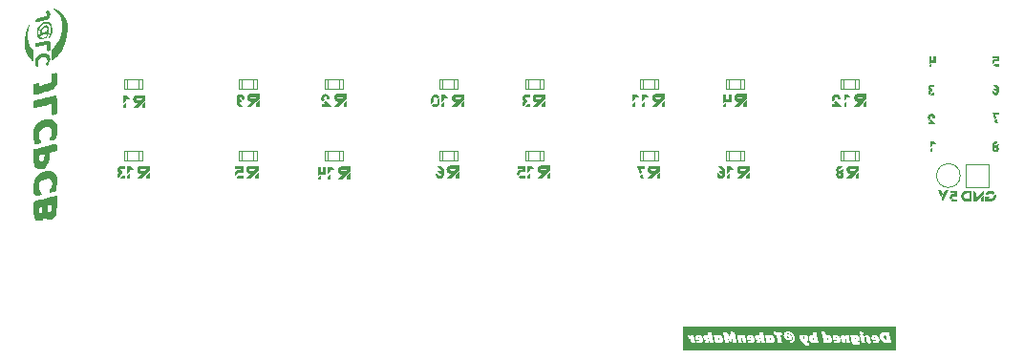
<source format=gbr>
%TF.GenerationSoftware,KiCad,Pcbnew,7.0.1*%
%TF.CreationDate,2023-06-16T22:25:01+09:00*%
%TF.ProjectId,CANFD_HUB,43414e46-445f-4485-9542-2e6b69636164,rev?*%
%TF.SameCoordinates,Original*%
%TF.FileFunction,Legend,Bot*%
%TF.FilePolarity,Positive*%
%FSLAX46Y46*%
G04 Gerber Fmt 4.6, Leading zero omitted, Abs format (unit mm)*
G04 Created by KiCad (PCBNEW 7.0.1) date 2023-06-16 22:25:01*
%MOMM*%
%LPD*%
G01*
G04 APERTURE LIST*
%ADD10C,0.200000*%
%ADD11C,0.100000*%
%ADD12C,0.036800*%
G04 APERTURE END LIST*
D10*
G36*
X179490375Y-124302035D02*
G01*
X179500675Y-124304980D01*
X179510718Y-124309889D01*
X179519121Y-124315659D01*
X179525980Y-124321570D01*
X179533499Y-124329498D01*
X179539936Y-124338079D01*
X179545291Y-124347312D01*
X179549565Y-124357199D01*
X179552756Y-124367737D01*
X179553579Y-124371395D01*
X179555199Y-124382160D01*
X179555480Y-124392289D01*
X179554114Y-124403304D01*
X179550925Y-124413454D01*
X179546741Y-124421465D01*
X179540433Y-124429364D01*
X179531907Y-124436016D01*
X179521977Y-124440134D01*
X179512136Y-124441658D01*
X179509127Y-124441737D01*
X179498642Y-124440744D01*
X179488344Y-124437763D01*
X179478232Y-124432796D01*
X179469714Y-124426957D01*
X179462721Y-124420976D01*
X179454962Y-124412908D01*
X179448353Y-124404273D01*
X179442894Y-124395071D01*
X179438587Y-124385302D01*
X179435430Y-124374966D01*
X179434633Y-124371395D01*
X179433022Y-124360639D01*
X179432767Y-124350535D01*
X179434184Y-124339573D01*
X179437449Y-124329498D01*
X179441716Y-124321570D01*
X179448047Y-124313575D01*
X179456657Y-124306844D01*
X179466732Y-124302676D01*
X179476750Y-124301133D01*
X179479818Y-124301053D01*
X179490375Y-124302035D01*
G37*
G36*
X173530396Y-124192399D02*
G01*
X173541380Y-124194698D01*
X173551536Y-124198530D01*
X173560864Y-124203894D01*
X173569362Y-124210791D01*
X173577032Y-124219221D01*
X173583874Y-124229184D01*
X173589887Y-124240679D01*
X173595071Y-124253708D01*
X173598067Y-124263244D01*
X173600694Y-124273463D01*
X173601870Y-124278827D01*
X173603770Y-124290107D01*
X173604584Y-124300742D01*
X173604313Y-124310734D01*
X173602556Y-124321874D01*
X173599236Y-124332086D01*
X173595275Y-124339888D01*
X173589273Y-124347939D01*
X173580990Y-124355227D01*
X173571328Y-124360248D01*
X173560287Y-124363001D01*
X173551556Y-124363579D01*
X173538176Y-124362835D01*
X173525787Y-124360600D01*
X173514390Y-124356875D01*
X173503986Y-124351661D01*
X173494572Y-124344957D01*
X173486151Y-124336763D01*
X173478721Y-124327080D01*
X173472284Y-124315906D01*
X173466838Y-124303243D01*
X173462383Y-124289090D01*
X173459965Y-124278827D01*
X173458076Y-124268268D01*
X173456927Y-124258391D01*
X173456592Y-124244852D01*
X173457923Y-124232846D01*
X173460920Y-124222372D01*
X173465582Y-124213431D01*
X173474390Y-124203894D01*
X173482940Y-124198530D01*
X173493155Y-124194698D01*
X173505036Y-124192399D01*
X173518583Y-124191632D01*
X173530396Y-124192399D01*
G37*
G36*
X181244973Y-124270678D02*
G01*
X181255266Y-124273343D01*
X181265583Y-124277784D01*
X181274444Y-124283005D01*
X181281842Y-124288353D01*
X181290074Y-124295445D01*
X181297000Y-124302984D01*
X181303432Y-124312344D01*
X181308086Y-124322312D01*
X181310662Y-124331339D01*
X181309621Y-124341460D01*
X181301366Y-124346910D01*
X181291856Y-124347948D01*
X181282085Y-124347948D01*
X181271399Y-124347948D01*
X181261614Y-124347948D01*
X181257662Y-124347948D01*
X181246664Y-124347948D01*
X181236471Y-124347948D01*
X181226592Y-124347948D01*
X181223224Y-124347948D01*
X181212752Y-124346421D01*
X181202839Y-124343325D01*
X181197822Y-124338178D01*
X181196456Y-124327609D01*
X181196633Y-124317274D01*
X181198353Y-124307173D01*
X181201616Y-124297306D01*
X181204173Y-124291772D01*
X181209390Y-124283207D01*
X181216355Y-124275994D01*
X181225467Y-124271164D01*
X181234703Y-124269790D01*
X181244973Y-124270678D01*
G37*
G36*
X177796264Y-124270678D02*
G01*
X177806557Y-124273343D01*
X177816874Y-124277784D01*
X177825735Y-124283005D01*
X177833133Y-124288353D01*
X177841365Y-124295445D01*
X177848291Y-124302984D01*
X177854723Y-124312344D01*
X177859377Y-124322312D01*
X177861953Y-124331339D01*
X177860912Y-124341460D01*
X177852657Y-124346910D01*
X177843147Y-124347948D01*
X177833376Y-124347948D01*
X177822690Y-124347948D01*
X177812905Y-124347948D01*
X177808953Y-124347948D01*
X177797955Y-124347948D01*
X177787762Y-124347948D01*
X177777883Y-124347948D01*
X177774515Y-124347948D01*
X177764043Y-124346421D01*
X177754130Y-124343325D01*
X177749113Y-124338178D01*
X177747747Y-124327609D01*
X177747924Y-124317274D01*
X177749644Y-124307173D01*
X177752907Y-124297306D01*
X177755464Y-124291772D01*
X177760681Y-124283207D01*
X177767646Y-124275994D01*
X177776758Y-124271164D01*
X177785994Y-124269790D01*
X177796264Y-124270678D01*
G37*
G36*
X177038422Y-124364292D02*
G01*
X177048113Y-124366430D01*
X177057427Y-124369994D01*
X177066363Y-124374982D01*
X177074921Y-124381397D01*
X177077690Y-124383852D01*
X177085383Y-124391731D01*
X177091978Y-124400349D01*
X177097473Y-124409706D01*
X177101870Y-124419801D01*
X177105167Y-124430635D01*
X177106022Y-124434410D01*
X177107699Y-124445398D01*
X177107968Y-124455648D01*
X177106502Y-124466672D01*
X177103120Y-124476692D01*
X177098695Y-124484480D01*
X177092056Y-124492188D01*
X177084109Y-124498004D01*
X177074852Y-124501926D01*
X177064287Y-124503954D01*
X177057662Y-124504263D01*
X177047501Y-124503568D01*
X177037718Y-124501481D01*
X177028313Y-124498004D01*
X177019285Y-124493135D01*
X177010635Y-124486875D01*
X177007836Y-124484480D01*
X177000060Y-124476692D01*
X176993399Y-124468165D01*
X176987855Y-124458900D01*
X176983427Y-124448896D01*
X176980116Y-124438155D01*
X176979260Y-124434410D01*
X176977683Y-124423562D01*
X176977531Y-124413367D01*
X176979156Y-124402297D01*
X176982720Y-124392116D01*
X176987320Y-124384096D01*
X176994125Y-124376102D01*
X177002146Y-124370071D01*
X177011382Y-124366004D01*
X177021834Y-124363900D01*
X177028353Y-124363579D01*
X177038422Y-124364292D01*
G37*
G36*
X171953085Y-124364292D02*
G01*
X171962905Y-124366430D01*
X171972433Y-124369994D01*
X171981670Y-124374982D01*
X171990614Y-124381397D01*
X171993531Y-124383852D01*
X172001565Y-124391740D01*
X172008448Y-124400384D01*
X172014181Y-124409783D01*
X172018764Y-124419938D01*
X172022196Y-124430849D01*
X172023084Y-124434654D01*
X172024718Y-124445874D01*
X172024859Y-124456270D01*
X172023134Y-124467356D01*
X172019375Y-124477320D01*
X172014535Y-124484968D01*
X172007421Y-124492486D01*
X171999115Y-124498158D01*
X171989616Y-124501983D01*
X171978926Y-124503962D01*
X171972281Y-124504263D01*
X171960986Y-124503328D01*
X171950182Y-124500523D01*
X171939869Y-124495848D01*
X171931420Y-124490353D01*
X171924654Y-124484724D01*
X171917218Y-124476936D01*
X171910847Y-124468409D01*
X171905540Y-124459144D01*
X171901298Y-124449141D01*
X171898121Y-124438399D01*
X171897299Y-124434654D01*
X171895169Y-124421952D01*
X171894365Y-124410500D01*
X171894888Y-124400297D01*
X171897649Y-124388636D01*
X171902769Y-124379196D01*
X171910247Y-124371978D01*
X171920083Y-124366980D01*
X171932278Y-124364204D01*
X171942972Y-124363579D01*
X171953085Y-124364292D01*
G37*
G36*
X170196403Y-124270678D02*
G01*
X170206697Y-124273343D01*
X170217013Y-124277784D01*
X170225875Y-124283005D01*
X170233272Y-124288353D01*
X170241504Y-124295445D01*
X170248431Y-124302984D01*
X170254862Y-124312344D01*
X170259517Y-124322312D01*
X170262093Y-124331339D01*
X170261051Y-124341460D01*
X170252797Y-124346910D01*
X170243286Y-124347948D01*
X170233516Y-124347948D01*
X170222830Y-124347948D01*
X170213045Y-124347948D01*
X170209092Y-124347948D01*
X170198094Y-124347948D01*
X170187901Y-124347948D01*
X170178023Y-124347948D01*
X170174654Y-124347948D01*
X170164182Y-124346421D01*
X170154270Y-124343325D01*
X170149253Y-124338178D01*
X170147887Y-124327609D01*
X170148064Y-124317274D01*
X170149784Y-124307173D01*
X170153046Y-124297306D01*
X170155603Y-124291772D01*
X170160821Y-124283207D01*
X170167785Y-124275994D01*
X170176898Y-124271164D01*
X170186133Y-124269790D01*
X170196403Y-124270678D01*
G37*
G36*
X167387697Y-124364292D02*
G01*
X167397517Y-124366430D01*
X167407046Y-124369994D01*
X167416282Y-124374982D01*
X167425227Y-124381397D01*
X167428143Y-124383852D01*
X167436178Y-124391740D01*
X167443061Y-124400384D01*
X167448794Y-124409783D01*
X167453377Y-124419938D01*
X167456808Y-124430849D01*
X167457697Y-124434654D01*
X167459331Y-124445874D01*
X167459471Y-124456270D01*
X167457746Y-124467356D01*
X167453988Y-124477320D01*
X167449148Y-124484968D01*
X167442034Y-124492486D01*
X167433727Y-124498158D01*
X167424229Y-124501983D01*
X167413538Y-124503962D01*
X167406894Y-124504263D01*
X167395599Y-124503328D01*
X167384795Y-124500523D01*
X167374482Y-124495848D01*
X167366032Y-124490353D01*
X167359267Y-124484724D01*
X167351831Y-124476936D01*
X167345459Y-124468409D01*
X167340153Y-124459144D01*
X167335911Y-124449141D01*
X167332734Y-124438399D01*
X167331912Y-124434654D01*
X167329781Y-124421952D01*
X167328978Y-124410500D01*
X167329501Y-124400297D01*
X167332262Y-124388636D01*
X167337382Y-124379196D01*
X167344860Y-124371978D01*
X167354696Y-124366980D01*
X167366891Y-124364204D01*
X167377585Y-124363579D01*
X167387697Y-124364292D01*
G37*
G36*
X165631016Y-124270678D02*
G01*
X165641309Y-124273343D01*
X165651626Y-124277784D01*
X165660487Y-124283005D01*
X165667885Y-124288353D01*
X165676117Y-124295445D01*
X165683043Y-124302984D01*
X165689475Y-124312344D01*
X165694130Y-124322312D01*
X165696706Y-124331339D01*
X165695664Y-124341460D01*
X165687409Y-124346910D01*
X165677899Y-124347948D01*
X165668128Y-124347948D01*
X165657443Y-124347948D01*
X165647658Y-124347948D01*
X165643705Y-124347948D01*
X165632707Y-124347948D01*
X165622514Y-124347948D01*
X165612636Y-124347948D01*
X165609267Y-124347948D01*
X165598795Y-124346421D01*
X165588883Y-124343325D01*
X165583866Y-124338178D01*
X165582500Y-124327609D01*
X165582677Y-124317274D01*
X165584396Y-124307173D01*
X165587659Y-124297306D01*
X165590216Y-124291772D01*
X165595433Y-124283207D01*
X165602398Y-124275994D01*
X165611511Y-124271164D01*
X165620746Y-124269790D01*
X165631016Y-124270678D01*
G37*
G36*
X171051485Y-124332726D02*
G01*
X171062014Y-124333956D01*
X171071595Y-124336006D01*
X171082893Y-124340015D01*
X171092504Y-124345482D01*
X171100429Y-124352407D01*
X171106666Y-124360789D01*
X171111217Y-124370630D01*
X171113524Y-124378967D01*
X171125003Y-124433433D01*
X171125769Y-124444832D01*
X171123028Y-124454298D01*
X171116781Y-124461833D01*
X171107028Y-124467436D01*
X171096701Y-124470527D01*
X171084130Y-124472382D01*
X171073230Y-124472962D01*
X171069316Y-124473000D01*
X171058748Y-124472270D01*
X171048662Y-124470081D01*
X171039056Y-124466431D01*
X171029931Y-124461322D01*
X171021288Y-124454754D01*
X171018513Y-124452240D01*
X171010728Y-124444011D01*
X171004042Y-124435078D01*
X170998455Y-124425441D01*
X170993967Y-124415099D01*
X170990578Y-124404054D01*
X170989692Y-124400216D01*
X170988124Y-124389660D01*
X170987998Y-124379791D01*
X170989674Y-124369145D01*
X170993314Y-124359435D01*
X170997997Y-124351856D01*
X171004932Y-124344242D01*
X171013130Y-124338499D01*
X171022590Y-124334625D01*
X171033313Y-124332622D01*
X171040006Y-124332316D01*
X171051485Y-124332726D01*
G37*
G36*
X166486097Y-124332726D02*
G01*
X166496627Y-124333956D01*
X166506207Y-124336006D01*
X166517506Y-124340015D01*
X166527117Y-124345482D01*
X166535041Y-124352407D01*
X166541279Y-124360789D01*
X166545830Y-124370630D01*
X166548136Y-124378967D01*
X166559616Y-124433433D01*
X166560381Y-124444832D01*
X166557641Y-124454298D01*
X166551394Y-124461833D01*
X166541641Y-124467436D01*
X166531314Y-124470527D01*
X166518743Y-124472382D01*
X166507842Y-124472962D01*
X166503928Y-124473000D01*
X166493361Y-124472270D01*
X166483275Y-124470081D01*
X166473669Y-124466431D01*
X166464544Y-124461322D01*
X166455900Y-124454754D01*
X166453126Y-124452240D01*
X166445341Y-124444011D01*
X166438654Y-124435078D01*
X166433067Y-124425441D01*
X166428579Y-124415099D01*
X166425191Y-124404054D01*
X166424305Y-124400216D01*
X166422737Y-124389660D01*
X166422611Y-124379791D01*
X166424287Y-124369145D01*
X166427927Y-124359435D01*
X166432609Y-124351856D01*
X166439545Y-124344242D01*
X166447743Y-124338499D01*
X166457203Y-124334625D01*
X166467925Y-124332622D01*
X166474619Y-124332316D01*
X166486097Y-124332726D01*
G37*
G36*
X182182210Y-124082921D02*
G01*
X182192262Y-124085646D01*
X182201537Y-124091408D01*
X182208171Y-124099951D01*
X182211754Y-124109488D01*
X182212163Y-124111277D01*
X182214179Y-124121010D01*
X182216566Y-124132199D01*
X182218741Y-124142198D01*
X182221153Y-124153128D01*
X182223802Y-124164989D01*
X182226687Y-124177781D01*
X182229006Y-124187986D01*
X182231458Y-124198715D01*
X182233869Y-124209405D01*
X182236155Y-124219584D01*
X182238317Y-124229252D01*
X182241005Y-124241348D01*
X182243472Y-124252535D01*
X182245718Y-124262814D01*
X182248214Y-124274386D01*
X182250365Y-124284538D01*
X182250753Y-124286399D01*
X182252775Y-124296020D01*
X182255023Y-124307026D01*
X182256984Y-124316826D01*
X182259091Y-124327512D01*
X182261342Y-124339083D01*
X182263739Y-124351539D01*
X182265632Y-124361462D01*
X182267606Y-124371884D01*
X182269534Y-124382305D01*
X182271381Y-124392228D01*
X182273717Y-124404685D01*
X182275907Y-124416256D01*
X182277953Y-124426941D01*
X182279853Y-124436742D01*
X182282025Y-124447747D01*
X182283970Y-124457369D01*
X182284797Y-124467993D01*
X182281834Y-124477610D01*
X182274639Y-124484235D01*
X182265105Y-124487533D01*
X182254786Y-124488601D01*
X182252463Y-124488632D01*
X182242447Y-124488387D01*
X182232549Y-124487651D01*
X182222770Y-124486425D01*
X182213109Y-124484709D01*
X182203567Y-124482502D01*
X182194142Y-124479805D01*
X182184836Y-124476617D01*
X182175648Y-124472939D01*
X182166579Y-124468771D01*
X182157628Y-124464112D01*
X182148795Y-124458963D01*
X182140081Y-124453323D01*
X182131484Y-124447193D01*
X182123007Y-124440573D01*
X182114647Y-124433462D01*
X182106406Y-124425861D01*
X182098824Y-124418280D01*
X182091587Y-124410497D01*
X182084696Y-124402511D01*
X182078150Y-124394323D01*
X182071949Y-124385933D01*
X182066094Y-124377341D01*
X182060584Y-124368546D01*
X182055420Y-124359549D01*
X182050601Y-124350350D01*
X182046127Y-124340949D01*
X182041999Y-124331345D01*
X182038216Y-124321539D01*
X182034779Y-124311531D01*
X182031686Y-124301320D01*
X182028940Y-124290908D01*
X182026538Y-124280293D01*
X182024633Y-124270099D01*
X182023191Y-124260097D01*
X182022213Y-124250285D01*
X182021616Y-124235925D01*
X182022062Y-124221995D01*
X182023551Y-124208494D01*
X182026083Y-124195422D01*
X182029659Y-124182780D01*
X182034278Y-124170566D01*
X182039940Y-124158783D01*
X182046645Y-124147428D01*
X182051695Y-124140097D01*
X182059894Y-124129752D01*
X182068737Y-124120425D01*
X182078224Y-124112115D01*
X182088355Y-124104823D01*
X182099129Y-124098548D01*
X182110548Y-124093291D01*
X182122611Y-124089052D01*
X182135318Y-124085829D01*
X182148669Y-124083625D01*
X182162664Y-124082438D01*
X182172351Y-124082212D01*
X182182210Y-124082921D01*
G37*
G36*
X175780327Y-124364198D02*
G01*
X175790018Y-124366052D01*
X175799332Y-124369144D01*
X175808268Y-124373471D01*
X175816826Y-124379035D01*
X175819595Y-124381165D01*
X175827180Y-124388103D01*
X175833631Y-124395728D01*
X175838949Y-124404040D01*
X175843134Y-124413039D01*
X175846185Y-124422724D01*
X175846950Y-124426106D01*
X175848427Y-124436020D01*
X175848327Y-124446719D01*
X175846263Y-124456483D01*
X175841500Y-124466497D01*
X175838157Y-124471046D01*
X175831138Y-124477898D01*
X175821628Y-124483669D01*
X175812004Y-124486914D01*
X175801165Y-124488477D01*
X175796147Y-124488632D01*
X175785938Y-124488014D01*
X175776192Y-124486159D01*
X175766910Y-124483068D01*
X175758091Y-124478740D01*
X175749737Y-124473176D01*
X175747055Y-124471046D01*
X175739627Y-124464108D01*
X175733282Y-124456483D01*
X175728018Y-124448171D01*
X175723836Y-124439173D01*
X175720737Y-124429487D01*
X175719944Y-124426106D01*
X175718551Y-124414879D01*
X175719075Y-124404494D01*
X175721516Y-124394950D01*
X175726653Y-124385074D01*
X175729225Y-124381653D01*
X175736197Y-124374611D01*
X175745540Y-124368680D01*
X175754916Y-124365344D01*
X175765415Y-124363738D01*
X175770258Y-124363579D01*
X175780327Y-124364198D01*
G37*
G36*
X183143739Y-125431698D02*
G01*
X164222112Y-125431698D01*
X164222112Y-124094436D01*
X164664969Y-124094436D01*
X164665757Y-124102240D01*
X164667932Y-124112309D01*
X164670269Y-124122090D01*
X164673084Y-124133136D01*
X164675679Y-124142883D01*
X164678579Y-124153439D01*
X164681785Y-124164804D01*
X164685296Y-124176978D01*
X164688754Y-124189106D01*
X164691921Y-124200456D01*
X164694799Y-124211027D01*
X164697386Y-124220819D01*
X164700213Y-124231965D01*
X164702586Y-124241895D01*
X164704836Y-124252205D01*
X164706871Y-124262248D01*
X164708737Y-124271969D01*
X164710758Y-124282918D01*
X164712487Y-124292562D01*
X164714315Y-124302992D01*
X164716242Y-124314208D01*
X164718269Y-124326210D01*
X164720238Y-124338159D01*
X164722116Y-124349337D01*
X164723902Y-124359744D01*
X164725596Y-124369380D01*
X164727585Y-124380341D01*
X164729432Y-124390098D01*
X164731458Y-124400216D01*
X164735714Y-124410176D01*
X164743903Y-124418076D01*
X164753731Y-124423085D01*
X164763560Y-124426062D01*
X164775137Y-124428122D01*
X164784966Y-124429067D01*
X164795779Y-124429496D01*
X164799602Y-124429525D01*
X164810322Y-124429323D01*
X164820553Y-124428857D01*
X164830750Y-124428216D01*
X164836238Y-124427815D01*
X164846344Y-124427067D01*
X164856142Y-124426433D01*
X164864570Y-124426106D01*
X164876042Y-124426766D01*
X164886277Y-124428746D01*
X164897333Y-124433079D01*
X164906456Y-124439475D01*
X164913647Y-124447934D01*
X164918907Y-124458456D01*
X164921723Y-124468360D01*
X164924112Y-124480110D01*
X164925994Y-124489839D01*
X164927953Y-124500354D01*
X164929990Y-124511655D01*
X164932103Y-124523742D01*
X164934295Y-124536614D01*
X164936563Y-124550272D01*
X164938908Y-124564715D01*
X164940515Y-124574781D01*
X164942156Y-124585195D01*
X164943831Y-124595959D01*
X164944682Y-124601472D01*
X164946375Y-124612382D01*
X164948033Y-124622946D01*
X164949657Y-124633165D01*
X164951246Y-124643039D01*
X164953566Y-124657202D01*
X164955808Y-124670588D01*
X164957974Y-124683197D01*
X164960062Y-124695028D01*
X164962072Y-124706083D01*
X164964006Y-124716361D01*
X164966463Y-124728855D01*
X164967641Y-124734584D01*
X164970602Y-124745561D01*
X164974601Y-124754677D01*
X164980769Y-124763161D01*
X164989853Y-124769672D01*
X164999259Y-124772351D01*
X165004521Y-124772686D01*
X165014977Y-124772581D01*
X165025613Y-124772323D01*
X165035657Y-124771991D01*
X165046774Y-124771551D01*
X165058965Y-124771003D01*
X165069490Y-124770488D01*
X165079958Y-124770030D01*
X165089747Y-124769633D01*
X165101028Y-124769223D01*
X165111247Y-124768908D01*
X165122109Y-124768656D01*
X165132850Y-124768536D01*
X165134214Y-124768534D01*
X165145274Y-124768569D01*
X165156540Y-124768655D01*
X165167187Y-124768766D01*
X165178980Y-124768913D01*
X165189238Y-124769056D01*
X165200229Y-124769222D01*
X165203091Y-124769267D01*
X165214212Y-124769439D01*
X165224615Y-124769587D01*
X165236610Y-124769741D01*
X165247484Y-124769859D01*
X165259053Y-124769954D01*
X165269008Y-124769997D01*
X165271967Y-124770000D01*
X165282893Y-124768550D01*
X165291259Y-124763345D01*
X165295228Y-124754354D01*
X165295094Y-124743381D01*
X165294438Y-124739713D01*
X165226050Y-124409986D01*
X165224087Y-124400410D01*
X165220385Y-124381512D01*
X165216981Y-124362950D01*
X165213875Y-124344723D01*
X165211066Y-124326832D01*
X165210639Y-124323844D01*
X165318572Y-124323844D01*
X165318749Y-124327609D01*
X165319332Y-124340007D01*
X165320896Y-124356454D01*
X165323263Y-124373186D01*
X165326434Y-124390202D01*
X165329500Y-124403131D01*
X165333111Y-124414992D01*
X165337268Y-124425783D01*
X165341970Y-124435505D01*
X165347217Y-124444158D01*
X165355061Y-124454033D01*
X165363875Y-124462007D01*
X165373658Y-124468081D01*
X165384410Y-124472254D01*
X165387250Y-124473000D01*
X165398513Y-124474569D01*
X165411717Y-124476034D01*
X165424611Y-124477354D01*
X165434631Y-124478338D01*
X165445789Y-124479407D01*
X165458087Y-124480559D01*
X165471525Y-124481796D01*
X165486101Y-124483116D01*
X165501816Y-124484521D01*
X165518671Y-124486009D01*
X165536665Y-124487581D01*
X165555798Y-124489238D01*
X165565792Y-124490097D01*
X165726015Y-124504263D01*
X165724209Y-124515357D01*
X165720256Y-124525558D01*
X165714157Y-124534866D01*
X165705911Y-124543281D01*
X165697399Y-124549611D01*
X165691577Y-124553112D01*
X165681639Y-124557760D01*
X165671427Y-124561447D01*
X165660939Y-124564171D01*
X165650177Y-124565935D01*
X165639141Y-124566736D01*
X165635401Y-124566789D01*
X165625358Y-124566408D01*
X165614158Y-124565263D01*
X165604366Y-124563797D01*
X165593833Y-124561844D01*
X165582559Y-124559401D01*
X165570546Y-124556470D01*
X165561050Y-124553951D01*
X165551137Y-124551158D01*
X165541383Y-124548364D01*
X165529659Y-124545067D01*
X165519401Y-124542258D01*
X165508639Y-124539434D01*
X165498747Y-124537053D01*
X165489588Y-124535526D01*
X165480031Y-124539111D01*
X165474689Y-124548227D01*
X165472582Y-124557984D01*
X165469926Y-124569304D01*
X165467293Y-124579932D01*
X165464278Y-124591644D01*
X165461591Y-124601795D01*
X165458661Y-124612641D01*
X165457103Y-124618325D01*
X165452890Y-124628400D01*
X165448244Y-124638683D01*
X165443880Y-124648218D01*
X165439762Y-124657159D01*
X165435277Y-124666953D01*
X165430949Y-124676753D01*
X165426969Y-124686508D01*
X165424863Y-124694284D01*
X165429371Y-124703232D01*
X165436831Y-124710404D01*
X165448459Y-124719514D01*
X165460809Y-124728036D01*
X165473883Y-124735970D01*
X165487680Y-124743316D01*
X165502200Y-124750075D01*
X165517443Y-124756246D01*
X165533409Y-124761829D01*
X165550099Y-124766824D01*
X165567512Y-124771232D01*
X165585648Y-124775052D01*
X165604507Y-124778285D01*
X165614208Y-124779680D01*
X165624089Y-124780929D01*
X165634152Y-124782031D01*
X165644395Y-124782986D01*
X165654819Y-124783794D01*
X165665424Y-124784456D01*
X165676209Y-124784970D01*
X165687175Y-124785337D01*
X165698323Y-124785558D01*
X165709651Y-124785631D01*
X165720488Y-124785547D01*
X165731140Y-124785294D01*
X165741607Y-124784873D01*
X165751889Y-124784284D01*
X165761986Y-124783526D01*
X165771898Y-124782600D01*
X165781625Y-124781505D01*
X165800523Y-124778811D01*
X165818681Y-124775443D01*
X165836099Y-124771402D01*
X165852776Y-124766687D01*
X165868713Y-124761298D01*
X165883909Y-124755236D01*
X165898365Y-124748500D01*
X165912081Y-124741091D01*
X165925057Y-124733008D01*
X165937292Y-124724251D01*
X165948786Y-124714821D01*
X165959541Y-124704718D01*
X165964640Y-124699413D01*
X165974965Y-124687568D01*
X165984325Y-124675050D01*
X165992719Y-124661861D01*
X166000147Y-124648000D01*
X166006610Y-124633468D01*
X166012107Y-124618264D01*
X166016639Y-124602388D01*
X166020205Y-124585840D01*
X166022806Y-124568621D01*
X166024441Y-124550730D01*
X166025111Y-124532168D01*
X166024815Y-124512934D01*
X166024305Y-124503065D01*
X166023554Y-124493028D01*
X166022561Y-124482823D01*
X166021327Y-124472451D01*
X166019852Y-124461910D01*
X166018135Y-124451202D01*
X166016177Y-124440325D01*
X166013977Y-124429281D01*
X166011797Y-124419287D01*
X166009440Y-124409395D01*
X166006905Y-124399605D01*
X166004192Y-124389916D01*
X166001302Y-124380328D01*
X165998235Y-124370843D01*
X165994990Y-124361459D01*
X165991568Y-124352176D01*
X165987968Y-124342996D01*
X165984191Y-124333916D01*
X165980236Y-124324939D01*
X165976104Y-124316063D01*
X165971795Y-124307288D01*
X165962643Y-124290044D01*
X165952782Y-124273207D01*
X165942211Y-124256776D01*
X165942017Y-124256494D01*
X166035360Y-124256494D01*
X166035977Y-124269165D01*
X166037259Y-124282281D01*
X166039207Y-124295841D01*
X166041821Y-124309846D01*
X166043980Y-124319475D01*
X166046427Y-124328947D01*
X166050638Y-124342856D01*
X166055497Y-124356410D01*
X166061005Y-124369607D01*
X166065888Y-124379791D01*
X166067161Y-124382447D01*
X166073965Y-124394931D01*
X166081418Y-124407059D01*
X166089519Y-124418831D01*
X166098268Y-124430246D01*
X166107665Y-124441305D01*
X166110942Y-124444912D01*
X166119452Y-124453892D01*
X166128741Y-124462879D01*
X166136218Y-124469625D01*
X166144134Y-124476375D01*
X166152487Y-124483129D01*
X166161279Y-124489887D01*
X166170508Y-124496650D01*
X166180175Y-124503417D01*
X166190280Y-124510188D01*
X166200823Y-124516964D01*
X166209088Y-124522225D01*
X166218892Y-124528651D01*
X166227307Y-124534406D01*
X166235872Y-124540655D01*
X166244217Y-124547641D01*
X166248695Y-124553600D01*
X166247290Y-124564484D01*
X166243746Y-124576140D01*
X166239433Y-124588151D01*
X166235338Y-124598728D01*
X166230503Y-124610648D01*
X166224930Y-124623913D01*
X166220805Y-124633502D01*
X166216351Y-124643689D01*
X166211570Y-124654473D01*
X166206754Y-124665206D01*
X166202262Y-124675302D01*
X166198091Y-124684761D01*
X166192441Y-124697754D01*
X166187516Y-124709313D01*
X166183316Y-124719438D01*
X166178845Y-124730707D01*
X166175071Y-124741209D01*
X166173224Y-124749727D01*
X166181527Y-124757626D01*
X166192096Y-124761269D01*
X166202803Y-124763585D01*
X166215892Y-124765545D01*
X166225943Y-124766654D01*
X166237052Y-124767604D01*
X166249220Y-124768396D01*
X166262447Y-124769029D01*
X166276734Y-124769505D01*
X166292079Y-124769821D01*
X166308483Y-124769980D01*
X166317083Y-124770000D01*
X166430655Y-124770000D01*
X166444020Y-124769929D01*
X166456178Y-124769716D01*
X166467129Y-124769362D01*
X166479855Y-124768669D01*
X166490436Y-124767725D01*
X166500645Y-124766190D01*
X166510011Y-124762916D01*
X166511011Y-124761939D01*
X166516326Y-124746323D01*
X166521399Y-124731714D01*
X166526233Y-124718113D01*
X166530826Y-124705519D01*
X166535178Y-124693933D01*
X166539290Y-124683354D01*
X166543162Y-124673783D01*
X166548518Y-124661315D01*
X166553334Y-124651114D01*
X166558913Y-124641039D01*
X166565479Y-124633483D01*
X166567187Y-124632979D01*
X166577751Y-124632063D01*
X166588484Y-124630371D01*
X166594298Y-124629316D01*
X166596267Y-124639011D01*
X166598196Y-124648977D01*
X166600348Y-124660472D01*
X166602312Y-124671219D01*
X166604432Y-124683026D01*
X166605778Y-124690621D01*
X166607503Y-124700615D01*
X166609530Y-124712197D01*
X166611414Y-124722764D01*
X166613487Y-124734107D01*
X166615353Y-124743990D01*
X166617013Y-124752414D01*
X166619783Y-124762216D01*
X166624890Y-124771282D01*
X166633493Y-124776957D01*
X166638262Y-124777571D01*
X166649622Y-124777434D01*
X166660493Y-124777109D01*
X166672639Y-124776594D01*
X166683275Y-124776045D01*
X166694728Y-124775373D01*
X166706997Y-124774579D01*
X166720083Y-124773663D01*
X166729970Y-124773008D01*
X166742425Y-124772236D01*
X166754047Y-124771577D01*
X166764838Y-124771033D01*
X166774796Y-124770604D01*
X166786075Y-124770228D01*
X166796053Y-124770032D01*
X166801416Y-124770000D01*
X166811895Y-124770070D01*
X166822588Y-124770241D01*
X166832706Y-124770463D01*
X166843921Y-124770757D01*
X166856233Y-124771121D01*
X166866873Y-124771465D01*
X166877513Y-124771808D01*
X166887451Y-124772106D01*
X166898885Y-124772414D01*
X166909223Y-124772650D01*
X166920179Y-124772839D01*
X166930965Y-124772929D01*
X166932330Y-124772930D01*
X166942001Y-124770573D01*
X166947716Y-124762426D01*
X166948475Y-124751717D01*
X166947229Y-124743133D01*
X166944440Y-124729655D01*
X166942432Y-124719992D01*
X166940307Y-124709787D01*
X166938063Y-124699040D01*
X166935701Y-124687752D01*
X166933220Y-124675921D01*
X166930621Y-124663549D01*
X166927904Y-124650634D01*
X166925068Y-124637178D01*
X166922115Y-124623180D01*
X166919042Y-124608640D01*
X166915852Y-124593558D01*
X166912543Y-124577934D01*
X166909116Y-124561768D01*
X166905571Y-124545060D01*
X166903754Y-124536503D01*
X166900119Y-124519524D01*
X166896602Y-124503084D01*
X166893204Y-124487184D01*
X166889924Y-124471825D01*
X166886762Y-124457005D01*
X166883718Y-124442726D01*
X166880793Y-124428986D01*
X166877986Y-124415786D01*
X166875298Y-124403127D01*
X166872727Y-124391007D01*
X166870275Y-124379428D01*
X166867942Y-124368388D01*
X166865726Y-124357888D01*
X166863629Y-124347929D01*
X166860706Y-124334002D01*
X166859790Y-124329630D01*
X166857549Y-124318674D01*
X166855222Y-124307056D01*
X166852809Y-124294776D01*
X166850310Y-124281834D01*
X166847726Y-124268230D01*
X166845055Y-124253964D01*
X166842299Y-124239036D01*
X166839457Y-124223445D01*
X166836529Y-124207192D01*
X166833515Y-124190278D01*
X166830415Y-124172701D01*
X166827230Y-124154462D01*
X166825251Y-124143028D01*
X166935750Y-124143028D01*
X166938925Y-124152700D01*
X166942100Y-124160369D01*
X166945936Y-124170216D01*
X166949691Y-124179942D01*
X166953363Y-124189548D01*
X166956953Y-124199032D01*
X166960461Y-124208396D01*
X166963887Y-124217640D01*
X166970493Y-124235764D01*
X166976771Y-124253406D01*
X166982721Y-124270565D01*
X166988342Y-124287241D01*
X166993635Y-124303435D01*
X166998600Y-124319145D01*
X167003237Y-124334373D01*
X167007546Y-124349119D01*
X167011526Y-124363381D01*
X167015178Y-124377161D01*
X167018502Y-124390458D01*
X167021498Y-124403272D01*
X167023062Y-124410500D01*
X167024166Y-124415603D01*
X167026133Y-124425242D01*
X167028127Y-124435414D01*
X167030148Y-124446117D01*
X167032195Y-124457353D01*
X167034269Y-124469122D01*
X167036370Y-124481423D01*
X167038498Y-124494256D01*
X167040652Y-124507622D01*
X167042833Y-124521520D01*
X167045041Y-124535950D01*
X167047275Y-124550913D01*
X167049536Y-124566408D01*
X167051824Y-124582435D01*
X167054139Y-124598995D01*
X167056480Y-124616087D01*
X167058848Y-124633712D01*
X167060652Y-124646607D01*
X167062340Y-124658671D01*
X167063911Y-124669902D01*
X167065366Y-124680301D01*
X167067330Y-124694341D01*
X167069033Y-124706508D01*
X167070473Y-124716803D01*
X167071986Y-124727619D01*
X167073383Y-124737602D01*
X167073747Y-124740202D01*
X167076686Y-124749659D01*
X167082221Y-124758434D01*
X167090023Y-124764779D01*
X167100093Y-124768692D01*
X167108674Y-124770000D01*
X167120480Y-124770000D01*
X167131815Y-124770000D01*
X167142795Y-124770000D01*
X167155900Y-124770000D01*
X167165818Y-124770000D01*
X167176680Y-124770000D01*
X167188487Y-124770000D01*
X167201238Y-124770000D01*
X167214934Y-124770000D01*
X167229574Y-124770000D01*
X167240408Y-124770128D01*
X167251462Y-124770443D01*
X167261920Y-124770850D01*
X167273511Y-124771387D01*
X167283599Y-124771912D01*
X167294412Y-124772521D01*
X167297229Y-124772686D01*
X167308167Y-124773373D01*
X167318387Y-124773968D01*
X167330153Y-124774584D01*
X167340798Y-124775056D01*
X167352092Y-124775434D01*
X167363229Y-124775614D01*
X167364640Y-124775617D01*
X167375100Y-124774367D01*
X167384118Y-124769084D01*
X167388152Y-124759666D01*
X167387843Y-124749483D01*
X167386611Y-124739205D01*
X167386878Y-124728901D01*
X167391751Y-124723105D01*
X167400942Y-124728265D01*
X167410745Y-124732997D01*
X167421095Y-124737882D01*
X167430319Y-124742186D01*
X167440798Y-124747041D01*
X167452530Y-124752445D01*
X167456720Y-124754368D01*
X167469258Y-124759955D01*
X167481320Y-124764993D01*
X167492906Y-124769480D01*
X167504015Y-124773419D01*
X167514647Y-124776808D01*
X167524803Y-124779647D01*
X167534483Y-124781937D01*
X167546647Y-124784135D01*
X167557964Y-124785356D01*
X167565896Y-124785631D01*
X167582078Y-124785218D01*
X167597713Y-124783979D01*
X167612799Y-124781913D01*
X167627339Y-124779021D01*
X167641330Y-124775303D01*
X167654774Y-124770759D01*
X167667670Y-124765388D01*
X167680019Y-124759192D01*
X167691820Y-124752169D01*
X167703073Y-124744320D01*
X167713779Y-124735644D01*
X167723937Y-124726143D01*
X167733547Y-124715815D01*
X167742610Y-124704661D01*
X167751125Y-124692680D01*
X167759092Y-124679874D01*
X167765929Y-124667379D01*
X167772091Y-124654564D01*
X167777577Y-124641429D01*
X167782387Y-124627972D01*
X167786522Y-124614195D01*
X167789981Y-124600098D01*
X167792765Y-124585680D01*
X167794874Y-124570942D01*
X167796307Y-124555882D01*
X167797064Y-124540503D01*
X167797146Y-124524803D01*
X167796553Y-124508782D01*
X167795284Y-124492440D01*
X167793340Y-124475778D01*
X167790720Y-124458796D01*
X167787424Y-124441493D01*
X167785243Y-124431395D01*
X167782912Y-124421404D01*
X167780431Y-124411520D01*
X167777800Y-124401742D01*
X167775019Y-124392072D01*
X167772089Y-124382508D01*
X167769008Y-124373051D01*
X167765778Y-124363702D01*
X167762399Y-124354458D01*
X167758869Y-124345322D01*
X167751360Y-124327370D01*
X167743253Y-124309846D01*
X167734546Y-124292749D01*
X167725240Y-124276079D01*
X167715335Y-124259837D01*
X167704830Y-124244023D01*
X167693727Y-124228635D01*
X167682024Y-124213675D01*
X167669722Y-124199143D01*
X167656821Y-124185038D01*
X167643321Y-124171360D01*
X167631557Y-124160565D01*
X167619225Y-124150466D01*
X167606324Y-124141064D01*
X167592855Y-124132358D01*
X167578816Y-124124348D01*
X167564209Y-124117035D01*
X167549034Y-124110419D01*
X167533290Y-124104499D01*
X167516977Y-124099275D01*
X167500096Y-124094748D01*
X167482646Y-124090918D01*
X167464627Y-124087783D01*
X167446040Y-124085346D01*
X167426884Y-124083605D01*
X167417093Y-124082995D01*
X167407159Y-124082560D01*
X167397084Y-124082299D01*
X167386866Y-124082212D01*
X167375690Y-124082784D01*
X167365934Y-124084066D01*
X167355453Y-124086081D01*
X167344246Y-124088829D01*
X167332314Y-124092310D01*
X167322890Y-124095401D01*
X167313057Y-124098904D01*
X167302817Y-124102820D01*
X167295764Y-124105659D01*
X167285563Y-124109849D01*
X167276392Y-124113627D01*
X167265768Y-124118024D01*
X167255063Y-124122489D01*
X167245995Y-124126336D01*
X167240076Y-124129106D01*
X167232906Y-124121687D01*
X167228684Y-124112414D01*
X167226154Y-124105659D01*
X167222206Y-124096523D01*
X167216202Y-124088073D01*
X167207446Y-124082784D01*
X167202951Y-124082212D01*
X167191654Y-124082907D01*
X167180831Y-124084144D01*
X167170986Y-124085477D01*
X167159659Y-124087158D01*
X167146852Y-124089186D01*
X167132563Y-124091563D01*
X167122214Y-124093340D01*
X167111207Y-124095272D01*
X167099541Y-124097359D01*
X167087217Y-124099600D01*
X167074235Y-124101995D01*
X167061852Y-124104362D01*
X167050044Y-124106640D01*
X167038810Y-124108827D01*
X167028150Y-124110925D01*
X167018064Y-124112934D01*
X167004013Y-124115778D01*
X166991254Y-124118421D01*
X166979787Y-124120861D01*
X166969613Y-124123100D01*
X166958057Y-124125772D01*
X166946843Y-124128607D01*
X166945031Y-124129106D01*
X166936816Y-124135103D01*
X166935750Y-124143028D01*
X166825251Y-124143028D01*
X166823958Y-124135561D01*
X166822290Y-124125862D01*
X166820601Y-124115997D01*
X166818890Y-124105967D01*
X166817157Y-124095772D01*
X166815404Y-124085411D01*
X166813628Y-124074884D01*
X166811838Y-124064359D01*
X166810070Y-124054000D01*
X166808323Y-124043808D01*
X166806599Y-124033783D01*
X166804896Y-124023925D01*
X166803215Y-124014234D01*
X166799920Y-123995353D01*
X166796713Y-123977140D01*
X166793593Y-123959594D01*
X166790561Y-123942717D01*
X166787616Y-123926507D01*
X166784760Y-123910965D01*
X166781991Y-123896091D01*
X166779310Y-123881885D01*
X166776717Y-123868346D01*
X166774212Y-123855476D01*
X166771794Y-123843273D01*
X166769464Y-123831739D01*
X166767222Y-123820872D01*
X166764123Y-123812812D01*
X167761531Y-123812812D01*
X167762023Y-123816475D01*
X167764221Y-123826898D01*
X167766603Y-123837954D01*
X167769167Y-123849643D01*
X167771915Y-123861966D01*
X167774846Y-123874922D01*
X167777960Y-123888512D01*
X167781257Y-123902735D01*
X167784738Y-123917592D01*
X167788401Y-123933082D01*
X167792248Y-123949206D01*
X167796278Y-123965963D01*
X167800491Y-123983354D01*
X167804888Y-124001379D01*
X167809467Y-124020037D01*
X167811826Y-124029603D01*
X167814230Y-124039328D01*
X167816680Y-124049211D01*
X167819176Y-124059253D01*
X167821672Y-124069295D01*
X167824122Y-124079180D01*
X167826526Y-124088907D01*
X167828885Y-124098477D01*
X167833464Y-124117144D01*
X167837861Y-124135182D01*
X167842074Y-124152590D01*
X167846104Y-124169368D01*
X167849951Y-124185517D01*
X167853614Y-124201036D01*
X167857095Y-124215925D01*
X167860392Y-124230185D01*
X167863506Y-124243815D01*
X167866437Y-124256815D01*
X167869185Y-124269185D01*
X167871749Y-124280926D01*
X167874131Y-124292037D01*
X167876329Y-124302519D01*
X167878287Y-124312123D01*
X167880313Y-124322314D01*
X167882408Y-124333090D01*
X167884572Y-124344452D01*
X167886805Y-124356400D01*
X167889106Y-124368934D01*
X167891476Y-124382053D01*
X167893914Y-124395758D01*
X167896422Y-124410049D01*
X167898998Y-124424926D01*
X167901642Y-124440389D01*
X167904356Y-124456437D01*
X167907138Y-124473072D01*
X167909989Y-124490292D01*
X167912908Y-124508098D01*
X167915896Y-124526489D01*
X167918884Y-124544851D01*
X167921804Y-124562630D01*
X167924655Y-124579824D01*
X167927437Y-124596434D01*
X167930150Y-124612461D01*
X167932795Y-124627904D01*
X167935371Y-124642762D01*
X167937878Y-124657037D01*
X167940317Y-124670728D01*
X167942687Y-124683835D01*
X167944988Y-124696358D01*
X167947220Y-124708298D01*
X167949384Y-124719653D01*
X167951479Y-124730425D01*
X167953506Y-124740612D01*
X167955464Y-124750216D01*
X167959229Y-124759779D01*
X167966766Y-124766734D01*
X167976568Y-124769690D01*
X167981842Y-124770000D01*
X167992578Y-124770000D01*
X168002955Y-124770000D01*
X168014631Y-124770000D01*
X168024909Y-124770000D01*
X168036018Y-124770000D01*
X168047959Y-124770000D01*
X168060732Y-124770000D01*
X168073517Y-124770000D01*
X168085492Y-124770000D01*
X168096659Y-124770000D01*
X168107016Y-124770000D01*
X168118825Y-124770000D01*
X168129370Y-124770000D01*
X168140355Y-124770000D01*
X168151200Y-124770000D01*
X168161694Y-124770000D01*
X168173511Y-124770000D01*
X168183918Y-124770000D01*
X168195173Y-124770000D01*
X168207274Y-124770000D01*
X168220223Y-124770000D01*
X168233114Y-124770000D01*
X168245166Y-124770000D01*
X168256378Y-124770000D01*
X168266751Y-124770000D01*
X168278536Y-124770000D01*
X168289010Y-124770000D01*
X168299846Y-124770000D01*
X168309457Y-124767971D01*
X168315588Y-124759982D01*
X168316011Y-124748937D01*
X168315233Y-124744354D01*
X168312631Y-124732073D01*
X168310388Y-124721891D01*
X168307896Y-124710876D01*
X168305156Y-124699027D01*
X168302166Y-124686346D01*
X168298928Y-124672832D01*
X168295440Y-124658485D01*
X168292977Y-124648458D01*
X168290403Y-124638061D01*
X168287718Y-124627293D01*
X168284922Y-124616155D01*
X168282016Y-124604647D01*
X168279110Y-124593109D01*
X168276315Y-124581944D01*
X168273630Y-124571151D01*
X168271056Y-124560729D01*
X168268592Y-124550680D01*
X168266240Y-124541003D01*
X168262918Y-124527185D01*
X168259845Y-124514204D01*
X168257022Y-124502060D01*
X168254447Y-124490754D01*
X168252122Y-124480284D01*
X168250045Y-124470652D01*
X168248799Y-124464696D01*
X168247121Y-124455014D01*
X168247704Y-124445157D01*
X168248799Y-124444668D01*
X168256928Y-124450662D01*
X168263517Y-124458153D01*
X168271789Y-124468642D01*
X168278238Y-124477299D01*
X168285436Y-124487288D01*
X168293381Y-124498609D01*
X168302075Y-124511262D01*
X168311516Y-124525247D01*
X168321706Y-124540564D01*
X168332643Y-124557212D01*
X168338392Y-124566036D01*
X168344329Y-124575193D01*
X168350452Y-124584683D01*
X168356762Y-124594505D01*
X168363259Y-124604661D01*
X168369944Y-124615150D01*
X168376628Y-124625638D01*
X168383127Y-124635794D01*
X168389440Y-124645616D01*
X168395566Y-124655106D01*
X168401507Y-124664263D01*
X168407261Y-124673087D01*
X168412830Y-124681577D01*
X168418212Y-124689735D01*
X168428419Y-124705052D01*
X168437881Y-124719037D01*
X168446600Y-124731690D01*
X168454574Y-124743011D01*
X168461804Y-124753000D01*
X168468290Y-124761657D01*
X168476623Y-124772146D01*
X168483282Y-124779638D01*
X168491577Y-124785631D01*
X168500648Y-124777473D01*
X168506492Y-124765486D01*
X168511191Y-124753000D01*
X168514474Y-124743011D01*
X168517878Y-124731690D01*
X168521401Y-124719037D01*
X168525045Y-124705052D01*
X168528808Y-124689735D01*
X168532692Y-124673087D01*
X168536697Y-124655106D01*
X168540821Y-124635794D01*
X168542928Y-124625638D01*
X168545066Y-124615150D01*
X168547198Y-124604661D01*
X168549289Y-124594505D01*
X168551338Y-124584683D01*
X168555315Y-124566036D01*
X168559127Y-124548722D01*
X168562776Y-124532739D01*
X168566260Y-124518088D01*
X168569580Y-124504769D01*
X168572736Y-124492782D01*
X168575728Y-124482127D01*
X168579909Y-124468642D01*
X168583720Y-124458153D01*
X168588227Y-124448830D01*
X168592937Y-124444668D01*
X168598172Y-124453293D01*
X168600738Y-124463464D01*
X168600997Y-124464696D01*
X168603474Y-124476981D01*
X168605457Y-124487171D01*
X168607547Y-124498198D01*
X168609745Y-124510063D01*
X168612049Y-124522765D01*
X168614462Y-124536304D01*
X168616981Y-124550680D01*
X168618720Y-124560729D01*
X168620507Y-124571151D01*
X168622342Y-124581944D01*
X168624224Y-124593109D01*
X168626154Y-124604647D01*
X168628055Y-124616155D01*
X168629910Y-124627293D01*
X168631719Y-124638061D01*
X168633482Y-124648458D01*
X168635199Y-124658485D01*
X168636871Y-124668143D01*
X168639292Y-124681934D01*
X168641610Y-124694893D01*
X168643826Y-124707019D01*
X168645938Y-124718312D01*
X168647947Y-124728772D01*
X168649854Y-124738399D01*
X168651067Y-124744354D01*
X168654119Y-124754347D01*
X168659325Y-124762762D01*
X168667370Y-124768397D01*
X168676468Y-124770000D01*
X168687545Y-124770000D01*
X168698166Y-124770000D01*
X168710052Y-124770000D01*
X168720470Y-124770000D01*
X168731698Y-124770000D01*
X168743734Y-124770000D01*
X168756580Y-124770000D01*
X168769422Y-124770000D01*
X168781447Y-124770000D01*
X168792656Y-124770000D01*
X168803047Y-124770000D01*
X168814889Y-124770000D01*
X168825454Y-124770000D01*
X168836448Y-124770000D01*
X168847184Y-124770000D01*
X168857560Y-124770000D01*
X168869237Y-124770000D01*
X168879514Y-124770000D01*
X168890624Y-124770000D01*
X168902565Y-124770000D01*
X168915338Y-124770000D01*
X168928111Y-124770000D01*
X168940052Y-124770000D01*
X168951162Y-124770000D01*
X168961439Y-124770000D01*
X168973115Y-124770000D01*
X168983492Y-124770000D01*
X168994228Y-124770000D01*
X169004644Y-124768415D01*
X169012040Y-124761374D01*
X169012536Y-124751204D01*
X169012302Y-124749972D01*
X169010261Y-124740272D01*
X169008043Y-124729982D01*
X169005651Y-124719100D01*
X169003082Y-124707626D01*
X169000338Y-124695561D01*
X168997419Y-124682904D01*
X168994324Y-124669656D01*
X168991053Y-124655816D01*
X168987607Y-124641385D01*
X168983985Y-124626362D01*
X168980188Y-124610747D01*
X168976215Y-124594542D01*
X168972067Y-124577744D01*
X168967743Y-124560355D01*
X168963244Y-124542375D01*
X168958569Y-124523803D01*
X168953894Y-124505230D01*
X168949395Y-124487246D01*
X168945071Y-124469853D01*
X168940922Y-124453049D01*
X168936950Y-124436834D01*
X168933152Y-124421209D01*
X168929531Y-124406174D01*
X168926085Y-124391728D01*
X168922814Y-124377872D01*
X168919719Y-124364606D01*
X168916800Y-124351929D01*
X168914056Y-124339842D01*
X168911487Y-124328345D01*
X168909094Y-124317437D01*
X168906877Y-124307118D01*
X168904836Y-124297390D01*
X168902719Y-124287062D01*
X168900523Y-124276106D01*
X168898247Y-124264523D01*
X168895890Y-124252312D01*
X168893453Y-124239473D01*
X168890937Y-124226006D01*
X168888340Y-124211911D01*
X168887800Y-124208943D01*
X169024179Y-124208943D01*
X169024400Y-124222489D01*
X169025936Y-124236609D01*
X169027690Y-124246343D01*
X169131249Y-124744598D01*
X169134117Y-124754144D01*
X169139156Y-124762784D01*
X169147147Y-124769367D01*
X169157520Y-124772439D01*
X169162023Y-124772686D01*
X169173108Y-124772581D01*
X169184265Y-124772323D01*
X169194730Y-124771991D01*
X169206256Y-124771551D01*
X169216242Y-124771121D01*
X169226906Y-124770623D01*
X169229678Y-124770488D01*
X169240502Y-124770030D01*
X169250622Y-124769633D01*
X169262286Y-124769223D01*
X169272852Y-124768908D01*
X169284084Y-124768656D01*
X169295190Y-124768536D01*
X169296601Y-124768534D01*
X169307886Y-124768569D01*
X169319364Y-124768655D01*
X169330201Y-124768766D01*
X169342195Y-124768913D01*
X169352623Y-124769056D01*
X169363791Y-124769222D01*
X169366699Y-124769267D01*
X169378060Y-124769439D01*
X169388696Y-124769587D01*
X169398607Y-124769713D01*
X169409976Y-124769839D01*
X169420212Y-124769928D01*
X169430999Y-124769988D01*
X169437285Y-124770000D01*
X169447022Y-124768305D01*
X169454870Y-124761146D01*
X169457435Y-124750078D01*
X169456634Y-124738873D01*
X169455847Y-124734584D01*
X169453602Y-124723905D01*
X169451539Y-124714270D01*
X169449240Y-124703667D01*
X169446704Y-124692094D01*
X169443931Y-124679552D01*
X169441697Y-124669509D01*
X169439329Y-124658921D01*
X169436828Y-124647787D01*
X169435087Y-124640062D01*
X169432453Y-124628563D01*
X169429958Y-124617605D01*
X169427599Y-124607188D01*
X169425378Y-124597312D01*
X169422630Y-124584986D01*
X169420127Y-124573621D01*
X169417868Y-124563217D01*
X169415387Y-124551566D01*
X169414082Y-124545296D01*
X169412121Y-124535587D01*
X169409903Y-124524230D01*
X169407858Y-124513506D01*
X169405634Y-124501638D01*
X169403725Y-124491318D01*
X169401703Y-124480266D01*
X169400648Y-124474466D01*
X169398511Y-124463051D01*
X169396496Y-124452377D01*
X169394603Y-124442443D01*
X169392409Y-124431067D01*
X169390406Y-124420848D01*
X169388253Y-124410111D01*
X169386971Y-124403879D01*
X169385515Y-124392270D01*
X169386774Y-124380935D01*
X169392389Y-124371293D01*
X169400755Y-124366098D01*
X169412402Y-124363737D01*
X169417013Y-124363579D01*
X169428397Y-124364528D01*
X169438279Y-124367372D01*
X169448154Y-124373288D01*
X169455865Y-124381935D01*
X169460637Y-124391226D01*
X169463907Y-124402414D01*
X169533517Y-124737515D01*
X169536337Y-124747647D01*
X169541123Y-124757539D01*
X169548638Y-124765954D01*
X169558233Y-124771003D01*
X169568113Y-124772652D01*
X169569909Y-124772686D01*
X169580364Y-124772581D01*
X169591000Y-124772323D01*
X169601044Y-124771991D01*
X169612161Y-124771551D01*
X169624352Y-124771003D01*
X169634877Y-124770488D01*
X169645345Y-124770030D01*
X169655134Y-124769633D01*
X169666415Y-124769223D01*
X169676634Y-124768908D01*
X169687496Y-124768656D01*
X169698237Y-124768536D01*
X169699602Y-124768534D01*
X169710661Y-124768569D01*
X169721927Y-124768655D01*
X169732575Y-124768766D01*
X169744367Y-124768913D01*
X169754625Y-124769056D01*
X169765616Y-124769222D01*
X169768478Y-124769267D01*
X169779599Y-124769439D01*
X169790002Y-124769587D01*
X169801997Y-124769741D01*
X169812871Y-124769859D01*
X169824440Y-124769954D01*
X169834395Y-124769997D01*
X169837355Y-124770000D01*
X169848292Y-124768574D01*
X169856700Y-124763452D01*
X169860939Y-124753238D01*
X169860417Y-124742035D01*
X169860069Y-124740202D01*
X169792414Y-124415359D01*
X169788656Y-124396613D01*
X169785197Y-124378112D01*
X169782038Y-124359855D01*
X169779179Y-124341842D01*
X169776619Y-124324073D01*
X169776589Y-124323844D01*
X169883959Y-124323844D01*
X169884136Y-124327609D01*
X169884720Y-124340007D01*
X169886283Y-124356454D01*
X169888650Y-124373186D01*
X169891821Y-124390202D01*
X169894887Y-124403131D01*
X169898498Y-124414992D01*
X169902655Y-124425783D01*
X169907357Y-124435505D01*
X169912604Y-124444158D01*
X169920449Y-124454033D01*
X169929262Y-124462007D01*
X169939045Y-124468081D01*
X169949798Y-124472254D01*
X169952637Y-124473000D01*
X169963900Y-124474569D01*
X169977105Y-124476034D01*
X169989998Y-124477354D01*
X170000018Y-124478338D01*
X170011177Y-124479407D01*
X170023475Y-124480559D01*
X170036912Y-124481796D01*
X170051488Y-124483116D01*
X170067204Y-124484521D01*
X170084058Y-124486009D01*
X170102052Y-124487581D01*
X170121185Y-124489238D01*
X170131179Y-124490097D01*
X170291402Y-124504263D01*
X170289596Y-124515357D01*
X170285643Y-124525558D01*
X170279544Y-124534866D01*
X170271298Y-124543281D01*
X170262786Y-124549611D01*
X170256964Y-124553112D01*
X170247026Y-124557760D01*
X170236814Y-124561447D01*
X170226327Y-124564171D01*
X170215565Y-124565935D01*
X170204528Y-124566736D01*
X170200788Y-124566789D01*
X170190745Y-124566408D01*
X170179546Y-124565263D01*
X170169753Y-124563797D01*
X170159220Y-124561844D01*
X170147947Y-124559401D01*
X170135933Y-124556470D01*
X170126437Y-124553951D01*
X170116524Y-124551158D01*
X170106770Y-124548364D01*
X170095046Y-124545067D01*
X170084788Y-124542258D01*
X170074026Y-124539434D01*
X170064134Y-124537053D01*
X170054975Y-124535526D01*
X170045418Y-124539111D01*
X170040076Y-124548227D01*
X170037970Y-124557984D01*
X170035314Y-124569304D01*
X170032680Y-124579932D01*
X170029665Y-124591644D01*
X170026979Y-124601795D01*
X170024048Y-124612641D01*
X170022491Y-124618325D01*
X170018278Y-124628400D01*
X170013631Y-124638683D01*
X170009267Y-124648218D01*
X170005150Y-124657159D01*
X170000664Y-124666953D01*
X169996337Y-124676753D01*
X169992356Y-124686508D01*
X169990251Y-124694284D01*
X169994759Y-124703232D01*
X170002219Y-124710404D01*
X170013846Y-124719514D01*
X170026196Y-124728036D01*
X170039270Y-124735970D01*
X170053067Y-124743316D01*
X170067587Y-124750075D01*
X170082830Y-124756246D01*
X170098797Y-124761829D01*
X170115486Y-124766824D01*
X170132899Y-124771232D01*
X170151035Y-124775052D01*
X170169894Y-124778285D01*
X170179595Y-124779680D01*
X170189477Y-124780929D01*
X170199539Y-124782031D01*
X170209782Y-124782986D01*
X170220206Y-124783794D01*
X170230811Y-124784456D01*
X170241596Y-124784970D01*
X170252563Y-124785337D01*
X170263710Y-124785558D01*
X170275038Y-124785631D01*
X170285875Y-124785547D01*
X170296527Y-124785294D01*
X170306995Y-124784873D01*
X170317277Y-124784284D01*
X170327374Y-124783526D01*
X170337285Y-124782600D01*
X170347012Y-124781505D01*
X170365911Y-124778811D01*
X170384068Y-124775443D01*
X170401486Y-124771402D01*
X170418163Y-124766687D01*
X170434100Y-124761298D01*
X170449297Y-124755236D01*
X170463753Y-124748500D01*
X170477468Y-124741091D01*
X170490444Y-124733008D01*
X170502679Y-124724251D01*
X170514174Y-124714821D01*
X170524928Y-124704718D01*
X170530027Y-124699413D01*
X170540352Y-124687568D01*
X170549712Y-124675050D01*
X170558106Y-124661861D01*
X170565534Y-124648000D01*
X170571997Y-124633468D01*
X170577494Y-124618264D01*
X170582026Y-124602388D01*
X170585593Y-124585840D01*
X170588193Y-124568621D01*
X170589829Y-124550730D01*
X170590499Y-124532168D01*
X170590203Y-124512934D01*
X170589693Y-124503065D01*
X170588941Y-124493028D01*
X170587949Y-124482823D01*
X170586715Y-124472451D01*
X170585239Y-124461910D01*
X170583522Y-124451202D01*
X170581564Y-124440325D01*
X170579364Y-124429281D01*
X170577184Y-124419287D01*
X170574827Y-124409395D01*
X170572292Y-124399605D01*
X170569579Y-124389916D01*
X170566690Y-124380328D01*
X170563622Y-124370843D01*
X170560377Y-124361459D01*
X170556955Y-124352176D01*
X170553355Y-124342996D01*
X170549578Y-124333916D01*
X170545624Y-124324939D01*
X170541492Y-124316063D01*
X170537182Y-124307288D01*
X170528031Y-124290044D01*
X170518169Y-124273207D01*
X170507598Y-124256776D01*
X170507404Y-124256494D01*
X170600747Y-124256494D01*
X170601364Y-124269165D01*
X170602647Y-124282281D01*
X170604595Y-124295841D01*
X170607208Y-124309846D01*
X170609367Y-124319475D01*
X170611814Y-124328947D01*
X170616025Y-124342856D01*
X170620885Y-124356410D01*
X170626392Y-124369607D01*
X170631275Y-124379791D01*
X170632548Y-124382447D01*
X170639353Y-124394931D01*
X170646805Y-124407059D01*
X170654906Y-124418831D01*
X170663655Y-124430246D01*
X170673052Y-124441305D01*
X170676329Y-124444912D01*
X170684839Y-124453892D01*
X170694128Y-124462879D01*
X170701606Y-124469625D01*
X170709521Y-124476375D01*
X170717874Y-124483129D01*
X170726666Y-124489887D01*
X170735895Y-124496650D01*
X170745562Y-124503417D01*
X170755667Y-124510188D01*
X170766210Y-124516964D01*
X170774475Y-124522225D01*
X170784279Y-124528651D01*
X170792694Y-124534406D01*
X170801259Y-124540655D01*
X170809604Y-124547641D01*
X170814082Y-124553600D01*
X170812677Y-124564484D01*
X170809133Y-124576140D01*
X170804821Y-124588151D01*
X170800725Y-124598728D01*
X170795891Y-124610648D01*
X170790318Y-124623913D01*
X170786192Y-124633502D01*
X170781739Y-124643689D01*
X170776957Y-124654473D01*
X170772142Y-124665206D01*
X170767649Y-124675302D01*
X170763479Y-124684761D01*
X170757828Y-124697754D01*
X170752903Y-124709313D01*
X170748703Y-124719438D01*
X170744232Y-124730707D01*
X170740458Y-124741209D01*
X170738611Y-124749727D01*
X170746914Y-124757626D01*
X170757483Y-124761269D01*
X170768190Y-124763585D01*
X170781280Y-124765545D01*
X170791330Y-124766654D01*
X170802439Y-124767604D01*
X170814607Y-124768396D01*
X170827835Y-124769029D01*
X170842121Y-124769505D01*
X170857466Y-124769821D01*
X170873871Y-124769980D01*
X170882470Y-124770000D01*
X170996043Y-124770000D01*
X171009407Y-124769929D01*
X171021565Y-124769716D01*
X171032517Y-124769362D01*
X171045242Y-124768669D01*
X171055823Y-124767725D01*
X171066033Y-124766190D01*
X171075398Y-124762916D01*
X171076399Y-124761939D01*
X171081713Y-124746323D01*
X171086787Y-124731714D01*
X171091620Y-124718113D01*
X171096213Y-124705519D01*
X171100565Y-124693933D01*
X171104677Y-124683354D01*
X171108549Y-124673783D01*
X171113906Y-124661315D01*
X171118721Y-124651114D01*
X171124301Y-124641039D01*
X171130867Y-124633483D01*
X171132575Y-124632979D01*
X171143138Y-124632063D01*
X171153872Y-124630371D01*
X171159685Y-124629316D01*
X171161654Y-124639011D01*
X171163583Y-124648977D01*
X171165735Y-124660472D01*
X171167700Y-124671219D01*
X171169819Y-124683026D01*
X171171165Y-124690621D01*
X171172890Y-124700615D01*
X171174917Y-124712197D01*
X171176802Y-124722764D01*
X171178874Y-124734107D01*
X171180740Y-124743990D01*
X171182400Y-124752414D01*
X171185170Y-124762216D01*
X171190277Y-124771282D01*
X171198880Y-124776957D01*
X171203649Y-124777571D01*
X171215009Y-124777434D01*
X171225880Y-124777109D01*
X171238026Y-124776594D01*
X171248662Y-124776045D01*
X171260115Y-124775373D01*
X171272384Y-124774579D01*
X171285471Y-124773663D01*
X171295357Y-124773008D01*
X171307812Y-124772236D01*
X171319434Y-124771577D01*
X171330225Y-124771033D01*
X171340184Y-124770604D01*
X171351462Y-124770228D01*
X171361440Y-124770032D01*
X171366803Y-124770000D01*
X171377282Y-124770070D01*
X171387975Y-124770241D01*
X171398093Y-124770463D01*
X171409308Y-124770757D01*
X171421621Y-124771121D01*
X171432260Y-124771465D01*
X171442900Y-124771808D01*
X171452838Y-124772106D01*
X171464273Y-124772414D01*
X171474610Y-124772650D01*
X171485566Y-124772839D01*
X171496352Y-124772929D01*
X171497718Y-124772930D01*
X171507388Y-124770573D01*
X171513103Y-124762426D01*
X171513863Y-124751717D01*
X171512616Y-124743133D01*
X171509827Y-124729655D01*
X171507820Y-124719992D01*
X171505694Y-124709787D01*
X171503450Y-124699040D01*
X171501088Y-124687752D01*
X171498607Y-124675921D01*
X171496008Y-124663549D01*
X171493291Y-124650634D01*
X171490456Y-124637178D01*
X171487502Y-124623180D01*
X171484430Y-124608640D01*
X171481239Y-124593558D01*
X171477931Y-124577934D01*
X171474504Y-124561768D01*
X171470958Y-124545060D01*
X171469141Y-124536503D01*
X171465506Y-124519524D01*
X171461989Y-124503084D01*
X171458591Y-124487184D01*
X171455311Y-124471825D01*
X171452149Y-124457005D01*
X171449106Y-124442726D01*
X171446180Y-124428986D01*
X171443374Y-124415786D01*
X171440685Y-124403127D01*
X171438115Y-124391007D01*
X171435663Y-124379428D01*
X171433329Y-124368388D01*
X171431114Y-124357888D01*
X171429017Y-124347929D01*
X171426093Y-124334002D01*
X171425177Y-124329630D01*
X171422936Y-124318674D01*
X171420609Y-124307056D01*
X171418196Y-124294776D01*
X171415698Y-124281834D01*
X171413113Y-124268230D01*
X171410443Y-124253964D01*
X171407686Y-124239036D01*
X171404844Y-124223445D01*
X171401916Y-124207192D01*
X171398902Y-124190278D01*
X171395802Y-124172701D01*
X171392617Y-124154462D01*
X171390638Y-124143028D01*
X171501137Y-124143028D01*
X171504313Y-124152700D01*
X171507487Y-124160369D01*
X171511324Y-124170216D01*
X171515078Y-124179942D01*
X171518750Y-124189548D01*
X171522340Y-124199032D01*
X171525848Y-124208396D01*
X171529275Y-124217640D01*
X171535881Y-124235764D01*
X171542158Y-124253406D01*
X171548108Y-124270565D01*
X171553729Y-124287241D01*
X171559023Y-124303435D01*
X171563988Y-124319145D01*
X171568624Y-124334373D01*
X171572933Y-124349119D01*
X171576913Y-124363381D01*
X171580566Y-124377161D01*
X171583890Y-124390458D01*
X171586885Y-124403272D01*
X171588449Y-124410500D01*
X171589553Y-124415603D01*
X171591520Y-124425242D01*
X171593514Y-124435414D01*
X171595535Y-124446117D01*
X171597582Y-124457353D01*
X171599657Y-124469122D01*
X171601757Y-124481423D01*
X171603885Y-124494256D01*
X171606039Y-124507622D01*
X171608220Y-124521520D01*
X171610428Y-124535950D01*
X171612662Y-124550913D01*
X171614924Y-124566408D01*
X171617211Y-124582435D01*
X171619526Y-124598995D01*
X171621867Y-124616087D01*
X171624235Y-124633712D01*
X171626040Y-124646607D01*
X171627727Y-124658671D01*
X171629299Y-124669902D01*
X171630754Y-124680301D01*
X171632718Y-124694341D01*
X171634420Y-124706508D01*
X171635861Y-124716803D01*
X171637374Y-124727619D01*
X171638770Y-124737602D01*
X171639134Y-124740202D01*
X171642074Y-124749659D01*
X171647609Y-124758434D01*
X171655411Y-124764779D01*
X171665480Y-124768692D01*
X171674061Y-124770000D01*
X171685868Y-124770000D01*
X171697202Y-124770000D01*
X171708182Y-124770000D01*
X171721288Y-124770000D01*
X171731205Y-124770000D01*
X171742067Y-124770000D01*
X171753874Y-124770000D01*
X171766625Y-124770000D01*
X171780321Y-124770000D01*
X171794961Y-124770000D01*
X171805795Y-124770128D01*
X171816849Y-124770443D01*
X171827307Y-124770850D01*
X171838898Y-124771387D01*
X171848986Y-124771912D01*
X171859800Y-124772521D01*
X171862616Y-124772686D01*
X171873554Y-124773373D01*
X171883774Y-124773968D01*
X171895540Y-124774584D01*
X171906185Y-124775056D01*
X171917479Y-124775434D01*
X171928616Y-124775614D01*
X171930027Y-124775617D01*
X171940488Y-124774367D01*
X171949506Y-124769084D01*
X171953539Y-124759666D01*
X171953230Y-124749483D01*
X171951998Y-124739205D01*
X171952265Y-124728901D01*
X171957138Y-124723105D01*
X171966329Y-124728265D01*
X171976132Y-124732997D01*
X171986482Y-124737882D01*
X171995707Y-124742186D01*
X172006185Y-124747041D01*
X172017918Y-124752445D01*
X172022107Y-124754368D01*
X172034646Y-124759955D01*
X172046708Y-124764993D01*
X172058293Y-124769480D01*
X172069402Y-124773419D01*
X172080035Y-124776808D01*
X172090191Y-124779647D01*
X172099870Y-124781937D01*
X172112034Y-124784135D01*
X172123352Y-124785356D01*
X172131284Y-124785631D01*
X172147466Y-124785218D01*
X172163100Y-124783979D01*
X172178187Y-124781913D01*
X172192726Y-124779021D01*
X172206717Y-124775303D01*
X172220161Y-124770759D01*
X172233057Y-124765388D01*
X172245406Y-124759192D01*
X172257207Y-124752169D01*
X172268460Y-124744320D01*
X172279166Y-124735644D01*
X172289324Y-124726143D01*
X172298934Y-124715815D01*
X172307997Y-124704661D01*
X172316512Y-124692680D01*
X172324480Y-124679874D01*
X172331317Y-124667379D01*
X172337478Y-124654564D01*
X172342964Y-124641429D01*
X172347774Y-124627972D01*
X172351909Y-124614195D01*
X172355369Y-124600098D01*
X172358153Y-124585680D01*
X172360261Y-124570942D01*
X172361694Y-124555882D01*
X172362452Y-124540503D01*
X172362534Y-124524803D01*
X172361940Y-124508782D01*
X172360671Y-124492440D01*
X172358727Y-124475778D01*
X172356107Y-124458796D01*
X172352812Y-124441493D01*
X172350630Y-124431395D01*
X172348299Y-124421404D01*
X172345818Y-124411520D01*
X172343187Y-124401742D01*
X172340406Y-124392072D01*
X172337476Y-124382508D01*
X172334396Y-124373051D01*
X172331166Y-124363702D01*
X172327786Y-124354458D01*
X172324256Y-124345322D01*
X172316748Y-124327370D01*
X172308640Y-124309846D01*
X172299933Y-124292749D01*
X172290627Y-124276079D01*
X172280722Y-124259837D01*
X172270218Y-124244023D01*
X172259114Y-124228635D01*
X172247411Y-124213675D01*
X172235110Y-124199143D01*
X172222209Y-124185038D01*
X172208709Y-124171360D01*
X172196945Y-124160565D01*
X172184612Y-124150466D01*
X172171711Y-124141064D01*
X172158242Y-124132358D01*
X172144204Y-124124348D01*
X172129597Y-124117035D01*
X172114421Y-124110419D01*
X172098677Y-124104499D01*
X172082364Y-124099275D01*
X172065483Y-124094748D01*
X172048033Y-124090918D01*
X172030014Y-124087783D01*
X172011427Y-124085346D01*
X171992271Y-124083605D01*
X171982480Y-124082995D01*
X171972547Y-124082560D01*
X171962471Y-124082299D01*
X171952254Y-124082212D01*
X171941078Y-124082784D01*
X171931321Y-124084066D01*
X171920840Y-124086081D01*
X171909633Y-124088829D01*
X171897702Y-124092310D01*
X171888277Y-124095401D01*
X171878445Y-124098904D01*
X171868204Y-124102820D01*
X171861151Y-124105659D01*
X171850950Y-124109849D01*
X171841779Y-124113627D01*
X171831155Y-124118024D01*
X171820450Y-124122489D01*
X171811383Y-124126336D01*
X171805464Y-124129106D01*
X171798294Y-124121687D01*
X171794071Y-124112414D01*
X171791542Y-124105659D01*
X171787593Y-124096523D01*
X171781589Y-124088073D01*
X171772834Y-124082784D01*
X171768339Y-124082212D01*
X171757041Y-124082907D01*
X171746218Y-124084144D01*
X171736373Y-124085477D01*
X171725047Y-124087158D01*
X171712239Y-124089186D01*
X171697950Y-124091563D01*
X171687601Y-124093340D01*
X171676594Y-124095272D01*
X171664929Y-124097359D01*
X171652605Y-124099600D01*
X171639623Y-124101995D01*
X171627240Y-124104362D01*
X171615431Y-124106640D01*
X171604197Y-124108827D01*
X171593537Y-124110925D01*
X171583452Y-124112934D01*
X171569400Y-124115778D01*
X171556641Y-124118421D01*
X171545174Y-124120861D01*
X171535000Y-124123100D01*
X171523444Y-124125772D01*
X171512230Y-124128607D01*
X171510418Y-124129106D01*
X171502203Y-124135103D01*
X171501137Y-124143028D01*
X171390638Y-124143028D01*
X171389345Y-124135561D01*
X171387677Y-124125862D01*
X171385988Y-124115997D01*
X171384277Y-124105967D01*
X171382545Y-124095772D01*
X171380791Y-124085411D01*
X171379016Y-124074884D01*
X171377225Y-124064359D01*
X171375457Y-124054000D01*
X171373710Y-124043808D01*
X171371986Y-124033783D01*
X171370283Y-124023925D01*
X171368603Y-124014234D01*
X171365307Y-123995353D01*
X171362100Y-123977140D01*
X171358980Y-123959594D01*
X171355948Y-123942717D01*
X171353004Y-123926507D01*
X171350147Y-123910965D01*
X171347378Y-123896091D01*
X171344698Y-123881885D01*
X171342104Y-123868346D01*
X171339599Y-123855476D01*
X171337181Y-123843273D01*
X171334851Y-123831739D01*
X171332609Y-123820872D01*
X171329001Y-123811487D01*
X171321683Y-123804503D01*
X171312120Y-123801317D01*
X171306964Y-123800844D01*
X171293805Y-123800829D01*
X171282935Y-123800797D01*
X171271205Y-123800748D01*
X171258617Y-123800683D01*
X171245170Y-123800600D01*
X171230865Y-123800499D01*
X171220851Y-123800423D01*
X171210456Y-123800339D01*
X171199678Y-123800248D01*
X171188519Y-123800148D01*
X171176979Y-123800042D01*
X171165057Y-123799927D01*
X171158953Y-123799867D01*
X171147464Y-123799286D01*
X171135869Y-123798474D01*
X171125272Y-123797609D01*
X171113498Y-123796554D01*
X171100550Y-123795308D01*
X171090067Y-123794248D01*
X171078923Y-123793081D01*
X171070462Y-123792168D01*
X172277023Y-123792168D01*
X172277096Y-123794982D01*
X172279220Y-123804699D01*
X172281928Y-123816082D01*
X172284630Y-123826841D01*
X172287738Y-123838756D01*
X172290516Y-123849121D01*
X172293554Y-123860226D01*
X172295170Y-123866057D01*
X172298338Y-123877529D01*
X172301246Y-123888252D01*
X172303895Y-123898228D01*
X172306840Y-123909646D01*
X172309380Y-123919895D01*
X172311893Y-123930651D01*
X172313244Y-123936887D01*
X172315193Y-123947651D01*
X172316733Y-123958533D01*
X172317924Y-123968769D01*
X172319032Y-123980067D01*
X172319858Y-123989869D01*
X172320631Y-124000350D01*
X172320816Y-124003077D01*
X172321575Y-124013671D01*
X172322388Y-124023593D01*
X172323480Y-124035052D01*
X172324654Y-124045461D01*
X172326174Y-124056566D01*
X172328099Y-124067612D01*
X172328387Y-124069023D01*
X172333243Y-124078039D01*
X172342680Y-124082006D01*
X172346217Y-124082212D01*
X172358609Y-124082212D01*
X172370253Y-124082212D01*
X172385439Y-124082212D01*
X172397531Y-124082212D01*
X172411198Y-124082212D01*
X172426438Y-124082212D01*
X172443252Y-124082212D01*
X172461641Y-124082212D01*
X172471426Y-124082212D01*
X172481604Y-124082212D01*
X172492176Y-124082212D01*
X172503142Y-124082212D01*
X172514501Y-124082212D01*
X172517871Y-124097109D01*
X172521084Y-124111330D01*
X172524138Y-124124876D01*
X172527033Y-124137746D01*
X172529770Y-124149941D01*
X172532349Y-124161461D01*
X172534770Y-124172305D01*
X172537032Y-124182473D01*
X172540128Y-124196460D01*
X172542868Y-124208926D01*
X172545252Y-124219873D01*
X172547875Y-124232104D01*
X172549427Y-124239504D01*
X172551697Y-124250492D01*
X172554049Y-124262146D01*
X172556483Y-124274466D01*
X172558999Y-124287452D01*
X172561596Y-124301104D01*
X172564276Y-124315422D01*
X172567039Y-124330405D01*
X172569883Y-124346055D01*
X172572809Y-124362371D01*
X172575817Y-124379352D01*
X172578907Y-124397000D01*
X172582079Y-124415313D01*
X172585334Y-124434292D01*
X172586992Y-124444032D01*
X172588670Y-124453938D01*
X172590369Y-124464010D01*
X172592089Y-124474249D01*
X172593829Y-124484654D01*
X172595589Y-124495226D01*
X172597349Y-124505782D01*
X172599089Y-124516171D01*
X172600807Y-124526392D01*
X172602504Y-124536446D01*
X172604181Y-124546332D01*
X172605836Y-124556051D01*
X172609084Y-124574987D01*
X172612247Y-124593253D01*
X172615327Y-124610849D01*
X172618323Y-124627775D01*
X172621235Y-124644031D01*
X172624063Y-124659618D01*
X172626806Y-124674535D01*
X172629466Y-124688782D01*
X172632042Y-124702359D01*
X172634534Y-124715267D01*
X172636943Y-124727505D01*
X172639267Y-124739073D01*
X172641507Y-124749972D01*
X172645216Y-124760007D01*
X172652238Y-124767306D01*
X172662313Y-124770550D01*
X172665931Y-124770732D01*
X172677586Y-124770715D01*
X172688873Y-124770675D01*
X172698933Y-124770625D01*
X172709908Y-124770560D01*
X172721800Y-124770480D01*
X172734607Y-124770384D01*
X172744814Y-124770303D01*
X172751905Y-124770244D01*
X172762459Y-124770200D01*
X172772507Y-124770161D01*
X172785116Y-124770115D01*
X172796824Y-124770077D01*
X172807632Y-124770046D01*
X172817539Y-124770023D01*
X172828656Y-124770005D01*
X172838367Y-124770000D01*
X172849687Y-124770000D01*
X172860602Y-124770000D01*
X172872866Y-124770000D01*
X172883647Y-124770000D01*
X172895290Y-124770000D01*
X172907796Y-124770000D01*
X172917742Y-124770000D01*
X172921165Y-124770000D01*
X172931228Y-124770000D01*
X172943899Y-124770000D01*
X172955714Y-124770000D01*
X172966674Y-124770000D01*
X172976780Y-124770000D01*
X172988210Y-124770000D01*
X172998304Y-124770000D01*
X173003719Y-124770000D01*
X173014135Y-124768396D01*
X173021531Y-124761269D01*
X173022027Y-124750975D01*
X173021793Y-124749727D01*
X173019468Y-124738765D01*
X173016950Y-124727127D01*
X173014240Y-124714814D01*
X173011336Y-124701825D01*
X173008240Y-124688161D01*
X173004952Y-124673821D01*
X173001470Y-124658806D01*
X172997796Y-124643115D01*
X172993929Y-124626749D01*
X172989870Y-124609707D01*
X172985617Y-124591990D01*
X172981172Y-124573598D01*
X172976535Y-124554530D01*
X172974143Y-124544742D01*
X172971704Y-124534786D01*
X172969217Y-124524661D01*
X172966681Y-124514367D01*
X172964097Y-124503904D01*
X172961465Y-124493272D01*
X172958818Y-124482640D01*
X172956219Y-124472176D01*
X172953670Y-124461880D01*
X172951169Y-124451751D01*
X172948716Y-124441791D01*
X172946312Y-124431998D01*
X172943957Y-124422373D01*
X172939393Y-124403628D01*
X172935023Y-124385554D01*
X172930848Y-124368151D01*
X172926868Y-124351421D01*
X172923082Y-124335362D01*
X172919491Y-124319974D01*
X172916094Y-124305259D01*
X172912893Y-124291215D01*
X172909885Y-124277843D01*
X172907073Y-124265142D01*
X172904455Y-124253113D01*
X172902031Y-124241756D01*
X172900893Y-124236329D01*
X172898889Y-124226441D01*
X172896420Y-124213874D01*
X172894263Y-124202690D01*
X172891843Y-124190000D01*
X172889162Y-124175803D01*
X172887229Y-124165501D01*
X172885180Y-124154529D01*
X172883014Y-124142887D01*
X172880981Y-124131919D01*
X173163431Y-124131919D01*
X173163667Y-124144294D01*
X173164158Y-124156826D01*
X173164904Y-124169513D01*
X173165906Y-124182357D01*
X173167162Y-124195356D01*
X173168674Y-124208512D01*
X173170441Y-124221823D01*
X173172464Y-124235291D01*
X173174062Y-124244852D01*
X173174741Y-124248914D01*
X173177274Y-124262694D01*
X173180062Y-124276629D01*
X173184439Y-124286409D01*
X173189801Y-124294779D01*
X173197216Y-124305025D01*
X173203299Y-124312898D01*
X173210295Y-124321605D01*
X173218202Y-124331146D01*
X173227021Y-124341521D01*
X173236753Y-124352729D01*
X173247397Y-124364771D01*
X173258952Y-124377647D01*
X173271420Y-124391357D01*
X173284800Y-124405901D01*
X173291832Y-124413486D01*
X173299092Y-124421279D01*
X173306580Y-124429281D01*
X173314071Y-124437250D01*
X173321371Y-124444976D01*
X173328480Y-124452460D01*
X173335397Y-124459700D01*
X173348658Y-124473453D01*
X173361153Y-124486235D01*
X173372883Y-124498046D01*
X173383849Y-124508885D01*
X173394049Y-124518753D01*
X173403483Y-124527650D01*
X173412153Y-124535575D01*
X173420058Y-124542529D01*
X173430480Y-124551140D01*
X173439180Y-124557565D01*
X173448103Y-124562732D01*
X173451416Y-124563859D01*
X173461243Y-124565404D01*
X173471229Y-124566306D01*
X173481014Y-124566718D01*
X173487564Y-124566789D01*
X173499225Y-124566026D01*
X173509479Y-124563736D01*
X173519926Y-124558974D01*
X173528347Y-124552013D01*
X173534741Y-124542854D01*
X173537878Y-124535526D01*
X173541756Y-124524902D01*
X173546129Y-124515285D01*
X173552092Y-124506736D01*
X173557173Y-124504263D01*
X173565638Y-124509415D01*
X173575816Y-124514361D01*
X173584758Y-124518574D01*
X173595424Y-124523520D01*
X173604556Y-124527711D01*
X173614063Y-124531901D01*
X173623441Y-124535679D01*
X173632691Y-124539045D01*
X173644823Y-124542892D01*
X173656726Y-124546006D01*
X173668400Y-124548387D01*
X173679845Y-124550036D01*
X173691061Y-124550952D01*
X173699323Y-124551158D01*
X173711158Y-124550846D01*
X173722606Y-124549910D01*
X173733666Y-124548350D01*
X173744340Y-124546166D01*
X173754625Y-124543358D01*
X173764524Y-124539927D01*
X173774035Y-124535871D01*
X173783159Y-124531191D01*
X173791895Y-124525887D01*
X173800245Y-124519960D01*
X173808206Y-124513408D01*
X173815781Y-124506232D01*
X173822968Y-124498433D01*
X173829767Y-124490009D01*
X173836180Y-124480962D01*
X173842205Y-124471290D01*
X173847413Y-124461708D01*
X173852108Y-124451888D01*
X173856290Y-124441833D01*
X173859958Y-124431540D01*
X173863113Y-124421011D01*
X173865755Y-124410245D01*
X173867884Y-124399243D01*
X173869499Y-124388004D01*
X173870601Y-124376528D01*
X173871189Y-124364816D01*
X173871265Y-124352867D01*
X173870827Y-124340682D01*
X173869876Y-124328260D01*
X173868411Y-124315601D01*
X173866433Y-124302706D01*
X173863942Y-124289574D01*
X173860360Y-124273543D01*
X173856390Y-124257937D01*
X173852033Y-124242754D01*
X173847288Y-124227994D01*
X173842156Y-124213658D01*
X173836637Y-124199746D01*
X173830730Y-124186257D01*
X173824436Y-124173192D01*
X173817755Y-124160551D01*
X173810686Y-124148333D01*
X173803230Y-124136539D01*
X173795386Y-124125168D01*
X173787156Y-124114221D01*
X173778537Y-124103697D01*
X173769532Y-124093598D01*
X173760139Y-124083921D01*
X173749858Y-124074250D01*
X173739287Y-124065202D01*
X173728426Y-124056779D01*
X173717274Y-124048979D01*
X173705833Y-124041804D01*
X173694102Y-124035252D01*
X173682081Y-124029324D01*
X173669769Y-124024021D01*
X173657168Y-124019341D01*
X173644276Y-124015285D01*
X173631095Y-124011853D01*
X173617623Y-124009046D01*
X173603862Y-124006862D01*
X173589810Y-124005302D01*
X173575469Y-124004366D01*
X173560837Y-124004054D01*
X173550113Y-124004420D01*
X173539069Y-124005519D01*
X173527704Y-124007351D01*
X173516018Y-124009916D01*
X173504012Y-124013213D01*
X173491686Y-124017243D01*
X173482230Y-124020746D01*
X173472595Y-124024662D01*
X173466071Y-124027501D01*
X173456597Y-124031692D01*
X173445269Y-124036637D01*
X173435428Y-124040851D01*
X173425221Y-124045087D01*
X173416042Y-124048659D01*
X173408185Y-124050949D01*
X173397896Y-124049804D01*
X173388384Y-124045153D01*
X173382593Y-124036924D01*
X173381318Y-124032630D01*
X173382460Y-124022793D01*
X173387359Y-124013555D01*
X173392309Y-124006985D01*
X173399137Y-123999058D01*
X173406430Y-123991643D01*
X173414188Y-123984740D01*
X173422412Y-123978347D01*
X173431102Y-123972466D01*
X173440257Y-123967097D01*
X173449878Y-123962239D01*
X173459965Y-123957892D01*
X173470517Y-123954057D01*
X173481534Y-123950733D01*
X173493018Y-123947920D01*
X173504966Y-123945619D01*
X173517381Y-123943829D01*
X173530261Y-123942551D01*
X173543606Y-123941783D01*
X173557418Y-123941528D01*
X173573553Y-123941916D01*
X173589535Y-123943081D01*
X173605365Y-123945023D01*
X173621043Y-123947741D01*
X173636567Y-123951235D01*
X173651939Y-123955507D01*
X173667159Y-123960555D01*
X173682226Y-123966379D01*
X173697140Y-123972981D01*
X173711901Y-123980359D01*
X173726510Y-123988513D01*
X173740966Y-123997444D01*
X173755269Y-124007152D01*
X173769420Y-124017636D01*
X173783418Y-124028897D01*
X173797264Y-124040935D01*
X173810686Y-124053485D01*
X173823474Y-124066347D01*
X173835629Y-124079520D01*
X173847151Y-124093004D01*
X173858038Y-124106799D01*
X173868293Y-124120905D01*
X173877914Y-124135322D01*
X173886901Y-124150050D01*
X173895255Y-124165089D01*
X173902975Y-124180439D01*
X173910062Y-124196100D01*
X173916516Y-124212073D01*
X173922335Y-124228356D01*
X173927522Y-124244950D01*
X173932075Y-124261855D01*
X173935994Y-124279071D01*
X173939404Y-124297122D01*
X173942062Y-124314761D01*
X173943968Y-124331988D01*
X173945122Y-124348803D01*
X173945525Y-124365205D01*
X173945176Y-124381195D01*
X173944075Y-124396774D01*
X173942222Y-124411939D01*
X173939617Y-124426693D01*
X173936261Y-124441035D01*
X173932153Y-124454964D01*
X173927293Y-124468482D01*
X173921681Y-124481587D01*
X173915317Y-124494280D01*
X173908202Y-124506561D01*
X173900334Y-124518429D01*
X173891754Y-124529964D01*
X173882623Y-124540755D01*
X173872940Y-124550801D01*
X173862706Y-124560103D01*
X173851920Y-124568661D01*
X173840583Y-124576475D01*
X173828694Y-124583545D01*
X173816254Y-124589870D01*
X173803262Y-124595452D01*
X173789719Y-124600289D01*
X173775625Y-124604382D01*
X173760979Y-124607731D01*
X173745781Y-124610335D01*
X173730032Y-124612196D01*
X173713732Y-124613312D01*
X173696880Y-124613684D01*
X173686533Y-124614757D01*
X173678906Y-124621509D01*
X173679050Y-124624675D01*
X173713000Y-124787585D01*
X173718203Y-124796441D01*
X173728015Y-124800608D01*
X173735959Y-124801263D01*
X173748858Y-124801113D01*
X173761572Y-124800665D01*
X173774102Y-124799919D01*
X173786449Y-124798874D01*
X173798611Y-124797530D01*
X173810589Y-124795887D01*
X173822382Y-124793946D01*
X173833992Y-124791707D01*
X173845418Y-124789168D01*
X173856659Y-124786331D01*
X173867716Y-124783196D01*
X173878589Y-124779762D01*
X173889278Y-124776029D01*
X173899783Y-124771997D01*
X173910104Y-124767667D01*
X173920240Y-124763039D01*
X173930193Y-124758111D01*
X173939961Y-124752885D01*
X173949545Y-124747361D01*
X173958945Y-124741538D01*
X173968161Y-124735416D01*
X173977193Y-124728995D01*
X173986040Y-124722276D01*
X173994704Y-124715259D01*
X174003183Y-124707942D01*
X174011478Y-124700327D01*
X174019589Y-124692414D01*
X174027516Y-124684202D01*
X174035259Y-124675691D01*
X174042818Y-124666881D01*
X174050192Y-124657773D01*
X174057383Y-124648367D01*
X174064326Y-124638733D01*
X174070960Y-124628976D01*
X174077284Y-124619095D01*
X174083299Y-124609089D01*
X174089004Y-124598960D01*
X174094400Y-124588706D01*
X174099486Y-124578329D01*
X174104262Y-124567827D01*
X174108729Y-124557202D01*
X174112886Y-124546452D01*
X174116733Y-124535579D01*
X174120271Y-124524581D01*
X174123500Y-124513460D01*
X174126418Y-124502214D01*
X174129028Y-124490844D01*
X174131327Y-124479351D01*
X174133317Y-124467733D01*
X174134997Y-124455991D01*
X174136368Y-124444125D01*
X174137429Y-124432135D01*
X174138181Y-124420021D01*
X174138623Y-124407784D01*
X174138755Y-124395422D01*
X174138578Y-124382936D01*
X174138091Y-124370326D01*
X174137295Y-124357592D01*
X174136189Y-124344734D01*
X174134773Y-124331752D01*
X174133048Y-124318645D01*
X174131013Y-124305415D01*
X174128669Y-124292061D01*
X174126015Y-124278583D01*
X174123062Y-124265059D01*
X174119851Y-124251660D01*
X174116381Y-124238385D01*
X174112654Y-124225235D01*
X174108669Y-124212209D01*
X174104425Y-124199308D01*
X174099924Y-124186531D01*
X174095164Y-124173879D01*
X174090146Y-124161351D01*
X174084870Y-124148948D01*
X174079337Y-124136669D01*
X174073545Y-124124515D01*
X174068718Y-124114917D01*
X174521963Y-124114917D01*
X174522421Y-124127671D01*
X174523366Y-124139050D01*
X174524825Y-124151983D01*
X174526800Y-124166470D01*
X174528403Y-124176992D01*
X174530235Y-124188204D01*
X174532296Y-124200107D01*
X174534585Y-124212701D01*
X174537104Y-124225985D01*
X174539852Y-124239961D01*
X174542829Y-124254627D01*
X174544403Y-124262219D01*
X174547988Y-124279278D01*
X174551478Y-124295531D01*
X174554873Y-124310977D01*
X174558172Y-124325615D01*
X174561376Y-124339446D01*
X174564484Y-124352470D01*
X174567497Y-124364687D01*
X174570415Y-124376097D01*
X174573237Y-124386699D01*
X174575964Y-124396495D01*
X174579875Y-124409675D01*
X174583571Y-124421038D01*
X174587053Y-124430586D01*
X174590321Y-124438318D01*
X174595898Y-124448478D01*
X174601336Y-124457076D01*
X174608150Y-124467134D01*
X174616340Y-124478651D01*
X174625906Y-124491629D01*
X174636847Y-124506066D01*
X174642834Y-124513832D01*
X174649164Y-124521963D01*
X174655839Y-124530458D01*
X174662857Y-124539319D01*
X174670219Y-124548545D01*
X174677926Y-124558135D01*
X174685976Y-124568091D01*
X174694370Y-124578411D01*
X174703108Y-124589097D01*
X174712190Y-124600147D01*
X174721616Y-124611562D01*
X174731386Y-124623342D01*
X174741500Y-124635488D01*
X174751958Y-124647998D01*
X174762760Y-124660873D01*
X174773905Y-124674112D01*
X174785395Y-124687717D01*
X174797229Y-124701687D01*
X174809406Y-124716022D01*
X174815801Y-124723504D01*
X174822286Y-124731022D01*
X174828861Y-124738575D01*
X174835525Y-124746163D01*
X174842279Y-124753786D01*
X174849123Y-124761445D01*
X174856056Y-124769139D01*
X174863079Y-124776869D01*
X174870191Y-124784634D01*
X174877394Y-124792434D01*
X174884686Y-124800269D01*
X174892067Y-124808140D01*
X174899539Y-124816045D01*
X174907100Y-124823987D01*
X174914750Y-124831963D01*
X174922491Y-124839975D01*
X174930321Y-124848022D01*
X174938241Y-124856105D01*
X174946250Y-124864222D01*
X174954349Y-124872375D01*
X174962538Y-124880564D01*
X174970817Y-124888787D01*
X174979185Y-124897046D01*
X174987643Y-124905341D01*
X174996190Y-124913670D01*
X175004827Y-124922035D01*
X175013554Y-124930435D01*
X175022371Y-124938871D01*
X175031277Y-124947341D01*
X175040273Y-124955847D01*
X175049359Y-124964389D01*
X175058534Y-124972965D01*
X175066319Y-124979911D01*
X175074713Y-124985353D01*
X175084447Y-124988593D01*
X175087843Y-124988841D01*
X175098162Y-124988841D01*
X175109095Y-124988841D01*
X175119880Y-124988841D01*
X175129864Y-124988841D01*
X175140755Y-124988841D01*
X175143042Y-124988841D01*
X175154108Y-124988841D01*
X175164256Y-124988841D01*
X175175221Y-124988841D01*
X175186342Y-124988841D01*
X175196849Y-124988841D01*
X175197997Y-124988841D01*
X175209348Y-124988841D01*
X175220198Y-124988841D01*
X175232313Y-124988841D01*
X175242914Y-124988841D01*
X175254325Y-124988841D01*
X175266545Y-124988841D01*
X175279574Y-124988841D01*
X175289411Y-124988841D01*
X175301785Y-124988841D01*
X175313312Y-124988841D01*
X175323992Y-124988841D01*
X175333825Y-124988841D01*
X175344924Y-124988841D01*
X175354700Y-124988841D01*
X175359930Y-124988841D01*
X175369638Y-124986849D01*
X175378248Y-124980873D01*
X175383377Y-124974675D01*
X175384079Y-124964760D01*
X175384842Y-124954433D01*
X175385667Y-124943694D01*
X175386552Y-124932543D01*
X175387499Y-124920980D01*
X175388506Y-124909004D01*
X175389575Y-124896617D01*
X175390704Y-124883817D01*
X175393050Y-124874316D01*
X175395740Y-124864098D01*
X175398743Y-124852867D01*
X175401644Y-124842106D01*
X175404987Y-124829764D01*
X175406824Y-124823000D01*
X175409698Y-124812589D01*
X175412091Y-124803094D01*
X175414406Y-124792514D01*
X175416192Y-124781706D01*
X175416908Y-124771702D01*
X175416350Y-124765359D01*
X175412920Y-124756029D01*
X175404138Y-124750949D01*
X175393855Y-124751324D01*
X175383722Y-124752077D01*
X175377271Y-124752658D01*
X175366705Y-124753560D01*
X175356355Y-124754201D01*
X175349672Y-124754368D01*
X175339368Y-124754250D01*
X175329399Y-124753895D01*
X175315077Y-124752919D01*
X175301510Y-124751410D01*
X175288699Y-124749370D01*
X175276643Y-124746796D01*
X175265343Y-124743691D01*
X175254798Y-124740053D01*
X175245010Y-124735883D01*
X175235976Y-124731180D01*
X175227699Y-124725945D01*
X175225108Y-124724082D01*
X175217027Y-124717213D01*
X175210093Y-124709771D01*
X175208988Y-124707473D01*
X175213126Y-124698004D01*
X175216315Y-124694284D01*
X175223447Y-124684833D01*
X175230079Y-124674103D01*
X175235595Y-124664208D01*
X175241574Y-124652728D01*
X175248017Y-124639664D01*
X175252570Y-124630075D01*
X175257329Y-124619782D01*
X175262294Y-124608784D01*
X175267465Y-124597082D01*
X175272842Y-124584676D01*
X175278425Y-124571566D01*
X175284214Y-124557752D01*
X175289898Y-124543901D01*
X175295224Y-124530680D01*
X175300194Y-124518088D01*
X175304807Y-124506126D01*
X175309063Y-124494793D01*
X175312963Y-124484090D01*
X175316505Y-124474017D01*
X175319691Y-124464574D01*
X175323800Y-124451589D01*
X175327107Y-124440022D01*
X175329610Y-124429871D01*
X175331700Y-124418540D01*
X175332330Y-124411695D01*
X175331380Y-124401197D01*
X175329779Y-124391297D01*
X175327792Y-124380598D01*
X175325704Y-124370121D01*
X175324759Y-124365533D01*
X175322332Y-124353989D01*
X175319569Y-124341094D01*
X175317276Y-124330536D01*
X175315171Y-124320936D01*
X175384304Y-124320936D01*
X175384494Y-124337516D01*
X175385377Y-124354573D01*
X175386952Y-124372107D01*
X175389220Y-124390118D01*
X175392180Y-124408606D01*
X175393388Y-124414879D01*
X175395833Y-124427571D01*
X175400060Y-124446444D01*
X175404802Y-124464837D01*
X175410059Y-124482752D01*
X175415831Y-124500187D01*
X175422118Y-124517144D01*
X175428921Y-124533622D01*
X175436238Y-124549621D01*
X175444071Y-124565141D01*
X175452420Y-124580182D01*
X175461283Y-124594744D01*
X175470661Y-124608827D01*
X175480555Y-124622431D01*
X175490964Y-124635556D01*
X175501888Y-124648202D01*
X175513328Y-124660370D01*
X175525282Y-124672058D01*
X175538342Y-124683918D01*
X175551756Y-124695013D01*
X175565522Y-124705343D01*
X175579641Y-124714907D01*
X175594114Y-124723707D01*
X175608939Y-124731741D01*
X175624117Y-124739010D01*
X175639649Y-124745514D01*
X175655533Y-124751253D01*
X175671771Y-124756226D01*
X175688361Y-124760435D01*
X175705304Y-124763878D01*
X175722601Y-124766556D01*
X175740250Y-124768469D01*
X175758253Y-124769617D01*
X175776608Y-124770000D01*
X175786633Y-124769809D01*
X175797779Y-124769236D01*
X175810046Y-124768282D01*
X175820667Y-124767244D01*
X175832005Y-124765962D01*
X175844061Y-124764435D01*
X175856834Y-124762665D01*
X175860139Y-124762184D01*
X175872576Y-124760352D01*
X175883266Y-124758764D01*
X175894170Y-124757123D01*
X175904847Y-124755467D01*
X175910697Y-124754368D01*
X175918497Y-124760629D01*
X175920467Y-124764626D01*
X175927137Y-124772440D01*
X175936343Y-124774640D01*
X175946778Y-124774554D01*
X175956865Y-124774352D01*
X175968217Y-124774030D01*
X175978208Y-124773686D01*
X175989008Y-124773266D01*
X176000617Y-124772770D01*
X176013035Y-124772198D01*
X176025465Y-124771682D01*
X176037108Y-124771236D01*
X176047966Y-124770858D01*
X176058037Y-124770549D01*
X176069520Y-124770259D01*
X176079775Y-124770077D01*
X176090460Y-124770000D01*
X176100915Y-124770058D01*
X176111551Y-124770201D01*
X176121595Y-124770386D01*
X176132713Y-124770630D01*
X176144903Y-124770934D01*
X176155429Y-124771221D01*
X176165897Y-124771564D01*
X176175686Y-124771862D01*
X176186966Y-124772170D01*
X176197186Y-124772406D01*
X176208048Y-124772595D01*
X176218788Y-124772685D01*
X176220153Y-124772686D01*
X176230688Y-124772239D01*
X176240718Y-124770522D01*
X176249655Y-124766228D01*
X176253670Y-124756586D01*
X176253370Y-124754368D01*
X176250531Y-124744980D01*
X176248974Y-124740446D01*
X176243913Y-124725365D01*
X176238685Y-124708882D01*
X176233289Y-124690996D01*
X176230528Y-124681527D01*
X176227725Y-124671707D01*
X176224880Y-124661537D01*
X176221992Y-124651016D01*
X176219063Y-124640145D01*
X176216092Y-124628923D01*
X176213080Y-124617350D01*
X176210025Y-124605427D01*
X176206928Y-124593153D01*
X176203789Y-124580528D01*
X176200608Y-124567553D01*
X176197385Y-124554227D01*
X176194120Y-124540551D01*
X176190813Y-124526524D01*
X176187465Y-124512146D01*
X176184074Y-124497418D01*
X176180641Y-124482339D01*
X176177166Y-124466909D01*
X176173650Y-124451129D01*
X176170091Y-124434998D01*
X176166490Y-124418517D01*
X176162848Y-124401685D01*
X176159163Y-124384502D01*
X176155436Y-124366969D01*
X176151668Y-124349085D01*
X176147857Y-124330851D01*
X176145470Y-124318977D01*
X176142888Y-124305583D01*
X176140112Y-124290668D01*
X176137141Y-124274232D01*
X176133975Y-124256276D01*
X176130615Y-124236798D01*
X176128862Y-124226489D01*
X176127060Y-124215800D01*
X176125210Y-124204731D01*
X176123311Y-124193281D01*
X176121363Y-124181451D01*
X176119367Y-124169241D01*
X176117322Y-124156651D01*
X176115228Y-124143681D01*
X176113085Y-124130330D01*
X176110894Y-124116599D01*
X176108655Y-124102488D01*
X176106366Y-124087997D01*
X176104029Y-124073126D01*
X176101644Y-124057874D01*
X176099209Y-124042242D01*
X176096726Y-124026230D01*
X176094195Y-124009838D01*
X176091615Y-123993066D01*
X176088986Y-123975913D01*
X176086308Y-123958381D01*
X176083712Y-123940812D01*
X176081297Y-123924438D01*
X176079064Y-123909259D01*
X176077011Y-123895274D01*
X176075141Y-123882484D01*
X176073451Y-123870888D01*
X176071942Y-123860487D01*
X176070020Y-123847125D01*
X176068505Y-123836450D01*
X176067120Y-123826398D01*
X176066524Y-123820628D01*
X176062877Y-123811360D01*
X176055426Y-123804462D01*
X176045661Y-123801313D01*
X176040390Y-123800844D01*
X176030124Y-123800960D01*
X176018926Y-123801033D01*
X176006797Y-123801063D01*
X175993736Y-123801050D01*
X175979743Y-123800994D01*
X175969897Y-123800933D01*
X175959637Y-123800853D01*
X175948963Y-123800754D01*
X175937875Y-123800635D01*
X175926373Y-123800498D01*
X175914456Y-123800342D01*
X175902126Y-123800166D01*
X175889381Y-123799971D01*
X175882854Y-123799867D01*
X175872409Y-123799286D01*
X175861882Y-123798474D01*
X175849698Y-123797363D01*
X175838756Y-123796261D01*
X175826754Y-123794967D01*
X175813691Y-123793482D01*
X175803197Y-123792244D01*
X175799567Y-123791807D01*
X175789759Y-123790628D01*
X175777369Y-123789237D01*
X175765766Y-123788052D01*
X175754948Y-123787073D01*
X175744917Y-123786301D01*
X175733484Y-123785625D01*
X175723279Y-123785270D01*
X175717745Y-123785212D01*
X175709380Y-123790830D01*
X175708659Y-123801209D01*
X175709685Y-123807683D01*
X175711861Y-123817526D01*
X175714198Y-123827053D01*
X175717013Y-123837786D01*
X175719608Y-123847239D01*
X175722508Y-123857462D01*
X175725714Y-123868457D01*
X175729225Y-123880223D01*
X175732682Y-123891939D01*
X175735850Y-123902907D01*
X175738727Y-123913127D01*
X175741315Y-123922599D01*
X175744141Y-123933387D01*
X175746515Y-123943007D01*
X175748764Y-123953007D01*
X175781249Y-124109323D01*
X175782665Y-124119755D01*
X175779345Y-124129029D01*
X175778562Y-124129106D01*
X175767395Y-124123428D01*
X175756489Y-124118115D01*
X175745841Y-124113169D01*
X175735453Y-124108590D01*
X175725325Y-124104377D01*
X175715456Y-124100530D01*
X175705846Y-124097049D01*
X175696496Y-124093935D01*
X175682958Y-124089951D01*
X175670004Y-124086791D01*
X175657633Y-124084456D01*
X175645846Y-124082944D01*
X175634644Y-124082257D01*
X175631039Y-124082212D01*
X175612671Y-124082599D01*
X175594998Y-124083761D01*
X175578019Y-124085698D01*
X175561735Y-124088409D01*
X175546146Y-124091895D01*
X175531251Y-124096156D01*
X175517050Y-124101192D01*
X175503545Y-124107002D01*
X175490733Y-124113587D01*
X175478616Y-124120947D01*
X175467194Y-124129081D01*
X175456467Y-124137991D01*
X175446434Y-124147674D01*
X175437095Y-124158133D01*
X175428451Y-124169366D01*
X175420502Y-124181374D01*
X175413765Y-124193184D01*
X175407721Y-124205470D01*
X175402370Y-124218234D01*
X175397711Y-124231475D01*
X175393745Y-124245192D01*
X175390472Y-124259387D01*
X175387891Y-124274059D01*
X175386003Y-124289207D01*
X175384807Y-124304833D01*
X175384304Y-124320936D01*
X175315171Y-124320936D01*
X175314794Y-124319218D01*
X175312124Y-124307140D01*
X175309265Y-124294302D01*
X175306216Y-124280705D01*
X175302979Y-124266347D01*
X175300716Y-124256353D01*
X175298369Y-124246021D01*
X175295938Y-124235352D01*
X175293507Y-124224683D01*
X175291160Y-124214351D01*
X175288897Y-124204357D01*
X175286718Y-124194701D01*
X175283607Y-124180850D01*
X175280684Y-124167759D01*
X175277951Y-124155427D01*
X175275406Y-124143856D01*
X175273051Y-124133045D01*
X175270884Y-124122994D01*
X175268289Y-124110774D01*
X175267117Y-124105170D01*
X175263286Y-124095126D01*
X175256432Y-124087951D01*
X175246555Y-124083647D01*
X175235434Y-124082234D01*
X175233656Y-124082212D01*
X175223730Y-124082212D01*
X175212086Y-124082212D01*
X175201072Y-124082212D01*
X175188864Y-124082212D01*
X175178240Y-124082212D01*
X175166852Y-124082212D01*
X175160872Y-124082212D01*
X175149041Y-124082212D01*
X175137974Y-124082212D01*
X175127670Y-124082212D01*
X175115863Y-124082212D01*
X175105249Y-124082212D01*
X175094087Y-124082212D01*
X175087599Y-124082212D01*
X175076230Y-124082212D01*
X175064719Y-124082212D01*
X175053879Y-124082212D01*
X175041907Y-124082212D01*
X175031513Y-124082212D01*
X175020394Y-124082212D01*
X175017501Y-124082212D01*
X175006197Y-124082212D01*
X174995611Y-124082212D01*
X174985742Y-124082212D01*
X174974415Y-124082212D01*
X174964209Y-124082212D01*
X174953441Y-124082212D01*
X174947159Y-124082212D01*
X174937348Y-124085955D01*
X174933966Y-124095965D01*
X174934878Y-124107196D01*
X174935191Y-124108834D01*
X174937326Y-124118821D01*
X174939914Y-124130310D01*
X174942311Y-124140584D01*
X174944997Y-124151819D01*
X174947974Y-124164016D01*
X174950397Y-124173795D01*
X174952983Y-124184114D01*
X174955732Y-124194975D01*
X174956685Y-124198715D01*
X174959447Y-124209763D01*
X174962054Y-124220282D01*
X174964507Y-124230274D01*
X174967537Y-124242774D01*
X174970293Y-124254335D01*
X174972773Y-124264958D01*
X174974979Y-124274642D01*
X174977350Y-124285426D01*
X174978178Y-124289330D01*
X174980211Y-124299307D01*
X174982097Y-124308968D01*
X174985425Y-124327340D01*
X174988164Y-124344445D01*
X174990314Y-124360282D01*
X174991874Y-124374853D01*
X174992844Y-124388156D01*
X174993225Y-124400193D01*
X174993016Y-124410963D01*
X174991597Y-124424741D01*
X174988851Y-124435669D01*
X174983127Y-124445805D01*
X174972655Y-124451348D01*
X174970118Y-124451507D01*
X174957898Y-124448068D01*
X174948804Y-124440976D01*
X174939769Y-124430016D01*
X174933779Y-124420560D01*
X174927816Y-124409385D01*
X174921880Y-124396491D01*
X174915971Y-124381878D01*
X174910088Y-124365545D01*
X174904232Y-124347493D01*
X174901314Y-124337822D01*
X174898402Y-124327721D01*
X174895498Y-124317191D01*
X174892600Y-124306231D01*
X174889708Y-124294841D01*
X174886824Y-124283021D01*
X174883946Y-124270772D01*
X174881074Y-124258092D01*
X174878210Y-124244983D01*
X174875352Y-124231444D01*
X174873370Y-124221403D01*
X174871578Y-124211271D01*
X174869701Y-124199730D01*
X174868070Y-124189037D01*
X174866381Y-124177367D01*
X174865338Y-124169895D01*
X174863899Y-124160018D01*
X174862176Y-124148574D01*
X174860536Y-124138132D01*
X174858679Y-124126923D01*
X174856941Y-124117157D01*
X174855324Y-124108834D01*
X174852365Y-124098461D01*
X174847496Y-124089725D01*
X174839176Y-124083486D01*
X174831877Y-124082212D01*
X174821457Y-124082212D01*
X174810906Y-124082212D01*
X174800973Y-124082212D01*
X174790003Y-124082212D01*
X174777994Y-124082212D01*
X174767641Y-124082212D01*
X174757295Y-124082212D01*
X174745318Y-124082212D01*
X174734402Y-124082212D01*
X174724547Y-124082212D01*
X174714123Y-124082212D01*
X174703893Y-124082212D01*
X174693249Y-124082212D01*
X174682948Y-124082212D01*
X174671348Y-124082212D01*
X174661132Y-124082212D01*
X174650084Y-124082212D01*
X174638204Y-124082212D01*
X174625491Y-124082212D01*
X174612776Y-124082212D01*
X174600884Y-124082212D01*
X174589817Y-124082212D01*
X174579574Y-124082212D01*
X174567929Y-124082212D01*
X174557573Y-124082212D01*
X174546845Y-124082212D01*
X174536224Y-124084008D01*
X174527866Y-124090219D01*
X174523444Y-124099602D01*
X174522421Y-124104926D01*
X174521963Y-124114917D01*
X174068718Y-124114917D01*
X174067495Y-124112486D01*
X174061187Y-124100580D01*
X174054620Y-124088800D01*
X174047796Y-124077144D01*
X174040714Y-124065612D01*
X174033373Y-124054205D01*
X174025775Y-124042922D01*
X174017918Y-124031764D01*
X174009804Y-124020730D01*
X174001431Y-124009821D01*
X173992800Y-123999037D01*
X173983911Y-123988377D01*
X173974764Y-123977841D01*
X173965359Y-123967430D01*
X173955696Y-123957143D01*
X173945775Y-123946981D01*
X173935596Y-123936944D01*
X173925159Y-123927031D01*
X173914463Y-123917242D01*
X173903510Y-123907578D01*
X173892382Y-123898126D01*
X173881197Y-123888975D01*
X173869952Y-123880123D01*
X173858649Y-123871571D01*
X173847287Y-123863320D01*
X173835867Y-123855368D01*
X173824388Y-123847717D01*
X173812850Y-123840365D01*
X173801253Y-123833314D01*
X173789598Y-123826563D01*
X173777884Y-123820112D01*
X173766112Y-123813960D01*
X173754280Y-123808109D01*
X173742390Y-123802558D01*
X173730442Y-123797307D01*
X173718435Y-123792356D01*
X173706369Y-123787706D01*
X173694244Y-123783355D01*
X173682061Y-123779304D01*
X173669819Y-123775553D01*
X173657518Y-123772103D01*
X173645159Y-123768952D01*
X173640209Y-123767816D01*
X176495666Y-123767816D01*
X176496636Y-123774954D01*
X176499155Y-123784922D01*
X176502395Y-123797932D01*
X176505691Y-123811201D01*
X176508302Y-123821718D01*
X176511242Y-123833574D01*
X176514513Y-123846767D01*
X176518113Y-123861297D01*
X176522044Y-123877165D01*
X176526305Y-123894371D01*
X176530896Y-123912914D01*
X176533315Y-123922688D01*
X176535817Y-123932795D01*
X176538401Y-123943237D01*
X176542677Y-123960388D01*
X176546863Y-123977218D01*
X176550960Y-123993727D01*
X176554968Y-124009916D01*
X176558887Y-124025784D01*
X176562716Y-124041331D01*
X176566456Y-124056559D01*
X176570107Y-124071465D01*
X176573669Y-124086051D01*
X176577142Y-124100316D01*
X176580525Y-124114261D01*
X176583819Y-124127885D01*
X176587024Y-124141189D01*
X176590140Y-124154172D01*
X176593166Y-124166834D01*
X176596104Y-124179176D01*
X176598952Y-124191197D01*
X176601711Y-124202898D01*
X176604381Y-124214278D01*
X176606961Y-124225338D01*
X176609453Y-124236077D01*
X176611855Y-124246495D01*
X176614168Y-124256593D01*
X176616391Y-124266371D01*
X176620571Y-124284964D01*
X176624394Y-124302274D01*
X176627860Y-124318303D01*
X176630969Y-124333049D01*
X176635287Y-124353869D01*
X176639477Y-124374166D01*
X176643540Y-124393940D01*
X176647475Y-124413191D01*
X176647511Y-124413367D01*
X176651283Y-124431920D01*
X176654963Y-124450125D01*
X176658517Y-124467808D01*
X176661943Y-124484968D01*
X176665241Y-124501605D01*
X176668412Y-124517720D01*
X176671456Y-124533311D01*
X176674372Y-124548380D01*
X176677161Y-124562925D01*
X176679823Y-124576948D01*
X176682357Y-124590449D01*
X176684764Y-124603426D01*
X176687044Y-124615880D01*
X176689196Y-124627812D01*
X176691220Y-124639221D01*
X176693118Y-124650107D01*
X176694888Y-124660470D01*
X176696531Y-124670310D01*
X176699434Y-124688422D01*
X176701828Y-124704443D01*
X176703712Y-124718373D01*
X176705087Y-124730211D01*
X176705952Y-124739958D01*
X176707078Y-124749975D01*
X176707662Y-124753879D01*
X176711454Y-124763498D01*
X176718693Y-124770070D01*
X176722072Y-124771465D01*
X176732544Y-124770757D01*
X176745507Y-124770516D01*
X176758586Y-124770366D01*
X176768904Y-124770280D01*
X176780500Y-124770206D01*
X176793374Y-124770143D01*
X176807527Y-124770091D01*
X176822958Y-124770051D01*
X176839667Y-124770022D01*
X176857655Y-124770005D01*
X176876922Y-124770000D01*
X176887354Y-124770116D01*
X176897933Y-124770403D01*
X176907903Y-124770772D01*
X176918922Y-124771261D01*
X176930991Y-124771869D01*
X176941402Y-124772442D01*
X176951756Y-124773014D01*
X176963764Y-124773623D01*
X176974735Y-124774112D01*
X176984668Y-124774481D01*
X176995218Y-124774767D01*
X177005638Y-124774884D01*
X177014182Y-124769783D01*
X177015813Y-124760040D01*
X177015652Y-124756810D01*
X177015453Y-124746520D01*
X177019560Y-124738736D01*
X177029117Y-124743224D01*
X177039441Y-124747003D01*
X177050319Y-124750849D01*
X177060006Y-124754215D01*
X177071002Y-124757993D01*
X177083307Y-124762184D01*
X177095983Y-124766374D01*
X177108183Y-124770152D01*
X177119906Y-124773518D01*
X177131152Y-124776472D01*
X177141922Y-124779014D01*
X177152215Y-124781143D01*
X177162032Y-124782860D01*
X177174380Y-124784509D01*
X177185880Y-124785425D01*
X177193949Y-124785631D01*
X177212173Y-124785240D01*
X177229719Y-124784066D01*
X177246588Y-124782111D01*
X177262780Y-124779372D01*
X177278294Y-124775852D01*
X177293131Y-124771549D01*
X177307290Y-124766464D01*
X177320772Y-124760596D01*
X177333577Y-124753946D01*
X177345704Y-124746514D01*
X177357154Y-124738299D01*
X177367926Y-124729303D01*
X177378022Y-124719523D01*
X177387439Y-124708962D01*
X177396179Y-124697618D01*
X177404242Y-124685491D01*
X177411273Y-124673438D01*
X177417588Y-124660907D01*
X177423187Y-124647899D01*
X177428071Y-124634414D01*
X177432240Y-124620452D01*
X177435692Y-124606013D01*
X177438430Y-124591097D01*
X177440451Y-124575704D01*
X177441757Y-124559834D01*
X177442348Y-124543487D01*
X177442223Y-124526663D01*
X177441383Y-124509362D01*
X177439826Y-124491584D01*
X177437555Y-124473328D01*
X177434568Y-124454596D01*
X177430865Y-124435387D01*
X177428743Y-124425498D01*
X177426499Y-124415737D01*
X177424133Y-124406103D01*
X177421645Y-124396598D01*
X177416302Y-124377971D01*
X177410471Y-124359855D01*
X177404151Y-124342250D01*
X177397342Y-124325157D01*
X177396764Y-124323844D01*
X177483820Y-124323844D01*
X177483997Y-124327609D01*
X177484580Y-124340007D01*
X177486144Y-124356454D01*
X177488511Y-124373186D01*
X177491681Y-124390202D01*
X177494747Y-124403131D01*
X177498359Y-124414992D01*
X177502516Y-124425783D01*
X177507217Y-124435505D01*
X177512465Y-124444158D01*
X177520309Y-124454033D01*
X177529123Y-124462007D01*
X177538906Y-124468081D01*
X177549658Y-124472254D01*
X177552498Y-124473000D01*
X177563761Y-124474569D01*
X177576965Y-124476034D01*
X177589859Y-124477354D01*
X177599878Y-124478338D01*
X177611037Y-124479407D01*
X177623335Y-124480559D01*
X177636772Y-124481796D01*
X177651349Y-124483116D01*
X177667064Y-124484521D01*
X177683919Y-124486009D01*
X177701913Y-124487581D01*
X177721046Y-124489238D01*
X177731039Y-124490097D01*
X177891263Y-124504263D01*
X177889457Y-124515357D01*
X177885504Y-124525558D01*
X177879404Y-124534866D01*
X177871158Y-124543281D01*
X177862647Y-124549611D01*
X177856824Y-124553112D01*
X177846887Y-124557760D01*
X177836674Y-124561447D01*
X177826187Y-124564171D01*
X177815425Y-124565935D01*
X177804388Y-124566736D01*
X177800648Y-124566789D01*
X177790606Y-124566408D01*
X177779406Y-124565263D01*
X177769613Y-124563797D01*
X177759080Y-124561844D01*
X177747807Y-124559401D01*
X177735793Y-124556470D01*
X177726297Y-124553951D01*
X177716385Y-124551158D01*
X177706630Y-124548364D01*
X177694907Y-124545067D01*
X177684648Y-124542258D01*
X177673886Y-124539434D01*
X177663995Y-124537053D01*
X177654836Y-124535526D01*
X177645278Y-124539111D01*
X177639937Y-124548227D01*
X177637830Y-124557984D01*
X177635174Y-124569304D01*
X177632541Y-124579932D01*
X177629526Y-124591644D01*
X177626839Y-124601795D01*
X177623908Y-124612641D01*
X177622351Y-124618325D01*
X177618138Y-124628400D01*
X177613491Y-124638683D01*
X177609128Y-124648218D01*
X177605010Y-124657159D01*
X177600525Y-124666953D01*
X177596197Y-124676753D01*
X177592217Y-124686508D01*
X177590111Y-124694284D01*
X177594619Y-124703232D01*
X177602079Y-124710404D01*
X177613706Y-124719514D01*
X177626057Y-124728036D01*
X177639131Y-124735970D01*
X177652927Y-124743316D01*
X177667447Y-124750075D01*
X177682691Y-124756246D01*
X177698657Y-124761829D01*
X177715347Y-124766824D01*
X177732759Y-124771232D01*
X177750895Y-124775052D01*
X177769755Y-124778285D01*
X177779455Y-124779680D01*
X177789337Y-124780929D01*
X177799399Y-124782031D01*
X177809643Y-124782986D01*
X177820067Y-124783794D01*
X177830671Y-124784456D01*
X177841457Y-124784970D01*
X177852423Y-124785337D01*
X177863570Y-124785558D01*
X177874898Y-124785631D01*
X177885736Y-124785547D01*
X177896388Y-124785294D01*
X177906855Y-124784873D01*
X177917137Y-124784284D01*
X177927234Y-124783526D01*
X177937146Y-124782600D01*
X177946873Y-124781505D01*
X177965771Y-124778811D01*
X177983929Y-124775443D01*
X178001346Y-124771402D01*
X178018024Y-124766687D01*
X178033961Y-124761298D01*
X178049157Y-124755236D01*
X178063613Y-124748500D01*
X178077329Y-124741091D01*
X178090304Y-124733008D01*
X178102539Y-124724251D01*
X178114034Y-124714821D01*
X178124788Y-124704718D01*
X178129888Y-124699413D01*
X178140213Y-124687568D01*
X178149572Y-124675050D01*
X178157966Y-124661861D01*
X178165395Y-124648000D01*
X178171858Y-124633468D01*
X178177355Y-124618264D01*
X178181887Y-124602388D01*
X178185453Y-124585840D01*
X178188054Y-124568621D01*
X178189689Y-124550730D01*
X178190359Y-124532168D01*
X178190063Y-124512934D01*
X178189553Y-124503065D01*
X178188802Y-124493028D01*
X178187809Y-124482823D01*
X178186575Y-124472451D01*
X178185100Y-124461910D01*
X178183383Y-124451202D01*
X178181425Y-124440325D01*
X178179225Y-124429281D01*
X178177045Y-124419287D01*
X178174687Y-124409395D01*
X178172152Y-124399605D01*
X178169440Y-124389916D01*
X178166550Y-124380328D01*
X178163483Y-124370843D01*
X178160238Y-124361459D01*
X178156816Y-124352176D01*
X178153216Y-124342996D01*
X178149439Y-124333916D01*
X178145484Y-124324939D01*
X178141352Y-124316063D01*
X178137042Y-124307288D01*
X178127891Y-124290044D01*
X178118030Y-124273207D01*
X178107459Y-124256776D01*
X178101907Y-124248713D01*
X178096178Y-124240751D01*
X178090271Y-124232891D01*
X178084187Y-124225133D01*
X178077925Y-124217476D01*
X178071486Y-124209921D01*
X178070618Y-124208943D01*
X178234088Y-124208943D01*
X178234310Y-124222489D01*
X178235845Y-124236609D01*
X178237599Y-124246343D01*
X178341158Y-124744598D01*
X178344026Y-124754144D01*
X178349065Y-124762784D01*
X178357056Y-124769367D01*
X178367429Y-124772439D01*
X178371933Y-124772686D01*
X178383017Y-124772581D01*
X178394174Y-124772323D01*
X178404639Y-124771991D01*
X178416166Y-124771551D01*
X178426151Y-124771121D01*
X178436815Y-124770623D01*
X178439588Y-124770488D01*
X178450411Y-124770030D01*
X178460532Y-124769633D01*
X178472195Y-124769223D01*
X178482762Y-124768908D01*
X178493993Y-124768656D01*
X178505099Y-124768536D01*
X178506510Y-124768534D01*
X178517795Y-124768569D01*
X178529273Y-124768655D01*
X178540110Y-124768766D01*
X178552104Y-124768913D01*
X178562532Y-124769056D01*
X178573700Y-124769222D01*
X178576608Y-124769267D01*
X178587969Y-124769439D01*
X178598605Y-124769587D01*
X178608516Y-124769713D01*
X178619885Y-124769839D01*
X178630121Y-124769928D01*
X178640909Y-124769988D01*
X178647194Y-124770000D01*
X178656931Y-124768305D01*
X178664780Y-124761146D01*
X178667344Y-124750078D01*
X178666543Y-124738873D01*
X178665757Y-124734584D01*
X178663511Y-124723905D01*
X178661448Y-124714270D01*
X178659149Y-124703667D01*
X178656613Y-124692094D01*
X178653841Y-124679552D01*
X178651606Y-124669509D01*
X178649238Y-124658921D01*
X178646737Y-124647787D01*
X178644996Y-124640062D01*
X178642363Y-124628563D01*
X178639867Y-124617605D01*
X178637508Y-124607188D01*
X178635287Y-124597312D01*
X178632540Y-124584986D01*
X178630036Y-124573621D01*
X178627777Y-124563217D01*
X178625296Y-124551566D01*
X178623991Y-124545296D01*
X178622031Y-124535587D01*
X178619812Y-124524230D01*
X178617767Y-124513506D01*
X178615543Y-124501638D01*
X178613635Y-124491318D01*
X178611612Y-124480266D01*
X178610558Y-124474466D01*
X178608421Y-124463051D01*
X178606406Y-124452377D01*
X178604513Y-124442443D01*
X178602318Y-124431067D01*
X178600315Y-124420848D01*
X178598162Y-124410111D01*
X178596880Y-124403879D01*
X178595424Y-124392270D01*
X178596683Y-124380935D01*
X178602298Y-124371293D01*
X178610665Y-124366098D01*
X178622311Y-124363737D01*
X178626922Y-124363579D01*
X178638307Y-124364528D01*
X178648188Y-124367372D01*
X178658063Y-124373288D01*
X178665774Y-124381935D01*
X178670547Y-124391226D01*
X178673817Y-124402414D01*
X178743426Y-124737515D01*
X178746246Y-124747647D01*
X178751032Y-124757539D01*
X178758547Y-124765954D01*
X178768142Y-124771003D01*
X178778023Y-124772652D01*
X178779818Y-124772686D01*
X178790273Y-124772581D01*
X178800909Y-124772323D01*
X178810953Y-124771991D01*
X178822071Y-124771551D01*
X178834261Y-124771003D01*
X178844787Y-124770488D01*
X178855255Y-124770030D01*
X178865044Y-124769633D01*
X178876324Y-124769223D01*
X178886544Y-124768908D01*
X178897406Y-124768656D01*
X178908146Y-124768536D01*
X178909511Y-124768534D01*
X178920571Y-124768569D01*
X178931836Y-124768655D01*
X178942484Y-124768766D01*
X178954276Y-124768913D01*
X178964534Y-124769056D01*
X178975525Y-124769222D01*
X178978387Y-124769267D01*
X178989508Y-124769439D01*
X178999911Y-124769587D01*
X179011906Y-124769741D01*
X179022781Y-124769859D01*
X179034350Y-124769954D01*
X179044304Y-124769997D01*
X179047264Y-124770000D01*
X179058202Y-124768574D01*
X179066609Y-124763452D01*
X179070849Y-124753238D01*
X179070326Y-124742035D01*
X179069979Y-124740202D01*
X179002323Y-124415359D01*
X178998565Y-124396613D01*
X178995107Y-124378112D01*
X178991948Y-124359855D01*
X178989088Y-124341842D01*
X178986529Y-124324073D01*
X178984268Y-124306549D01*
X178982308Y-124289269D01*
X178980647Y-124272233D01*
X178979285Y-124255441D01*
X178978223Y-124238893D01*
X178977461Y-124222590D01*
X178976998Y-124206531D01*
X178976835Y-124190717D01*
X178976972Y-124175146D01*
X178977408Y-124159820D01*
X178978143Y-124144738D01*
X178977639Y-124134863D01*
X178977166Y-124131549D01*
X178973213Y-124122203D01*
X178965439Y-124115204D01*
X178961779Y-124113475D01*
X178948400Y-124111877D01*
X178934548Y-124110197D01*
X178920224Y-124108437D01*
X178910412Y-124107217D01*
X178900391Y-124105962D01*
X178890159Y-124104670D01*
X178879718Y-124103342D01*
X178869066Y-124101977D01*
X178858205Y-124100577D01*
X178847134Y-124099140D01*
X178845809Y-124098967D01*
X179052957Y-124098967D01*
X179053126Y-124099797D01*
X179055265Y-124110061D01*
X179057654Y-124121252D01*
X179060291Y-124133371D01*
X179063178Y-124146417D01*
X179066313Y-124160390D01*
X179068542Y-124170221D01*
X179070882Y-124180464D01*
X179073332Y-124191119D01*
X179075892Y-124202186D01*
X179078564Y-124213666D01*
X179081346Y-124225557D01*
X179084239Y-124237861D01*
X179087242Y-124250577D01*
X179088785Y-124257090D01*
X179091844Y-124269983D01*
X179094792Y-124282468D01*
X179097630Y-124294545D01*
X179100356Y-124306213D01*
X179102972Y-124317473D01*
X179105478Y-124328324D01*
X179107872Y-124338768D01*
X179110157Y-124348803D01*
X179110548Y-124350535D01*
X179112330Y-124358429D01*
X179115382Y-124372104D01*
X179118186Y-124384859D01*
X179120741Y-124396696D01*
X179123046Y-124407614D01*
X179124445Y-124414382D01*
X179126781Y-124425644D01*
X179129099Y-124437064D01*
X179131254Y-124447827D01*
X179133612Y-124459723D01*
X179135644Y-124470056D01*
X179137806Y-124481113D01*
X179138367Y-124483991D01*
X179140561Y-124495230D01*
X179142626Y-124505744D01*
X179144560Y-124515533D01*
X179146797Y-124526749D01*
X179148830Y-124536832D01*
X179151002Y-124547437D01*
X179152288Y-124553600D01*
X179154782Y-124565378D01*
X179157317Y-124576926D01*
X179159894Y-124588247D01*
X179162512Y-124599339D01*
X179165172Y-124610202D01*
X179167873Y-124620837D01*
X179170616Y-124631243D01*
X179173400Y-124641421D01*
X179176226Y-124651370D01*
X179179093Y-124661091D01*
X179182002Y-124670583D01*
X179187944Y-124688882D01*
X179194052Y-124706268D01*
X179200326Y-124722739D01*
X179206766Y-124738296D01*
X179213372Y-124752939D01*
X179220144Y-124766668D01*
X179227082Y-124779483D01*
X179234186Y-124791384D01*
X179241456Y-124802371D01*
X179248892Y-124812445D01*
X179252672Y-124817138D01*
X179260917Y-124826740D01*
X179269438Y-124836038D01*
X179278237Y-124845030D01*
X179287313Y-124853718D01*
X179296666Y-124862100D01*
X179306296Y-124870178D01*
X179316203Y-124877951D01*
X179326388Y-124885420D01*
X179336849Y-124892583D01*
X179347588Y-124899442D01*
X179358604Y-124905995D01*
X179369897Y-124912244D01*
X179381468Y-124918188D01*
X179393315Y-124923828D01*
X179405440Y-124929162D01*
X179417841Y-124934192D01*
X179430520Y-124938917D01*
X179443476Y-124943337D01*
X179456710Y-124947452D01*
X179470220Y-124951262D01*
X179484008Y-124954768D01*
X179498072Y-124957968D01*
X179512414Y-124960864D01*
X179527033Y-124963455D01*
X179541929Y-124965741D01*
X179557103Y-124967723D01*
X179572553Y-124969399D01*
X179588281Y-124970771D01*
X179604286Y-124971838D01*
X179620568Y-124972600D01*
X179637127Y-124973057D01*
X179653963Y-124973210D01*
X179666536Y-124973059D01*
X179679614Y-124972608D01*
X179693200Y-124971857D01*
X179707292Y-124970805D01*
X179721891Y-124969453D01*
X179731905Y-124968384D01*
X179742144Y-124967182D01*
X179752608Y-124965846D01*
X179763298Y-124964377D01*
X179774212Y-124962774D01*
X179785352Y-124961038D01*
X179796717Y-124959168D01*
X179808307Y-124957164D01*
X179814187Y-124956113D01*
X179829715Y-124953223D01*
X179844183Y-124950232D01*
X179857589Y-124947139D01*
X179869935Y-124943946D01*
X179881220Y-124940652D01*
X179891444Y-124937256D01*
X179900607Y-124933760D01*
X179912362Y-124928325D01*
X179921730Y-124922663D01*
X179930507Y-124914759D01*
X179935511Y-124904311D01*
X179935331Y-124897739D01*
X179930907Y-124887589D01*
X179926428Y-124877291D01*
X179921893Y-124866844D01*
X179917303Y-124856248D01*
X179912657Y-124845503D01*
X179907957Y-124834609D01*
X179903201Y-124823567D01*
X179898389Y-124812376D01*
X179893523Y-124801036D01*
X179888600Y-124789547D01*
X179883623Y-124777909D01*
X179878590Y-124766122D01*
X179873502Y-124754187D01*
X179868359Y-124742102D01*
X179863160Y-124729869D01*
X179857906Y-124717487D01*
X179853601Y-124708274D01*
X179847862Y-124698954D01*
X179840687Y-124692071D01*
X179834947Y-124690376D01*
X179829085Y-124691842D01*
X179815957Y-124695628D01*
X179803135Y-124699169D01*
X179790617Y-124702466D01*
X179778405Y-124705519D01*
X179766498Y-124708328D01*
X179754897Y-124710893D01*
X179743600Y-124713213D01*
X179732609Y-124715289D01*
X179721924Y-124717121D01*
X179711543Y-124718709D01*
X179701468Y-124720052D01*
X179691699Y-124721151D01*
X179677617Y-124722342D01*
X179664221Y-124722983D01*
X179655673Y-124723105D01*
X179644253Y-124722866D01*
X179632737Y-124722151D01*
X179621126Y-124720958D01*
X179609419Y-124719289D01*
X179597618Y-124717142D01*
X179585720Y-124714518D01*
X179580935Y-124713335D01*
X179571197Y-124710842D01*
X179559550Y-124707171D01*
X179549429Y-124703103D01*
X179538925Y-124697459D01*
X179530806Y-124691196D01*
X179524211Y-124682861D01*
X179521339Y-124675233D01*
X179515233Y-124644947D01*
X179526118Y-124647741D01*
X179537433Y-124650259D01*
X179549176Y-124652503D01*
X179561349Y-124654473D01*
X179573952Y-124656167D01*
X179586983Y-124657587D01*
X179600444Y-124658732D01*
X179614335Y-124659602D01*
X179628655Y-124660197D01*
X179638439Y-124660441D01*
X179648415Y-124660563D01*
X179653475Y-124660579D01*
X179669431Y-124660252D01*
X179684875Y-124659274D01*
X179699808Y-124657642D01*
X179714230Y-124655358D01*
X179728141Y-124652421D01*
X179741540Y-124648832D01*
X179754427Y-124644590D01*
X179766803Y-124639696D01*
X179778668Y-124634149D01*
X179790022Y-124627949D01*
X179800864Y-124621097D01*
X179811195Y-124613592D01*
X179821014Y-124605435D01*
X179830322Y-124596625D01*
X179839118Y-124587163D01*
X179847404Y-124577048D01*
X179855046Y-124566389D01*
X179861974Y-124555356D01*
X179868189Y-124543949D01*
X179873690Y-124532168D01*
X179878478Y-124520013D01*
X179882552Y-124507484D01*
X179885912Y-124494581D01*
X179888558Y-124481304D01*
X179890491Y-124467654D01*
X179891711Y-124453629D01*
X179892216Y-124439230D01*
X179892008Y-124424457D01*
X179891087Y-124409310D01*
X179889451Y-124393789D01*
X179887103Y-124377894D01*
X179884040Y-124361625D01*
X179880354Y-124345340D01*
X179876136Y-124329397D01*
X179871386Y-124313795D01*
X179866103Y-124298534D01*
X179860288Y-124283616D01*
X179853941Y-124269038D01*
X179847061Y-124254803D01*
X179839649Y-124240908D01*
X179831704Y-124227356D01*
X179823227Y-124214145D01*
X179814218Y-124201275D01*
X179804676Y-124188747D01*
X179794602Y-124176561D01*
X179783996Y-124164716D01*
X179772857Y-124153213D01*
X179761186Y-124142051D01*
X179748708Y-124131019D01*
X179736006Y-124120699D01*
X179723078Y-124111090D01*
X179709925Y-124102194D01*
X179696547Y-124094009D01*
X179692757Y-124091927D01*
X179902580Y-124091927D01*
X179902847Y-124101018D01*
X179905496Y-124111006D01*
X179907976Y-124119092D01*
X179912783Y-124135283D01*
X179917467Y-124151097D01*
X179922026Y-124166533D01*
X179926462Y-124181592D01*
X179930773Y-124196273D01*
X179934961Y-124210577D01*
X179939024Y-124224504D01*
X179942964Y-124238054D01*
X179946779Y-124251226D01*
X179950470Y-124264021D01*
X179954037Y-124276438D01*
X179957481Y-124288479D01*
X179960800Y-124300141D01*
X179963995Y-124311427D01*
X179967066Y-124322335D01*
X179970013Y-124332866D01*
X179972837Y-124343019D01*
X179975536Y-124352796D01*
X179980562Y-124371216D01*
X179985092Y-124388127D01*
X179989125Y-124403528D01*
X179992663Y-124417421D01*
X179995705Y-124429804D01*
X179998250Y-124440677D01*
X180000300Y-124450041D01*
X180002856Y-124462498D01*
X180004924Y-124472802D01*
X180007121Y-124483930D01*
X180009447Y-124495883D01*
X180011901Y-124508660D01*
X180014484Y-124522261D01*
X180017196Y-124536687D01*
X180019076Y-124546762D01*
X180021013Y-124557203D01*
X180023007Y-124568011D01*
X180025058Y-124579185D01*
X180027166Y-124590725D01*
X180029275Y-124602238D01*
X180031326Y-124613390D01*
X180033320Y-124624182D01*
X180035257Y-124634613D01*
X180037136Y-124644683D01*
X180038959Y-124654392D01*
X180041585Y-124668281D01*
X180044082Y-124681357D01*
X180046450Y-124693623D01*
X180048690Y-124705077D01*
X180050801Y-124715719D01*
X180052783Y-124725550D01*
X180054033Y-124731653D01*
X180056292Y-124741912D01*
X180058801Y-124752029D01*
X180060872Y-124758032D01*
X180067569Y-124765780D01*
X180077186Y-124769427D01*
X180084319Y-124770000D01*
X180095581Y-124769871D01*
X180107001Y-124769556D01*
X180117764Y-124769149D01*
X180129660Y-124768612D01*
X180139993Y-124768087D01*
X180151051Y-124767478D01*
X180153928Y-124767313D01*
X180165114Y-124766626D01*
X180175590Y-124766031D01*
X180185356Y-124765527D01*
X180196565Y-124765026D01*
X180206665Y-124764668D01*
X180217321Y-124764428D01*
X180223538Y-124764382D01*
X180234941Y-124764522D01*
X180246539Y-124764866D01*
X180257489Y-124765309D01*
X180269608Y-124765896D01*
X180280145Y-124766468D01*
X180291430Y-124767133D01*
X180294368Y-124767313D01*
X180305840Y-124767943D01*
X180316564Y-124768488D01*
X180326539Y-124768950D01*
X180337957Y-124769409D01*
X180348206Y-124769737D01*
X180358963Y-124769958D01*
X180365198Y-124770000D01*
X180375187Y-124768585D01*
X180382575Y-124762099D01*
X180383517Y-124758032D01*
X180382563Y-124748002D01*
X180380754Y-124738351D01*
X180379364Y-124731653D01*
X180376739Y-124719086D01*
X180374529Y-124708714D01*
X180372114Y-124697531D01*
X180369492Y-124685536D01*
X180366664Y-124672730D01*
X180363630Y-124659112D01*
X180360390Y-124644683D01*
X180358115Y-124634613D01*
X180355749Y-124624182D01*
X180353292Y-124613390D01*
X180350742Y-124602238D01*
X180348101Y-124590725D01*
X180345461Y-124579185D01*
X180342911Y-124568011D01*
X180340454Y-124557203D01*
X180338087Y-124546762D01*
X180335813Y-124536687D01*
X180333630Y-124526978D01*
X180330527Y-124513102D01*
X180327631Y-124500050D01*
X180324940Y-124487823D01*
X180322456Y-124476420D01*
X180320178Y-124465841D01*
X180318105Y-124456086D01*
X180316838Y-124450041D01*
X180314082Y-124436355D01*
X180311308Y-124421736D01*
X180308518Y-124406184D01*
X180305710Y-124389698D01*
X180302885Y-124372280D01*
X180300043Y-124353928D01*
X180297183Y-124334643D01*
X180295747Y-124324651D01*
X180294307Y-124314426D01*
X180292862Y-124303967D01*
X180291413Y-124293275D01*
X180289960Y-124282349D01*
X180288502Y-124271191D01*
X180287040Y-124259799D01*
X180285574Y-124248174D01*
X180284104Y-124236315D01*
X180282629Y-124224224D01*
X180281420Y-124214153D01*
X180357468Y-124214153D01*
X180357627Y-124215080D01*
X180364391Y-124223118D01*
X180372389Y-124230876D01*
X180381002Y-124238876D01*
X180388754Y-124245924D01*
X180397614Y-124253869D01*
X180407582Y-124262711D01*
X180418658Y-124272450D01*
X180422595Y-124275896D01*
X180430371Y-124282768D01*
X180437700Y-124289463D01*
X180447857Y-124299173D01*
X180457009Y-124308483D01*
X180465156Y-124317393D01*
X180472299Y-124325905D01*
X180478437Y-124334017D01*
X180485058Y-124344212D01*
X180489893Y-124353698D01*
X180493426Y-124364556D01*
X180494546Y-124374858D01*
X180493936Y-124386376D01*
X180492204Y-124396466D01*
X180489364Y-124407335D01*
X180485418Y-124418982D01*
X180481733Y-124428229D01*
X180477424Y-124437913D01*
X180472493Y-124448035D01*
X180470711Y-124451507D01*
X180465637Y-124462038D01*
X180461315Y-124472750D01*
X180457743Y-124483642D01*
X180454923Y-124494715D01*
X180452855Y-124505968D01*
X180451537Y-124517401D01*
X180450971Y-124529014D01*
X180451157Y-124540808D01*
X180452093Y-124552782D01*
X180453781Y-124564937D01*
X180455324Y-124573140D01*
X180457980Y-124584470D01*
X180461186Y-124595625D01*
X180464941Y-124606605D01*
X180469246Y-124617409D01*
X180474100Y-124628037D01*
X180479504Y-124638490D01*
X180485457Y-124648767D01*
X180491960Y-124658869D01*
X180498896Y-124668309D01*
X180506315Y-124677723D01*
X180513323Y-124686268D01*
X180521286Y-124695713D01*
X180527884Y-124703388D01*
X180535019Y-124711570D01*
X180542690Y-124720258D01*
X180550899Y-124729453D01*
X180553754Y-124732630D01*
X180561738Y-124741606D01*
X180570301Y-124750949D01*
X180577105Y-124758196D01*
X180584235Y-124765649D01*
X180591691Y-124773308D01*
X180599473Y-124781174D01*
X180607582Y-124789245D01*
X180616017Y-124797523D01*
X180624778Y-124806006D01*
X180633866Y-124814696D01*
X180642063Y-124822534D01*
X180649863Y-124829866D01*
X180657267Y-124836692D01*
X180667628Y-124845984D01*
X180677096Y-124854137D01*
X180685672Y-124861153D01*
X180695716Y-124868738D01*
X180704173Y-124874300D01*
X180713882Y-124878851D01*
X180717397Y-124879420D01*
X180726956Y-124877113D01*
X180735841Y-124871943D01*
X180739867Y-124868918D01*
X180747464Y-124862689D01*
X180762353Y-124850591D01*
X180776836Y-124838974D01*
X180790912Y-124827838D01*
X180804582Y-124817183D01*
X180817846Y-124807009D01*
X180830703Y-124797316D01*
X180843154Y-124788103D01*
X180855198Y-124779371D01*
X180866836Y-124771121D01*
X180878067Y-124763351D01*
X180888892Y-124756061D01*
X180899311Y-124749253D01*
X180909323Y-124742926D01*
X180918928Y-124737079D01*
X180928127Y-124731713D01*
X180932575Y-124729211D01*
X180941030Y-124723378D01*
X180944542Y-124715289D01*
X180937058Y-124706354D01*
X180930043Y-124698973D01*
X180920732Y-124689417D01*
X180912240Y-124680823D01*
X180902456Y-124671005D01*
X180895216Y-124663780D01*
X180887401Y-124656011D01*
X180879012Y-124647698D01*
X180870048Y-124638841D01*
X180861020Y-124629819D01*
X180852497Y-124621011D01*
X180844480Y-124612417D01*
X180836969Y-124604036D01*
X180829963Y-124595870D01*
X180823463Y-124587916D01*
X180817468Y-124580177D01*
X180809425Y-124568969D01*
X180802519Y-124558241D01*
X180796751Y-124547994D01*
X180792121Y-124538228D01*
X180788628Y-124528943D01*
X180786273Y-124520139D01*
X180785232Y-124509742D01*
X180786230Y-124498701D01*
X180789268Y-124487016D01*
X180793166Y-124477204D01*
X180798370Y-124466980D01*
X180804878Y-124456344D01*
X180810616Y-124448097D01*
X180814849Y-124442470D01*
X180821030Y-124433801D01*
X180826381Y-124424922D01*
X180830904Y-124415832D01*
X180834599Y-124406532D01*
X180837465Y-124397021D01*
X180839502Y-124387301D01*
X180840710Y-124377369D01*
X180841090Y-124367228D01*
X180840642Y-124356876D01*
X180839364Y-124346314D01*
X180838053Y-124339155D01*
X180834828Y-124326606D01*
X180833857Y-124323844D01*
X180932529Y-124323844D01*
X180932706Y-124327609D01*
X180933289Y-124340007D01*
X180934853Y-124356454D01*
X180937220Y-124373186D01*
X180940390Y-124390202D01*
X180943456Y-124403131D01*
X180947068Y-124414992D01*
X180951225Y-124425783D01*
X180955926Y-124435505D01*
X180961174Y-124444158D01*
X180969018Y-124454033D01*
X180977832Y-124462007D01*
X180987615Y-124468081D01*
X180998367Y-124472254D01*
X181001207Y-124473000D01*
X181012470Y-124474569D01*
X181025674Y-124476034D01*
X181038568Y-124477354D01*
X181048587Y-124478338D01*
X181059746Y-124479407D01*
X181072044Y-124480559D01*
X181085481Y-124481796D01*
X181100058Y-124483116D01*
X181115773Y-124484521D01*
X181132628Y-124486009D01*
X181150622Y-124487581D01*
X181169755Y-124489238D01*
X181179748Y-124490097D01*
X181339972Y-124504263D01*
X181338166Y-124515357D01*
X181334213Y-124525558D01*
X181328113Y-124534866D01*
X181319867Y-124543281D01*
X181311356Y-124549611D01*
X181305533Y-124553112D01*
X181295596Y-124557760D01*
X181285383Y-124561447D01*
X181274896Y-124564171D01*
X181264134Y-124565935D01*
X181253097Y-124566736D01*
X181249357Y-124566789D01*
X181239315Y-124566408D01*
X181228115Y-124565263D01*
X181218322Y-124563797D01*
X181207789Y-124561844D01*
X181196516Y-124559401D01*
X181184502Y-124556470D01*
X181175006Y-124553951D01*
X181165094Y-124551158D01*
X181155339Y-124548364D01*
X181143616Y-124545067D01*
X181133357Y-124542258D01*
X181122595Y-124539434D01*
X181112704Y-124537053D01*
X181103545Y-124535526D01*
X181093987Y-124539111D01*
X181088646Y-124548227D01*
X181086539Y-124557984D01*
X181083883Y-124569304D01*
X181081250Y-124579932D01*
X181078235Y-124591644D01*
X181075548Y-124601795D01*
X181072617Y-124612641D01*
X181071060Y-124618325D01*
X181066847Y-124628400D01*
X181062200Y-124638683D01*
X181057837Y-124648218D01*
X181053719Y-124657159D01*
X181049234Y-124666953D01*
X181044906Y-124676753D01*
X181040926Y-124686508D01*
X181038820Y-124694284D01*
X181043328Y-124703232D01*
X181050788Y-124710404D01*
X181062415Y-124719514D01*
X181074766Y-124728036D01*
X181087840Y-124735970D01*
X181101636Y-124743316D01*
X181116156Y-124750075D01*
X181131400Y-124756246D01*
X181147366Y-124761829D01*
X181164056Y-124766824D01*
X181181468Y-124771232D01*
X181199604Y-124775052D01*
X181218464Y-124778285D01*
X181228164Y-124779680D01*
X181238046Y-124780929D01*
X181248108Y-124782031D01*
X181258352Y-124782986D01*
X181268776Y-124783794D01*
X181279380Y-124784456D01*
X181290166Y-124784970D01*
X181301132Y-124785337D01*
X181312279Y-124785558D01*
X181323607Y-124785631D01*
X181334445Y-124785547D01*
X181345097Y-124785294D01*
X181355564Y-124784873D01*
X181365846Y-124784284D01*
X181375943Y-124783526D01*
X181385855Y-124782600D01*
X181395582Y-124781505D01*
X181414480Y-124778811D01*
X181432638Y-124775443D01*
X181450055Y-124771402D01*
X181466733Y-124766687D01*
X181482670Y-124761298D01*
X181497866Y-124755236D01*
X181512322Y-124748500D01*
X181526038Y-124741091D01*
X181539013Y-124733008D01*
X181551248Y-124724251D01*
X181562743Y-124714821D01*
X181573497Y-124704718D01*
X181578597Y-124699413D01*
X181588922Y-124687568D01*
X181598281Y-124675050D01*
X181606675Y-124661861D01*
X181614104Y-124648000D01*
X181620567Y-124633468D01*
X181626064Y-124618264D01*
X181630596Y-124602388D01*
X181634162Y-124585840D01*
X181636763Y-124568621D01*
X181638398Y-124550730D01*
X181639068Y-124532168D01*
X181638772Y-124512934D01*
X181638262Y-124503065D01*
X181637511Y-124493028D01*
X181636518Y-124482823D01*
X181635284Y-124472451D01*
X181633809Y-124461910D01*
X181632092Y-124451202D01*
X181630134Y-124440325D01*
X181627934Y-124429281D01*
X181625754Y-124419287D01*
X181623396Y-124409395D01*
X181620861Y-124399605D01*
X181618149Y-124389916D01*
X181615259Y-124380328D01*
X181612192Y-124370843D01*
X181608947Y-124361459D01*
X181605525Y-124352176D01*
X181601925Y-124342996D01*
X181598148Y-124333916D01*
X181594193Y-124324939D01*
X181590061Y-124316063D01*
X181585751Y-124307288D01*
X181576600Y-124290044D01*
X181566739Y-124273207D01*
X181556168Y-124256776D01*
X181550616Y-124248713D01*
X181544887Y-124240751D01*
X181538980Y-124232891D01*
X181532896Y-124225133D01*
X181526634Y-124217476D01*
X181520195Y-124209921D01*
X181513579Y-124202468D01*
X181506785Y-124195116D01*
X181499813Y-124187866D01*
X181497326Y-124185379D01*
X181669961Y-124185379D01*
X181670257Y-124199288D01*
X181670953Y-124213208D01*
X181672050Y-124227139D01*
X181672994Y-124235925D01*
X181673548Y-124241082D01*
X181675447Y-124255036D01*
X181677746Y-124269002D01*
X181680446Y-124282979D01*
X181683130Y-124295050D01*
X181686113Y-124307144D01*
X181689396Y-124319261D01*
X181692979Y-124331400D01*
X181696861Y-124343563D01*
X181701043Y-124355748D01*
X181705524Y-124367957D01*
X181710305Y-124380188D01*
X181715385Y-124392442D01*
X181720765Y-124404719D01*
X181726445Y-124417019D01*
X181732424Y-124429342D01*
X181738703Y-124441688D01*
X181745281Y-124454056D01*
X181752159Y-124466448D01*
X181759337Y-124478862D01*
X181766743Y-124491171D01*
X181774308Y-124503244D01*
X181782031Y-124515083D01*
X181789913Y-124526688D01*
X181797953Y-124538058D01*
X181806151Y-124549193D01*
X181814508Y-124560093D01*
X181823023Y-124570758D01*
X181831696Y-124581189D01*
X181840528Y-124591385D01*
X181849518Y-124601347D01*
X181858667Y-124611074D01*
X181867974Y-124620566D01*
X181877439Y-124629823D01*
X181887063Y-124638846D01*
X181896845Y-124647634D01*
X181905993Y-124655508D01*
X181915239Y-124663132D01*
X181924584Y-124670506D01*
X181934027Y-124677630D01*
X181943570Y-124684504D01*
X181953211Y-124691128D01*
X181962951Y-124697502D01*
X181972790Y-124703627D01*
X181982727Y-124709501D01*
X181992763Y-124715125D01*
X182002898Y-124720499D01*
X182013132Y-124725624D01*
X182023464Y-124730498D01*
X182033895Y-124735122D01*
X182044425Y-124739497D01*
X182055054Y-124743621D01*
X182065781Y-124747496D01*
X182076607Y-124751120D01*
X182087532Y-124754495D01*
X182098556Y-124757619D01*
X182109678Y-124760494D01*
X182120899Y-124763119D01*
X182132219Y-124765493D01*
X182143637Y-124767618D01*
X182155155Y-124769493D01*
X182166771Y-124771118D01*
X182178486Y-124772492D01*
X182190299Y-124773617D01*
X182202212Y-124774492D01*
X182214223Y-124775117D01*
X182226332Y-124775492D01*
X182238541Y-124775617D01*
X182249036Y-124775571D01*
X182260737Y-124775434D01*
X182273643Y-124775205D01*
X182284115Y-124774973D01*
X182295265Y-124774690D01*
X182307093Y-124774355D01*
X182319599Y-124773968D01*
X182332784Y-124773531D01*
X182346647Y-124773041D01*
X182356266Y-124772686D01*
X182370538Y-124772206D01*
X182384136Y-124771773D01*
X182397059Y-124771387D01*
X182409309Y-124771049D01*
X182420884Y-124770758D01*
X182431786Y-124770514D01*
X182442013Y-124770317D01*
X182454601Y-124770128D01*
X182465991Y-124770023D01*
X182473747Y-124770000D01*
X182485514Y-124770000D01*
X182496156Y-124770000D01*
X182507889Y-124770000D01*
X182520714Y-124770000D01*
X182531049Y-124770000D01*
X182541997Y-124770000D01*
X182553560Y-124770000D01*
X182565737Y-124770000D01*
X182578527Y-124770000D01*
X182591311Y-124770000D01*
X182603468Y-124770000D01*
X182614999Y-124770000D01*
X182625903Y-124770000D01*
X182636179Y-124770000D01*
X182648907Y-124770000D01*
X182660520Y-124770000D01*
X182671018Y-124770000D01*
X182682575Y-124770000D01*
X182692990Y-124768415D01*
X182700386Y-124761374D01*
X182700882Y-124751204D01*
X182700648Y-124749972D01*
X182698607Y-124740272D01*
X182696390Y-124729982D01*
X182693997Y-124719100D01*
X182691428Y-124707626D01*
X182688684Y-124695561D01*
X182685765Y-124682904D01*
X182682670Y-124669656D01*
X182679399Y-124655816D01*
X182675953Y-124641385D01*
X182672332Y-124626362D01*
X182668534Y-124610747D01*
X182664562Y-124594542D01*
X182660413Y-124577744D01*
X182656089Y-124560355D01*
X182651590Y-124542375D01*
X182646915Y-124523803D01*
X182642240Y-124505230D01*
X182637741Y-124487246D01*
X182633417Y-124469853D01*
X182629269Y-124453049D01*
X182625296Y-124436834D01*
X182621499Y-124421209D01*
X182617877Y-124406174D01*
X182614431Y-124391728D01*
X182611160Y-124377872D01*
X182608065Y-124364606D01*
X182605146Y-124351929D01*
X182602402Y-124339842D01*
X182599833Y-124328345D01*
X182597441Y-124317437D01*
X182595223Y-124307118D01*
X182593182Y-124297390D01*
X182591066Y-124287062D01*
X182588869Y-124276106D01*
X182586593Y-124264523D01*
X182584236Y-124252312D01*
X182581800Y-124239473D01*
X182579283Y-124226006D01*
X182576686Y-124211911D01*
X182574009Y-124197189D01*
X182571251Y-124181839D01*
X182568414Y-124165861D01*
X182565496Y-124149255D01*
X182562499Y-124132022D01*
X182559421Y-124114161D01*
X182556263Y-124095672D01*
X182553025Y-124076555D01*
X182551376Y-124066761D01*
X182549706Y-124056810D01*
X182548022Y-124046845D01*
X182546360Y-124037039D01*
X182544718Y-124027392D01*
X182541497Y-124008574D01*
X182538360Y-123990391D01*
X182535307Y-123972844D01*
X182532337Y-123955932D01*
X182529452Y-123939655D01*
X182526651Y-123924014D01*
X182523934Y-123909008D01*
X182521301Y-123894638D01*
X182518751Y-123880903D01*
X182516286Y-123867804D01*
X182513905Y-123855340D01*
X182511607Y-123843511D01*
X182509394Y-123832318D01*
X182507264Y-123821760D01*
X182506231Y-123816720D01*
X182502322Y-123807681D01*
X182493683Y-123801836D01*
X182486203Y-123800844D01*
X182316699Y-123800844D01*
X182306326Y-123800818D01*
X182296528Y-123800757D01*
X182285680Y-123800661D01*
X182273783Y-123800528D01*
X182263509Y-123800397D01*
X182252564Y-123800242D01*
X182243914Y-123800111D01*
X182231668Y-123799939D01*
X182220208Y-123799791D01*
X182209533Y-123799665D01*
X182199645Y-123799562D01*
X182188391Y-123799465D01*
X182178365Y-123799404D01*
X182167955Y-123799378D01*
X182151156Y-123799462D01*
X182134677Y-123799712D01*
X182118519Y-123800130D01*
X182102681Y-123800714D01*
X182087164Y-123801465D01*
X182071967Y-123802384D01*
X182057091Y-123803469D01*
X182042536Y-123804721D01*
X182028301Y-123806140D01*
X182014387Y-123807727D01*
X182000794Y-123809480D01*
X181987520Y-123811400D01*
X181974568Y-123813487D01*
X181961936Y-123815741D01*
X181949625Y-123818162D01*
X181937634Y-123820750D01*
X181925964Y-123823505D01*
X181914614Y-123826426D01*
X181903585Y-123829515D01*
X181892876Y-123832771D01*
X181882488Y-123836194D01*
X181872421Y-123839783D01*
X181862674Y-123843540D01*
X181853248Y-123847464D01*
X181844142Y-123851554D01*
X181826893Y-123860236D01*
X181810925Y-123869586D01*
X181796240Y-123879604D01*
X181789378Y-123884863D01*
X181780156Y-123892477D01*
X181771297Y-123900541D01*
X181762800Y-123909055D01*
X181754665Y-123918019D01*
X181746894Y-123927434D01*
X181739484Y-123937299D01*
X181732437Y-123947615D01*
X181725753Y-123958381D01*
X181719431Y-123969597D01*
X181713472Y-123981263D01*
X181707876Y-123993380D01*
X181702642Y-124005947D01*
X181697770Y-124018964D01*
X181693261Y-124032432D01*
X181689115Y-124046350D01*
X181685331Y-124060718D01*
X181682020Y-124074524D01*
X181679110Y-124088341D01*
X181676601Y-124102169D01*
X181674493Y-124116009D01*
X181672785Y-124129860D01*
X181671478Y-124143723D01*
X181670571Y-124157597D01*
X181670066Y-124171482D01*
X181669961Y-124185379D01*
X181497326Y-124185379D01*
X181492664Y-124180717D01*
X181485338Y-124173670D01*
X181477834Y-124166725D01*
X181470153Y-124159881D01*
X181462355Y-124153179D01*
X181454501Y-124146690D01*
X181446592Y-124140413D01*
X181438627Y-124134350D01*
X181430605Y-124128499D01*
X181422529Y-124122861D01*
X181414396Y-124117436D01*
X181397963Y-124107223D01*
X181381307Y-124097862D01*
X181364427Y-124089351D01*
X181347324Y-124081692D01*
X181329998Y-124074884D01*
X181312449Y-124068927D01*
X181294677Y-124063820D01*
X181276681Y-124059565D01*
X181258462Y-124056161D01*
X181240020Y-124053608D01*
X181221354Y-124051906D01*
X181202465Y-124051055D01*
X181192937Y-124050949D01*
X181176559Y-124051344D01*
X181160640Y-124052529D01*
X181145181Y-124054503D01*
X181130182Y-124057268D01*
X181115643Y-124060823D01*
X181101564Y-124065168D01*
X181087944Y-124070303D01*
X181074785Y-124076228D01*
X181062085Y-124082942D01*
X181049845Y-124090447D01*
X181038065Y-124098742D01*
X181026745Y-124107827D01*
X181015885Y-124117701D01*
X181005485Y-124128366D01*
X180995544Y-124139821D01*
X180986064Y-124152065D01*
X180977184Y-124164816D01*
X180969108Y-124177852D01*
X180961835Y-124191172D01*
X180955365Y-124204776D01*
X180949699Y-124218664D01*
X180944836Y-124232837D01*
X180940777Y-124247294D01*
X180937520Y-124262035D01*
X180935068Y-124277061D01*
X180933418Y-124292371D01*
X180932572Y-124307965D01*
X180932529Y-124323844D01*
X180833857Y-124323844D01*
X180830190Y-124313412D01*
X180826314Y-124304259D01*
X180821809Y-124294819D01*
X180816677Y-124285093D01*
X180810918Y-124275081D01*
X180804530Y-124264783D01*
X180797515Y-124254199D01*
X180789872Y-124243328D01*
X180781601Y-124232171D01*
X180772702Y-124220728D01*
X180763176Y-124208998D01*
X180753022Y-124196983D01*
X180742240Y-124184681D01*
X180730830Y-124172093D01*
X180721991Y-124162494D01*
X180713061Y-124152992D01*
X180704040Y-124143588D01*
X180694926Y-124134281D01*
X180685721Y-124125071D01*
X180676425Y-124115959D01*
X180667037Y-124106944D01*
X180657557Y-124098026D01*
X180647986Y-124089206D01*
X180638323Y-124080483D01*
X180628568Y-124071857D01*
X180618722Y-124063329D01*
X180608785Y-124054897D01*
X180598756Y-124046564D01*
X180588635Y-124038327D01*
X180578422Y-124030188D01*
X180570187Y-124024208D01*
X180561095Y-124020055D01*
X180558150Y-124019685D01*
X180548413Y-124023240D01*
X180541573Y-124030229D01*
X180541053Y-124030921D01*
X180533516Y-124040231D01*
X180524183Y-124050850D01*
X180516965Y-124058657D01*
X180508949Y-124067047D01*
X180500135Y-124076018D01*
X180490524Y-124085571D01*
X180480115Y-124095706D01*
X180468908Y-124106423D01*
X180456904Y-124117722D01*
X180444102Y-124129603D01*
X180430503Y-124142066D01*
X180416106Y-124155111D01*
X180408608Y-124161852D01*
X180400911Y-124168738D01*
X180393015Y-124175770D01*
X180384919Y-124182948D01*
X180376624Y-124190270D01*
X180368129Y-124197739D01*
X180360928Y-124204871D01*
X180357468Y-124214153D01*
X180281420Y-124214153D01*
X180281150Y-124211899D01*
X180279667Y-124199340D01*
X180278179Y-124186549D01*
X180276687Y-124173524D01*
X180275191Y-124160266D01*
X180273690Y-124146775D01*
X180272186Y-124133050D01*
X180270676Y-124119092D01*
X180270109Y-124109001D01*
X180268967Y-124100286D01*
X180264983Y-124090754D01*
X180256690Y-124084347D01*
X180246856Y-124082282D01*
X180244298Y-124082212D01*
X180233322Y-124082486D01*
X180222797Y-124083135D01*
X180211020Y-124084166D01*
X180200697Y-124085265D01*
X180189573Y-124086608D01*
X180177647Y-124088196D01*
X180164919Y-124090027D01*
X180152184Y-124091859D01*
X180140235Y-124093447D01*
X180129073Y-124094790D01*
X180118696Y-124095889D01*
X180106831Y-124096920D01*
X180096194Y-124097568D01*
X180085052Y-124097843D01*
X180073715Y-124097568D01*
X180062758Y-124096920D01*
X180053006Y-124096126D01*
X180042375Y-124095088D01*
X180030867Y-124093806D01*
X180018482Y-124092279D01*
X180008616Y-124090974D01*
X180001765Y-124090027D01*
X179991579Y-124088631D01*
X179978793Y-124086982D01*
X179966914Y-124085578D01*
X179955944Y-124084417D01*
X179945883Y-124083502D01*
X179934583Y-124082700D01*
X179924702Y-124082280D01*
X179919455Y-124082212D01*
X179909018Y-124084048D01*
X179902580Y-124091927D01*
X179692757Y-124091927D01*
X179682944Y-124086536D01*
X179669116Y-124079774D01*
X179655062Y-124073724D01*
X179640784Y-124068386D01*
X179626280Y-124063760D01*
X179611551Y-124059845D01*
X179596597Y-124056642D01*
X179581417Y-124054151D01*
X179566013Y-124052372D01*
X179550383Y-124051304D01*
X179534528Y-124050949D01*
X179521850Y-124051281D01*
X179509733Y-124052279D01*
X179498179Y-124053943D01*
X179487187Y-124056272D01*
X179476758Y-124059267D01*
X179466891Y-124062927D01*
X179457587Y-124067252D01*
X179448845Y-124072243D01*
X179440666Y-124077900D01*
X179433048Y-124084222D01*
X179428283Y-124088806D01*
X179421634Y-124097747D01*
X179414939Y-124106618D01*
X179408197Y-124115418D01*
X179401408Y-124124149D01*
X179397508Y-124129106D01*
X179393157Y-124120142D01*
X179392868Y-124118848D01*
X179391683Y-124108716D01*
X179391404Y-124098707D01*
X179391402Y-124097843D01*
X179391002Y-124087660D01*
X179389871Y-124077750D01*
X179389692Y-124076838D01*
X179384757Y-124068273D01*
X179378702Y-124066580D01*
X179368466Y-124066846D01*
X179356376Y-124067320D01*
X179344544Y-124067830D01*
X179330341Y-124068473D01*
X179319557Y-124068976D01*
X179307718Y-124069538D01*
X179294827Y-124070159D01*
X179280882Y-124070839D01*
X179265884Y-124071578D01*
X179249833Y-124072377D01*
X179232728Y-124073235D01*
X179214570Y-124074152D01*
X179196428Y-124075042D01*
X179179430Y-124075880D01*
X179163577Y-124076668D01*
X179148869Y-124077403D01*
X179135306Y-124078087D01*
X179122888Y-124078720D01*
X179111614Y-124079301D01*
X179101486Y-124079830D01*
X179088440Y-124080528D01*
X179077970Y-124081110D01*
X179068017Y-124081705D01*
X179061674Y-124082212D01*
X179053797Y-124088684D01*
X179052957Y-124098967D01*
X178845809Y-124098967D01*
X178835853Y-124097667D01*
X178824362Y-124096158D01*
X178812662Y-124094612D01*
X178800751Y-124093030D01*
X178794717Y-124092226D01*
X178777156Y-124089120D01*
X178760561Y-124086215D01*
X178744931Y-124083510D01*
X178730267Y-124081006D01*
X178716569Y-124078702D01*
X178703836Y-124076598D01*
X178692068Y-124074694D01*
X178681266Y-124072991D01*
X178671430Y-124071489D01*
X178658485Y-124069610D01*
X178647713Y-124068183D01*
X178636730Y-124066981D01*
X178629609Y-124066580D01*
X178622350Y-124073175D01*
X178620717Y-124083112D01*
X178620724Y-124092958D01*
X178621709Y-124105094D01*
X178622770Y-124113475D01*
X178624140Y-124124466D01*
X178625241Y-124136144D01*
X178625664Y-124147134D01*
X178624464Y-124157438D01*
X178621549Y-124160369D01*
X178613180Y-124154874D01*
X178602373Y-124149340D01*
X178590629Y-124143539D01*
X178580012Y-124138387D01*
X178567846Y-124132549D01*
X178558873Y-124128274D01*
X178549213Y-124123695D01*
X178544124Y-124121290D01*
X178533876Y-124116558D01*
X178523894Y-124112131D01*
X178514176Y-124108010D01*
X178504724Y-124104193D01*
X178495538Y-124100683D01*
X178482255Y-124095988D01*
X178469569Y-124091981D01*
X178457479Y-124088661D01*
X178445987Y-124086028D01*
X178435091Y-124084082D01*
X178424792Y-124082822D01*
X178411988Y-124082212D01*
X178401969Y-124082364D01*
X178392182Y-124082822D01*
X178377938Y-124084082D01*
X178364218Y-124086028D01*
X178351022Y-124088661D01*
X178338349Y-124091981D01*
X178326200Y-124095988D01*
X178314576Y-124100683D01*
X178303474Y-124106063D01*
X178292897Y-124112131D01*
X178282843Y-124118886D01*
X178279609Y-124121290D01*
X178269320Y-124130234D01*
X178260346Y-124139752D01*
X178252685Y-124149845D01*
X178246338Y-124160514D01*
X178241305Y-124171759D01*
X178237586Y-124183578D01*
X178235180Y-124195973D01*
X178234088Y-124208943D01*
X178070618Y-124208943D01*
X178064870Y-124202468D01*
X178058076Y-124195116D01*
X178051104Y-124187866D01*
X178043955Y-124180717D01*
X178036629Y-124173670D01*
X178029125Y-124166725D01*
X178021444Y-124159881D01*
X178013646Y-124153179D01*
X178005792Y-124146690D01*
X177997883Y-124140413D01*
X177989918Y-124134350D01*
X177981896Y-124128499D01*
X177973820Y-124122861D01*
X177965687Y-124117436D01*
X177949254Y-124107223D01*
X177932598Y-124097862D01*
X177915718Y-124089351D01*
X177898615Y-124081692D01*
X177881289Y-124074884D01*
X177863740Y-124068927D01*
X177845968Y-124063820D01*
X177827972Y-124059565D01*
X177809753Y-124056161D01*
X177791311Y-124053608D01*
X177772645Y-124051906D01*
X177753756Y-124051055D01*
X177744228Y-124050949D01*
X177727850Y-124051344D01*
X177711931Y-124052529D01*
X177696472Y-124054503D01*
X177681473Y-124057268D01*
X177666934Y-124060823D01*
X177652855Y-124065168D01*
X177639235Y-124070303D01*
X177626076Y-124076228D01*
X177613376Y-124082942D01*
X177601136Y-124090447D01*
X177589356Y-124098742D01*
X177578036Y-124107827D01*
X177567176Y-124117701D01*
X177556776Y-124128366D01*
X177546835Y-124139821D01*
X177537355Y-124152065D01*
X177528475Y-124164816D01*
X177520399Y-124177852D01*
X177513126Y-124191172D01*
X177506656Y-124204776D01*
X177500990Y-124218664D01*
X177496127Y-124232837D01*
X177492068Y-124247294D01*
X177488811Y-124262035D01*
X177486359Y-124277061D01*
X177484709Y-124292371D01*
X177483863Y-124307965D01*
X177483820Y-124323844D01*
X177396764Y-124323844D01*
X177390046Y-124308575D01*
X177382260Y-124292505D01*
X177373987Y-124276946D01*
X177365225Y-124261898D01*
X177355974Y-124247362D01*
X177346235Y-124233337D01*
X177336007Y-124219823D01*
X177325291Y-124206821D01*
X177314086Y-124194331D01*
X177302393Y-124182351D01*
X177289474Y-124170225D01*
X177276179Y-124158881D01*
X177262508Y-124148319D01*
X177248461Y-124138540D01*
X177234038Y-124129543D01*
X177219240Y-124121329D01*
X177204065Y-124113896D01*
X177188515Y-124107247D01*
X177172589Y-124101379D01*
X177156286Y-124096294D01*
X177139608Y-124091991D01*
X177122554Y-124088470D01*
X177105124Y-124085732D01*
X177087318Y-124083776D01*
X177069136Y-124082603D01*
X177050579Y-124082212D01*
X177040321Y-124082624D01*
X177029699Y-124083860D01*
X177018711Y-124085921D01*
X177007359Y-124088806D01*
X176995642Y-124092516D01*
X176983560Y-124097049D01*
X176971113Y-124102407D01*
X176958301Y-124108590D01*
X176949557Y-124113169D01*
X176940650Y-124118115D01*
X176931582Y-124123428D01*
X176922351Y-124129106D01*
X176915157Y-124121664D01*
X176912096Y-124111227D01*
X176911849Y-124110055D01*
X176879364Y-123953007D01*
X176877334Y-123942468D01*
X176875594Y-123931798D01*
X176874144Y-123921752D01*
X176872694Y-123910656D01*
X176871243Y-123898510D01*
X176870083Y-123888039D01*
X176870007Y-123887382D01*
X179868622Y-123887382D01*
X179869036Y-123899328D01*
X179870505Y-123911743D01*
X179872072Y-123920279D01*
X179876411Y-123937995D01*
X179881857Y-123954568D01*
X179888410Y-123969998D01*
X179896069Y-123984286D01*
X179904835Y-123997430D01*
X179914708Y-124009431D01*
X179925687Y-124020289D01*
X179937773Y-124030005D01*
X179950966Y-124038577D01*
X179965266Y-124046006D01*
X179980672Y-124052293D01*
X179997185Y-124057436D01*
X180014805Y-124061437D01*
X180033532Y-124064294D01*
X180043310Y-124065294D01*
X180053365Y-124066009D01*
X180063697Y-124066437D01*
X180074305Y-124066580D01*
X180087745Y-124066273D01*
X180100589Y-124065352D01*
X180112836Y-124063817D01*
X180124486Y-124061669D01*
X180135539Y-124058906D01*
X180145995Y-124055529D01*
X180155855Y-124051538D01*
X180165118Y-124046934D01*
X180173784Y-124041715D01*
X180181853Y-124035883D01*
X180186901Y-124031653D01*
X180194627Y-124024034D01*
X180201318Y-124015831D01*
X180206975Y-124007044D01*
X180211596Y-123997673D01*
X180215183Y-123987718D01*
X180217736Y-123977180D01*
X180219254Y-123966057D01*
X180219737Y-123954351D01*
X180219185Y-123942060D01*
X180217598Y-123929186D01*
X180215966Y-123920279D01*
X180212835Y-123907552D01*
X180208845Y-123895294D01*
X180203996Y-123883504D01*
X180198289Y-123872182D01*
X180191723Y-123861328D01*
X180184298Y-123850941D01*
X180176015Y-123841023D01*
X180166873Y-123831573D01*
X180156873Y-123822590D01*
X180146013Y-123814076D01*
X180138297Y-123808660D01*
X180127355Y-123801676D01*
X180116238Y-123795379D01*
X180104944Y-123789769D01*
X180093474Y-123784846D01*
X180081829Y-123780610D01*
X180070007Y-123777061D01*
X180058009Y-123774199D01*
X180045836Y-123772023D01*
X180033486Y-123770535D01*
X180020960Y-123769733D01*
X180012512Y-123769581D01*
X180000015Y-123769924D01*
X179987985Y-123770955D01*
X179976424Y-123772672D01*
X179965331Y-123775076D01*
X179954706Y-123778167D01*
X179944548Y-123781946D01*
X179934859Y-123786411D01*
X179925638Y-123791563D01*
X179916884Y-123797402D01*
X179908599Y-123803927D01*
X179903335Y-123808660D01*
X179895299Y-123816862D01*
X179888320Y-123825532D01*
X179882397Y-123834671D01*
X179877529Y-123844277D01*
X179873718Y-123854351D01*
X179870963Y-123864894D01*
X179869265Y-123875904D01*
X179868622Y-123887382D01*
X176870007Y-123887382D01*
X176868870Y-123877517D01*
X176867671Y-123867690D01*
X176866195Y-123856383D01*
X176864742Y-123846161D01*
X176863031Y-123835328D01*
X176861077Y-123824664D01*
X176860802Y-123823314D01*
X176857978Y-123813483D01*
X176852450Y-123804552D01*
X176843461Y-123800844D01*
X176831909Y-123800623D01*
X176821547Y-123800166D01*
X176809729Y-123799460D01*
X176796457Y-123798506D01*
X176781728Y-123797302D01*
X176771101Y-123796362D01*
X176759827Y-123795310D01*
X176747906Y-123794148D01*
X176735338Y-123792875D01*
X176722123Y-123791492D01*
X176708261Y-123789998D01*
X176693752Y-123788393D01*
X176678597Y-123786678D01*
X176668948Y-123785058D01*
X176658481Y-123783052D01*
X176648518Y-123781018D01*
X176637144Y-123778602D01*
X176624358Y-123775805D01*
X176613841Y-123773456D01*
X176602530Y-123770893D01*
X176590425Y-123768115D01*
X176579982Y-123765584D01*
X176570083Y-123763301D01*
X176557734Y-123760645D01*
X176546354Y-123758431D01*
X176535943Y-123756661D01*
X176524292Y-123755070D01*
X176514157Y-123754171D01*
X176507138Y-123753949D01*
X176497795Y-123757970D01*
X176495666Y-123767816D01*
X173640209Y-123767816D01*
X173632741Y-123766102D01*
X173620264Y-123763551D01*
X173607729Y-123761301D01*
X173595135Y-123759350D01*
X173582482Y-123757700D01*
X173569771Y-123756350D01*
X173557001Y-123755300D01*
X173544172Y-123754549D01*
X173531285Y-123754099D01*
X173518339Y-123753949D01*
X173505297Y-123754100D01*
X173492491Y-123754551D01*
X173479919Y-123755304D01*
X173467582Y-123756357D01*
X173455480Y-123757712D01*
X173443612Y-123759367D01*
X173431979Y-123761324D01*
X173420580Y-123763582D01*
X173409417Y-123766140D01*
X173398488Y-123769000D01*
X173387794Y-123772160D01*
X173377334Y-123775622D01*
X173367109Y-123779385D01*
X173357119Y-123783448D01*
X173347364Y-123787813D01*
X173337843Y-123792479D01*
X173328557Y-123797445D01*
X173319506Y-123802713D01*
X173310689Y-123808282D01*
X173302107Y-123814151D01*
X173293760Y-123820322D01*
X173285648Y-123826794D01*
X173277770Y-123833566D01*
X173270127Y-123840640D01*
X173262718Y-123848015D01*
X173255545Y-123855691D01*
X173248606Y-123863667D01*
X173241902Y-123871945D01*
X173235432Y-123880524D01*
X173229197Y-123889404D01*
X173223197Y-123898585D01*
X173217431Y-123908066D01*
X173212308Y-123917166D01*
X173207439Y-123926422D01*
X173202826Y-123935834D01*
X173198468Y-123945401D01*
X173194366Y-123955125D01*
X173190518Y-123965005D01*
X173186926Y-123975040D01*
X173183589Y-123985232D01*
X173180507Y-123995580D01*
X173177680Y-124006083D01*
X173175109Y-124016743D01*
X173172792Y-124027558D01*
X173170731Y-124038530D01*
X173168925Y-124049658D01*
X173167375Y-124060941D01*
X173166079Y-124072381D01*
X173165039Y-124083976D01*
X173164254Y-124095728D01*
X173163725Y-124107636D01*
X173163450Y-124119699D01*
X173163431Y-124131919D01*
X172880981Y-124131919D01*
X172880732Y-124130576D01*
X172878333Y-124117595D01*
X172875818Y-124103944D01*
X172873187Y-124089623D01*
X172871828Y-124082212D01*
X172883388Y-124082212D01*
X172895996Y-124082212D01*
X172909652Y-124082212D01*
X172924355Y-124082212D01*
X172934739Y-124082212D01*
X172945589Y-124082212D01*
X172956904Y-124082212D01*
X172968685Y-124082212D01*
X172980932Y-124082212D01*
X172993644Y-124082212D01*
X173006822Y-124082212D01*
X173020465Y-124082212D01*
X173034574Y-124082212D01*
X173049148Y-124082212D01*
X173057848Y-124077447D01*
X173058674Y-124076350D01*
X173055563Y-124066819D01*
X173051591Y-124056200D01*
X173048064Y-124047079D01*
X173043836Y-124036325D01*
X173040204Y-124027187D01*
X173036177Y-124017130D01*
X173033272Y-124009916D01*
X173028570Y-123998296D01*
X173024262Y-123987616D01*
X173020349Y-123977877D01*
X173015747Y-123966353D01*
X173011847Y-123956502D01*
X173007959Y-123946538D01*
X173004359Y-123936976D01*
X173003475Y-123934445D01*
X173000644Y-123922969D01*
X172997556Y-123911072D01*
X172994210Y-123898754D01*
X172990606Y-123886016D01*
X172986745Y-123872857D01*
X172982626Y-123859277D01*
X172978250Y-123845277D01*
X172975189Y-123835709D01*
X172972014Y-123825955D01*
X172968725Y-123816013D01*
X172965320Y-123805885D01*
X172961802Y-123795569D01*
X172960000Y-123790341D01*
X172951402Y-123785338D01*
X172949009Y-123785212D01*
X172938990Y-123786358D01*
X172938506Y-123786434D01*
X172921798Y-123788179D01*
X172904587Y-123789811D01*
X172886872Y-123791331D01*
X172868653Y-123792738D01*
X172849930Y-123794033D01*
X172830703Y-123795215D01*
X172820901Y-123795764D01*
X172810973Y-123796284D01*
X172800919Y-123796777D01*
X172790739Y-123797241D01*
X172780433Y-123797678D01*
X172770001Y-123798086D01*
X172759444Y-123798466D01*
X172748760Y-123798817D01*
X172737950Y-123799141D01*
X172727015Y-123799437D01*
X172715953Y-123799704D01*
X172704766Y-123799943D01*
X172693452Y-123800154D01*
X172682013Y-123800337D01*
X172670448Y-123800492D01*
X172658756Y-123800619D01*
X172646939Y-123800717D01*
X172634996Y-123800788D01*
X172622927Y-123800830D01*
X172610732Y-123800844D01*
X172598616Y-123800754D01*
X172584614Y-123800483D01*
X172574233Y-123800203D01*
X172563014Y-123799842D01*
X172550958Y-123799401D01*
X172538063Y-123798880D01*
X172524331Y-123798279D01*
X172509762Y-123797598D01*
X172494354Y-123796837D01*
X172478109Y-123795995D01*
X172461027Y-123795074D01*
X172443106Y-123794072D01*
X172424348Y-123792990D01*
X172404753Y-123791828D01*
X172394641Y-123791217D01*
X172384319Y-123790586D01*
X172374239Y-123789935D01*
X172360247Y-123789038D01*
X172347606Y-123788235D01*
X172336318Y-123787526D01*
X172326383Y-123786912D01*
X172315239Y-123786241D01*
X172304691Y-123785637D01*
X172295170Y-123785212D01*
X172284800Y-123786166D01*
X172277023Y-123792168D01*
X171070462Y-123792168D01*
X171067117Y-123791807D01*
X171056315Y-123790628D01*
X171045980Y-123789566D01*
X171036113Y-123788619D01*
X171023685Y-123787537D01*
X171012090Y-123786661D01*
X171001326Y-123785992D01*
X170991394Y-123785528D01*
X170980149Y-123785238D01*
X170976015Y-123785212D01*
X170967917Y-123791416D01*
X170967600Y-123802042D01*
X170968443Y-123807194D01*
X170972187Y-123817052D01*
X170975323Y-123827577D01*
X170979340Y-123841326D01*
X170982506Y-123852284D01*
X170986064Y-123864674D01*
X170990013Y-123878498D01*
X170994353Y-123893754D01*
X170999084Y-123910444D01*
X171004207Y-123928567D01*
X171006915Y-123938165D01*
X171009720Y-123948122D01*
X171012921Y-123959244D01*
X171016203Y-123971178D01*
X171019567Y-123983922D01*
X171023013Y-123997478D01*
X171025355Y-124006967D01*
X171027733Y-124016816D01*
X171030148Y-124027025D01*
X171032599Y-124037595D01*
X171035086Y-124048526D01*
X171037610Y-124059818D01*
X171040170Y-124071470D01*
X171042766Y-124083482D01*
X171045398Y-124095856D01*
X171048066Y-124108590D01*
X171049378Y-124118507D01*
X171046653Y-124128125D01*
X171043426Y-124129106D01*
X171034000Y-124126204D01*
X171030725Y-124124710D01*
X171019243Y-124119564D01*
X171007816Y-124114749D01*
X170996444Y-124110267D01*
X170985128Y-124106117D01*
X170973867Y-124102299D01*
X170962662Y-124098813D01*
X170951511Y-124095658D01*
X170940416Y-124092836D01*
X170929377Y-124090346D01*
X170918393Y-124088188D01*
X170907464Y-124086362D01*
X170896590Y-124084868D01*
X170885772Y-124083706D01*
X170875009Y-124082876D01*
X170864301Y-124082378D01*
X170853649Y-124082212D01*
X170835633Y-124082434D01*
X170818283Y-124083101D01*
X170801598Y-124084212D01*
X170785578Y-124085768D01*
X170770224Y-124087769D01*
X170755535Y-124090214D01*
X170741512Y-124093104D01*
X170728154Y-124096439D01*
X170715462Y-124100218D01*
X170703435Y-124104442D01*
X170692074Y-124109110D01*
X170681378Y-124114223D01*
X170671347Y-124119780D01*
X170661982Y-124125782D01*
X170653283Y-124132229D01*
X170645249Y-124139120D01*
X170637880Y-124146456D01*
X170631177Y-124154237D01*
X170625140Y-124162462D01*
X170619768Y-124171131D01*
X170615061Y-124180246D01*
X170611020Y-124189804D01*
X170607644Y-124199808D01*
X170604934Y-124210256D01*
X170602889Y-124221149D01*
X170601509Y-124232486D01*
X170600796Y-124244268D01*
X170600747Y-124256494D01*
X170507404Y-124256494D01*
X170502046Y-124248713D01*
X170496317Y-124240751D01*
X170490410Y-124232891D01*
X170484326Y-124225133D01*
X170478065Y-124217476D01*
X170471626Y-124209921D01*
X170465009Y-124202468D01*
X170458215Y-124195116D01*
X170451244Y-124187866D01*
X170444095Y-124180717D01*
X170436769Y-124173670D01*
X170429265Y-124166725D01*
X170421584Y-124159881D01*
X170413786Y-124153179D01*
X170405932Y-124146690D01*
X170398023Y-124140413D01*
X170390057Y-124134350D01*
X170382036Y-124128499D01*
X170373959Y-124122861D01*
X170365826Y-124117436D01*
X170349393Y-124107223D01*
X170332737Y-124097862D01*
X170315858Y-124089351D01*
X170298755Y-124081692D01*
X170281429Y-124074884D01*
X170263880Y-124068927D01*
X170246107Y-124063820D01*
X170228112Y-124059565D01*
X170209893Y-124056161D01*
X170191450Y-124053608D01*
X170172785Y-124051906D01*
X170153896Y-124051055D01*
X170144368Y-124050949D01*
X170127989Y-124051344D01*
X170112071Y-124052529D01*
X170096612Y-124054503D01*
X170081613Y-124057268D01*
X170067074Y-124060823D01*
X170052994Y-124065168D01*
X170039375Y-124070303D01*
X170026215Y-124076228D01*
X170013516Y-124082942D01*
X170001276Y-124090447D01*
X169989496Y-124098742D01*
X169978176Y-124107827D01*
X169967316Y-124117701D01*
X169956915Y-124128366D01*
X169946975Y-124139821D01*
X169937494Y-124152065D01*
X169928615Y-124164816D01*
X169920538Y-124177852D01*
X169913266Y-124191172D01*
X169906796Y-124204776D01*
X169901130Y-124218664D01*
X169896267Y-124232837D01*
X169892207Y-124247294D01*
X169888951Y-124262035D01*
X169886498Y-124277061D01*
X169884848Y-124292371D01*
X169884002Y-124307965D01*
X169883959Y-124323844D01*
X169776589Y-124323844D01*
X169774359Y-124306549D01*
X169772399Y-124289269D01*
X169770737Y-124272233D01*
X169769376Y-124255441D01*
X169768314Y-124238893D01*
X169767552Y-124222590D01*
X169767089Y-124206531D01*
X169766926Y-124190717D01*
X169767062Y-124175146D01*
X169767498Y-124159820D01*
X169768234Y-124144738D01*
X169767729Y-124134863D01*
X169767257Y-124131549D01*
X169763304Y-124122203D01*
X169755530Y-124115204D01*
X169751870Y-124113475D01*
X169738490Y-124111877D01*
X169724639Y-124110197D01*
X169710315Y-124108437D01*
X169700503Y-124107217D01*
X169690481Y-124105962D01*
X169680250Y-124104670D01*
X169669808Y-124103342D01*
X169659157Y-124101977D01*
X169648296Y-124100577D01*
X169637225Y-124099140D01*
X169625944Y-124097667D01*
X169614453Y-124096158D01*
X169602752Y-124094612D01*
X169590842Y-124093030D01*
X169584808Y-124092226D01*
X169567247Y-124089120D01*
X169550652Y-124086215D01*
X169535022Y-124083510D01*
X169520358Y-124081006D01*
X169506659Y-124078702D01*
X169493926Y-124076598D01*
X169482159Y-124074694D01*
X169471357Y-124072991D01*
X169461520Y-124071489D01*
X169448576Y-124069610D01*
X169437804Y-124068183D01*
X169426821Y-124066981D01*
X169419699Y-124066580D01*
X169412441Y-124073175D01*
X169410808Y-124083112D01*
X169410815Y-124092958D01*
X169411800Y-124105094D01*
X169412861Y-124113475D01*
X169414231Y-124124466D01*
X169415331Y-124136144D01*
X169415755Y-124147134D01*
X169414555Y-124157438D01*
X169411639Y-124160369D01*
X169403270Y-124154874D01*
X169392464Y-124149340D01*
X169380720Y-124143539D01*
X169370103Y-124138387D01*
X169357936Y-124132549D01*
X169348964Y-124128274D01*
X169339303Y-124123695D01*
X169334214Y-124121290D01*
X169323967Y-124116558D01*
X169313984Y-124112131D01*
X169304267Y-124108010D01*
X169294815Y-124104193D01*
X169285628Y-124100683D01*
X169272345Y-124095988D01*
X169259659Y-124091981D01*
X169247570Y-124088661D01*
X169236077Y-124086028D01*
X169225182Y-124084082D01*
X169214883Y-124082822D01*
X169202079Y-124082212D01*
X169192059Y-124082364D01*
X169182272Y-124082822D01*
X169168029Y-124084082D01*
X169154309Y-124086028D01*
X169141112Y-124088661D01*
X169128440Y-124091981D01*
X169116291Y-124095988D01*
X169104666Y-124100683D01*
X169093565Y-124106063D01*
X169082988Y-124112131D01*
X169072934Y-124118886D01*
X169069699Y-124121290D01*
X169059411Y-124130234D01*
X169050437Y-124139752D01*
X169042776Y-124149845D01*
X169036429Y-124160514D01*
X169031396Y-124171759D01*
X169027676Y-124183578D01*
X169025271Y-124195973D01*
X169024179Y-124208943D01*
X168887800Y-124208943D01*
X168885662Y-124197189D01*
X168882905Y-124181839D01*
X168880068Y-124165861D01*
X168877150Y-124149255D01*
X168874153Y-124132022D01*
X168871075Y-124114161D01*
X168867917Y-124095672D01*
X168864679Y-124076555D01*
X168863029Y-124066761D01*
X168861360Y-124056810D01*
X168859676Y-124046845D01*
X168858012Y-124037036D01*
X168856369Y-124027385D01*
X168853145Y-124008556D01*
X168850002Y-123990356D01*
X168846941Y-123972786D01*
X168843963Y-123955845D01*
X168841066Y-123939534D01*
X168838251Y-123923853D01*
X168835519Y-123908802D01*
X168832869Y-123894380D01*
X168830300Y-123880588D01*
X168827814Y-123867425D01*
X168825410Y-123854893D01*
X168823087Y-123842990D01*
X168820847Y-123831716D01*
X168818689Y-123821073D01*
X168817641Y-123815987D01*
X168812254Y-123807365D01*
X168803082Y-123802973D01*
X168792982Y-123801214D01*
X168784180Y-123800844D01*
X168773380Y-123800750D01*
X168762412Y-123800521D01*
X168752065Y-123800226D01*
X168740621Y-123799834D01*
X168730676Y-123799453D01*
X168720029Y-123799010D01*
X168717257Y-123798890D01*
X168706434Y-123798375D01*
X168696313Y-123797928D01*
X168684650Y-123797467D01*
X168674083Y-123797113D01*
X168662852Y-123796829D01*
X168651746Y-123796694D01*
X168650334Y-123796692D01*
X168640030Y-123796494D01*
X168629975Y-123796028D01*
X168618583Y-123795287D01*
X168608508Y-123794497D01*
X168597578Y-123793532D01*
X168585793Y-123792391D01*
X168573154Y-123791074D01*
X168560514Y-123789700D01*
X168548729Y-123788510D01*
X168537800Y-123787502D01*
X168527725Y-123786678D01*
X168516333Y-123785905D01*
X168506277Y-123785418D01*
X168495973Y-123785212D01*
X168488585Y-123792784D01*
X168483746Y-123802248D01*
X168479615Y-123811831D01*
X168478143Y-123815498D01*
X168472121Y-123830849D01*
X168466084Y-123846494D01*
X168460031Y-123862433D01*
X168453963Y-123878666D01*
X168447880Y-123895192D01*
X168441782Y-123912013D01*
X168435668Y-123929127D01*
X168429539Y-123946535D01*
X168423395Y-123964237D01*
X168417235Y-123982232D01*
X168411060Y-124000522D01*
X168404870Y-124019105D01*
X168401770Y-124028507D01*
X168398665Y-124037983D01*
X168395557Y-124047532D01*
X168392445Y-124057154D01*
X168389329Y-124066850D01*
X168386209Y-124076619D01*
X168383085Y-124086462D01*
X168379958Y-124096378D01*
X168376730Y-124106504D01*
X168372788Y-124118457D01*
X168369258Y-124128639D01*
X168365425Y-124138876D01*
X168361141Y-124148560D01*
X168357487Y-124153042D01*
X168348986Y-124148009D01*
X168341734Y-124140158D01*
X168334456Y-124130848D01*
X168327828Y-124121587D01*
X168320481Y-124110717D01*
X168314501Y-124101507D01*
X168307688Y-124090877D01*
X168300347Y-124079780D01*
X168292478Y-124068214D01*
X168284081Y-124056181D01*
X168278189Y-124047898D01*
X168272063Y-124039408D01*
X168265703Y-124030710D01*
X168259107Y-124021804D01*
X168252277Y-124012689D01*
X168245212Y-124003367D01*
X168237912Y-123993837D01*
X168230378Y-123984099D01*
X168222609Y-123974152D01*
X168214605Y-123963998D01*
X168203313Y-123949907D01*
X168192639Y-123936578D01*
X168182583Y-123924010D01*
X168173145Y-123912203D01*
X168164326Y-123901158D01*
X168156124Y-123890874D01*
X168148541Y-123881351D01*
X168141577Y-123872590D01*
X168135230Y-123864590D01*
X168126870Y-123854018D01*
X168119900Y-123845159D01*
X168112771Y-123836011D01*
X168108115Y-123829909D01*
X168101696Y-123821536D01*
X168094574Y-123813361D01*
X168087069Y-123806407D01*
X168077848Y-123801298D01*
X168074654Y-123800844D01*
X168064393Y-123800844D01*
X168054438Y-123800844D01*
X168043208Y-123800844D01*
X168033305Y-123800844D01*
X168022585Y-123800844D01*
X168011048Y-123800844D01*
X167998695Y-123800844D01*
X167986280Y-123800844D01*
X167974682Y-123800844D01*
X167963901Y-123800844D01*
X167953937Y-123800844D01*
X167942630Y-123800844D01*
X167932599Y-123800844D01*
X167922247Y-123800844D01*
X167911988Y-123800844D01*
X167902180Y-123800844D01*
X167891228Y-123800844D01*
X167879130Y-123800844D01*
X167868628Y-123800844D01*
X167857392Y-123800844D01*
X167848485Y-123800844D01*
X167836704Y-123800844D01*
X167825664Y-123800844D01*
X167815364Y-123800844D01*
X167803529Y-123800844D01*
X167792852Y-123800844D01*
X167781566Y-123800844D01*
X167774968Y-123800844D01*
X167765055Y-123803424D01*
X167761531Y-123812812D01*
X166764123Y-123812812D01*
X166763614Y-123811487D01*
X166756296Y-123804503D01*
X166746732Y-123801317D01*
X166741577Y-123800844D01*
X166728418Y-123800829D01*
X166717547Y-123800797D01*
X166705818Y-123800748D01*
X166693230Y-123800683D01*
X166679783Y-123800600D01*
X166665478Y-123800499D01*
X166655464Y-123800423D01*
X166645068Y-123800339D01*
X166634291Y-123800248D01*
X166623132Y-123800148D01*
X166611592Y-123800042D01*
X166599670Y-123799927D01*
X166593565Y-123799867D01*
X166582076Y-123799286D01*
X166570482Y-123798474D01*
X166559884Y-123797609D01*
X166548111Y-123796554D01*
X166535162Y-123795308D01*
X166524679Y-123794248D01*
X166513535Y-123793081D01*
X166501730Y-123791807D01*
X166490927Y-123790628D01*
X166480593Y-123789566D01*
X166470726Y-123788619D01*
X166458298Y-123787537D01*
X166446702Y-123786661D01*
X166435938Y-123785992D01*
X166426007Y-123785528D01*
X166414762Y-123785238D01*
X166410628Y-123785212D01*
X166402530Y-123791416D01*
X166402213Y-123802042D01*
X166403056Y-123807194D01*
X166406800Y-123817052D01*
X166409936Y-123827577D01*
X166413952Y-123841326D01*
X166417119Y-123852284D01*
X166420677Y-123864674D01*
X166424626Y-123878498D01*
X166428966Y-123893754D01*
X166433697Y-123910444D01*
X166438819Y-123928567D01*
X166441527Y-123938165D01*
X166444333Y-123948122D01*
X166447534Y-123959244D01*
X166450816Y-123971178D01*
X166454180Y-123983922D01*
X166457625Y-123997478D01*
X166459967Y-124006967D01*
X166462346Y-124016816D01*
X166464761Y-124027025D01*
X166467212Y-124037595D01*
X166469699Y-124048526D01*
X166472223Y-124059818D01*
X166474782Y-124071470D01*
X166477378Y-124083482D01*
X166480011Y-124095856D01*
X166482679Y-124108590D01*
X166483991Y-124118507D01*
X166481266Y-124128125D01*
X166478039Y-124129106D01*
X166468612Y-124126204D01*
X166465338Y-124124710D01*
X166453856Y-124119564D01*
X166442429Y-124114749D01*
X166431057Y-124110267D01*
X166419741Y-124106117D01*
X166408480Y-124102299D01*
X166397274Y-124098813D01*
X166386124Y-124095658D01*
X166375029Y-124092836D01*
X166363990Y-124090346D01*
X166353005Y-124088188D01*
X166342076Y-124086362D01*
X166331203Y-124084868D01*
X166320385Y-124083706D01*
X166309622Y-124082876D01*
X166298914Y-124082378D01*
X166288262Y-124082212D01*
X166270246Y-124082434D01*
X166252895Y-124083101D01*
X166236210Y-124084212D01*
X166220191Y-124085768D01*
X166204836Y-124087769D01*
X166190148Y-124090214D01*
X166176125Y-124093104D01*
X166162767Y-124096439D01*
X166150075Y-124100218D01*
X166138048Y-124104442D01*
X166126686Y-124109110D01*
X166115991Y-124114223D01*
X166105960Y-124119780D01*
X166096595Y-124125782D01*
X166087896Y-124132229D01*
X166079862Y-124139120D01*
X166072493Y-124146456D01*
X166065790Y-124154237D01*
X166059752Y-124162462D01*
X166054380Y-124171131D01*
X166049674Y-124180246D01*
X166045632Y-124189804D01*
X166042257Y-124199808D01*
X166039546Y-124210256D01*
X166037502Y-124221149D01*
X166036122Y-124232486D01*
X166035408Y-124244268D01*
X166035360Y-124256494D01*
X165942017Y-124256494D01*
X165936659Y-124248713D01*
X165930930Y-124240751D01*
X165925023Y-124232891D01*
X165918939Y-124225133D01*
X165912677Y-124217476D01*
X165906238Y-124209921D01*
X165899622Y-124202468D01*
X165892828Y-124195116D01*
X165885857Y-124187866D01*
X165878708Y-124180717D01*
X165871381Y-124173670D01*
X165863878Y-124166725D01*
X165856196Y-124159881D01*
X165848398Y-124153179D01*
X165840545Y-124146690D01*
X165832635Y-124140413D01*
X165824670Y-124134350D01*
X165816649Y-124128499D01*
X165808572Y-124122861D01*
X165800439Y-124117436D01*
X165784006Y-124107223D01*
X165767350Y-124097862D01*
X165750470Y-124089351D01*
X165733368Y-124081692D01*
X165716042Y-124074884D01*
X165698492Y-124068927D01*
X165680720Y-124063820D01*
X165662724Y-124059565D01*
X165644505Y-124056161D01*
X165626063Y-124053608D01*
X165607398Y-124051906D01*
X165588509Y-124051055D01*
X165578981Y-124050949D01*
X165562602Y-124051344D01*
X165546683Y-124052529D01*
X165531225Y-124054503D01*
X165516226Y-124057268D01*
X165501686Y-124060823D01*
X165487607Y-124065168D01*
X165473988Y-124070303D01*
X165460828Y-124076228D01*
X165448129Y-124082942D01*
X165435889Y-124090447D01*
X165424109Y-124098742D01*
X165412789Y-124107827D01*
X165401928Y-124117701D01*
X165391528Y-124128366D01*
X165381588Y-124139821D01*
X165372107Y-124152065D01*
X165363227Y-124164816D01*
X165355151Y-124177852D01*
X165347878Y-124191172D01*
X165341409Y-124204776D01*
X165335742Y-124218664D01*
X165330880Y-124232837D01*
X165326820Y-124247294D01*
X165323564Y-124262035D01*
X165321111Y-124277061D01*
X165319461Y-124292371D01*
X165318615Y-124307965D01*
X165318572Y-124323844D01*
X165210639Y-124323844D01*
X165208555Y-124309277D01*
X165206341Y-124292058D01*
X165204426Y-124275175D01*
X165202808Y-124258627D01*
X165201487Y-124242416D01*
X165200464Y-124226540D01*
X165199739Y-124211000D01*
X165199312Y-124195796D01*
X165199182Y-124180928D01*
X165199350Y-124166395D01*
X165199816Y-124152199D01*
X165200160Y-124145226D01*
X165199979Y-124135127D01*
X165199427Y-124131793D01*
X165195890Y-124122577D01*
X165188376Y-124115384D01*
X165184040Y-124113475D01*
X165174380Y-124110862D01*
X165163308Y-124108715D01*
X165152115Y-124106992D01*
X165141872Y-124105656D01*
X165130484Y-124104359D01*
X165117951Y-124103099D01*
X165111256Y-124102484D01*
X165099728Y-124101500D01*
X165089050Y-124100563D01*
X165079223Y-124099674D01*
X165067442Y-124098561D01*
X165057173Y-124097533D01*
X165046461Y-124096365D01*
X165036723Y-124095137D01*
X165032121Y-124094424D01*
X165014814Y-124091052D01*
X164998553Y-124087898D01*
X164983337Y-124084961D01*
X164969167Y-124082242D01*
X164956043Y-124079741D01*
X164943965Y-124077457D01*
X164932932Y-124075390D01*
X164922944Y-124073541D01*
X164909924Y-124071175D01*
X164899257Y-124069299D01*
X164888693Y-124067559D01*
X164880690Y-124066580D01*
X164873432Y-124073175D01*
X164871799Y-124083112D01*
X164871806Y-124092958D01*
X164872791Y-124105094D01*
X164873852Y-124113475D01*
X164875252Y-124124466D01*
X164876305Y-124136144D01*
X164876546Y-124147134D01*
X164874813Y-124157438D01*
X164871165Y-124160369D01*
X164862296Y-124152889D01*
X164852240Y-124146593D01*
X164841585Y-124140181D01*
X164832071Y-124134571D01*
X164821252Y-124128274D01*
X164809127Y-124121290D01*
X164796404Y-124114307D01*
X164783788Y-124108010D01*
X164771279Y-124102400D01*
X164758878Y-124097477D01*
X164746584Y-124093241D01*
X164734397Y-124089692D01*
X164722318Y-124086829D01*
X164710346Y-124084654D01*
X164698482Y-124083166D01*
X164686724Y-124082364D01*
X164678946Y-124082212D01*
X164668962Y-124085028D01*
X164664969Y-124094436D01*
X164222112Y-124094436D01*
X164222112Y-123311092D01*
X183143739Y-123311092D01*
X183143739Y-125431698D01*
G37*
D11*
G36*
X191945784Y-106923266D02*
G01*
X191956355Y-106923851D01*
X191966820Y-106924817D01*
X191977174Y-106926157D01*
X191987409Y-106927866D01*
X191997518Y-106929935D01*
X192007495Y-106932359D01*
X192017333Y-106935129D01*
X192027025Y-106938241D01*
X192036564Y-106941686D01*
X192045943Y-106945459D01*
X192055156Y-106949551D01*
X192064196Y-106953957D01*
X192073056Y-106958670D01*
X192081729Y-106963682D01*
X192090209Y-106968988D01*
X191936336Y-107122861D01*
X191935115Y-107122861D01*
X191922113Y-107123847D01*
X191909721Y-107126709D01*
X191898085Y-107131297D01*
X191887351Y-107137467D01*
X191877666Y-107145069D01*
X191869174Y-107153956D01*
X191862023Y-107163982D01*
X191856358Y-107174999D01*
X191852325Y-107186859D01*
X191850072Y-107199416D01*
X191849630Y-107208101D01*
X191849874Y-107209323D01*
X191850898Y-107221654D01*
X191853613Y-107233423D01*
X191857893Y-107244505D01*
X191863613Y-107254776D01*
X191870646Y-107264112D01*
X191878867Y-107272388D01*
X191888151Y-107279480D01*
X191898371Y-107285263D01*
X191909404Y-107289613D01*
X191921122Y-107292407D01*
X191929253Y-107293342D01*
X191935115Y-107293586D01*
X191948054Y-107292600D01*
X191960395Y-107289737D01*
X191971990Y-107285144D01*
X191982693Y-107278968D01*
X191992356Y-107271353D01*
X192000832Y-107262447D01*
X192007972Y-107252396D01*
X192013631Y-107241345D01*
X192017661Y-107229441D01*
X192019913Y-107216830D01*
X192020355Y-107208101D01*
X192020111Y-107202240D01*
X192172274Y-107050076D01*
X192177803Y-107058696D01*
X192183027Y-107067515D01*
X192187939Y-107076527D01*
X192192531Y-107085724D01*
X192196798Y-107095100D01*
X192200731Y-107104649D01*
X192204323Y-107114362D01*
X192207568Y-107124234D01*
X192210457Y-107134258D01*
X192212985Y-107144427D01*
X192215143Y-107154734D01*
X192216925Y-107165172D01*
X192218324Y-107175734D01*
X192219331Y-107186415D01*
X192219941Y-107197206D01*
X192220146Y-107208101D01*
X192219834Y-107221580D01*
X192218905Y-107234897D01*
X192217375Y-107248037D01*
X192215257Y-107260988D01*
X192212566Y-107273735D01*
X192209314Y-107286266D01*
X192205516Y-107298566D01*
X192201187Y-107310622D01*
X192196339Y-107322421D01*
X192190987Y-107333948D01*
X192185145Y-107345191D01*
X192178827Y-107356135D01*
X192172047Y-107366768D01*
X192164818Y-107377075D01*
X192157155Y-107387042D01*
X192149071Y-107396657D01*
X192157155Y-107406272D01*
X192164818Y-107416239D01*
X192172047Y-107426544D01*
X192178827Y-107437174D01*
X192185145Y-107448115D01*
X192190987Y-107459352D01*
X192196339Y-107470872D01*
X192201187Y-107482661D01*
X192205516Y-107494704D01*
X192209314Y-107506988D01*
X192212566Y-107519499D01*
X192215257Y-107532223D01*
X192217375Y-107545146D01*
X192218905Y-107558254D01*
X192219834Y-107571532D01*
X192220146Y-107584968D01*
X192219775Y-107599646D01*
X192218673Y-107614130D01*
X192216859Y-107628403D01*
X192214350Y-107642446D01*
X192211165Y-107656241D01*
X192207321Y-107669772D01*
X192202836Y-107683019D01*
X192197729Y-107695965D01*
X192192017Y-107708592D01*
X192185719Y-107720883D01*
X192178852Y-107732820D01*
X192171434Y-107744384D01*
X192163483Y-107755558D01*
X192155018Y-107766324D01*
X192146056Y-107776664D01*
X192136615Y-107786560D01*
X192126713Y-107795995D01*
X192116369Y-107804950D01*
X192105599Y-107813409D01*
X192094423Y-107821352D01*
X192082858Y-107828762D01*
X192070922Y-107835622D01*
X192058633Y-107841912D01*
X192046009Y-107847617D01*
X192033067Y-107852717D01*
X192019827Y-107857195D01*
X192006306Y-107861033D01*
X191992522Y-107864214D01*
X191978493Y-107866718D01*
X191964237Y-107868529D01*
X191949771Y-107869629D01*
X191935115Y-107870000D01*
X191920437Y-107869629D01*
X191905952Y-107868529D01*
X191891680Y-107866718D01*
X191877637Y-107864214D01*
X191863841Y-107861033D01*
X191850311Y-107857195D01*
X191837064Y-107852717D01*
X191824118Y-107847617D01*
X191811490Y-107841912D01*
X191799199Y-107835622D01*
X191787263Y-107828762D01*
X191775699Y-107821352D01*
X191764525Y-107813409D01*
X191753759Y-107804950D01*
X191743419Y-107795995D01*
X191733523Y-107786560D01*
X191724088Y-107776664D01*
X191715132Y-107766324D01*
X191706674Y-107755558D01*
X191698731Y-107744384D01*
X191691321Y-107732820D01*
X191684461Y-107720883D01*
X191678170Y-107708592D01*
X191672466Y-107695965D01*
X191667366Y-107683019D01*
X191662888Y-107669772D01*
X191659049Y-107656241D01*
X191655869Y-107642446D01*
X191653365Y-107628403D01*
X191651554Y-107614130D01*
X191650454Y-107599646D01*
X191650083Y-107584968D01*
X191849630Y-107584968D01*
X191850616Y-107597970D01*
X191853479Y-107610362D01*
X191858072Y-107621997D01*
X191864248Y-107632731D01*
X191871863Y-107642417D01*
X191880769Y-107650909D01*
X191890820Y-107658060D01*
X191901871Y-107663725D01*
X191913775Y-107667757D01*
X191926386Y-107670011D01*
X191935115Y-107670453D01*
X191948054Y-107669466D01*
X191960395Y-107666604D01*
X191971990Y-107662011D01*
X191982693Y-107655834D01*
X191992356Y-107648220D01*
X192000832Y-107639314D01*
X192007972Y-107629263D01*
X192013631Y-107618212D01*
X192017661Y-107606308D01*
X192019913Y-107593696D01*
X192020355Y-107584968D01*
X192019369Y-107572029D01*
X192016507Y-107559688D01*
X192011919Y-107548092D01*
X192005749Y-107537389D01*
X191998147Y-107527727D01*
X191989260Y-107519251D01*
X191979234Y-107512110D01*
X191968217Y-107506452D01*
X191956357Y-107502422D01*
X191943800Y-107500169D01*
X191935115Y-107499727D01*
X191922113Y-107500714D01*
X191909721Y-107503575D01*
X191898085Y-107508164D01*
X191887351Y-107514333D01*
X191877666Y-107521935D01*
X191869174Y-107530823D01*
X191862023Y-107540849D01*
X191856358Y-107551866D01*
X191852325Y-107563726D01*
X191850072Y-107576283D01*
X191849630Y-107584968D01*
X191650083Y-107584968D01*
X191650200Y-107575022D01*
X191650327Y-107572267D01*
X191651147Y-107559744D01*
X191652499Y-107547371D01*
X191654373Y-107535159D01*
X191656758Y-107523121D01*
X191659642Y-107511269D01*
X191663014Y-107499616D01*
X191666864Y-107488172D01*
X191671180Y-107476952D01*
X191675951Y-107465966D01*
X191681166Y-107455226D01*
X191686813Y-107444746D01*
X191692883Y-107434537D01*
X191699363Y-107424612D01*
X191706243Y-107414982D01*
X191713512Y-107405659D01*
X191721158Y-107396657D01*
X191714373Y-107388685D01*
X191707908Y-107380506D01*
X191701718Y-107372099D01*
X191695757Y-107363440D01*
X191690494Y-107354960D01*
X191685519Y-107346287D01*
X191680839Y-107337425D01*
X191676461Y-107328383D01*
X191672393Y-107319167D01*
X191668640Y-107309782D01*
X191665211Y-107300235D01*
X191662112Y-107290533D01*
X191659351Y-107280683D01*
X191656935Y-107270690D01*
X191654871Y-107260561D01*
X191653167Y-107250302D01*
X191651828Y-107239920D01*
X191650864Y-107229422D01*
X191650280Y-107218814D01*
X191650083Y-107208101D01*
X191650454Y-107193445D01*
X191651554Y-107178979D01*
X191653365Y-107164723D01*
X191655869Y-107150694D01*
X191659049Y-107136910D01*
X191662888Y-107123389D01*
X191667366Y-107110149D01*
X191672466Y-107097207D01*
X191678170Y-107084583D01*
X191684461Y-107072294D01*
X191691321Y-107060358D01*
X191698731Y-107048793D01*
X191706674Y-107037617D01*
X191715132Y-107026847D01*
X191724088Y-107016503D01*
X191733523Y-107006601D01*
X191743419Y-106997160D01*
X191753759Y-106988198D01*
X191764525Y-106979733D01*
X191775699Y-106971782D01*
X191787263Y-106964364D01*
X191799199Y-106957497D01*
X191811490Y-106951199D01*
X191824118Y-106945487D01*
X191837064Y-106940380D01*
X191850311Y-106935895D01*
X191863841Y-106932051D01*
X191877637Y-106928866D01*
X191891680Y-106926357D01*
X191905952Y-106924543D01*
X191920437Y-106923441D01*
X191935115Y-106923070D01*
X191945784Y-106923266D01*
G37*
G36*
X192141011Y-105280000D02*
G01*
X191932184Y-105280000D01*
X191863796Y-105055540D01*
X192023775Y-104895561D01*
X192141011Y-105280000D01*
G37*
G36*
X192220146Y-104355540D02*
G01*
X192220146Y-104555331D01*
X191919972Y-104555331D01*
X191985673Y-104770509D01*
X191825450Y-104930488D01*
X191711144Y-104555331D01*
X191650083Y-104355540D01*
X192220146Y-104355540D01*
G37*
G36*
X191697941Y-102370104D02*
G01*
X191852547Y-102524954D01*
X191852547Y-102530083D01*
X191853558Y-102543359D01*
X191856493Y-102556020D01*
X191861199Y-102567915D01*
X191867526Y-102578894D01*
X191875323Y-102588806D01*
X191884439Y-102597499D01*
X191894723Y-102604823D01*
X191906024Y-102610626D01*
X191918192Y-102614759D01*
X191931074Y-102617069D01*
X191939986Y-102617522D01*
X191945115Y-102617278D01*
X191957370Y-102615723D01*
X191969050Y-102612515D01*
X191980027Y-102607778D01*
X191990177Y-102601637D01*
X191999374Y-102594216D01*
X192007492Y-102585640D01*
X192014406Y-102576032D01*
X192019990Y-102565518D01*
X192024119Y-102554221D01*
X192026666Y-102542265D01*
X192027424Y-102533991D01*
X192027424Y-102533258D01*
X192027424Y-102526664D01*
X192025995Y-102513805D01*
X192022760Y-102501564D01*
X192017860Y-102490083D01*
X192011436Y-102479502D01*
X192003627Y-102469962D01*
X191994574Y-102461605D01*
X191984416Y-102454573D01*
X191973294Y-102449006D01*
X191961348Y-102445046D01*
X191948717Y-102442834D01*
X191939986Y-102442400D01*
X191935833Y-102442644D01*
X191780739Y-102287550D01*
X191789408Y-102282024D01*
X191798281Y-102276808D01*
X191807351Y-102271908D01*
X191816612Y-102267331D01*
X191826057Y-102263083D01*
X191835677Y-102259171D01*
X191845466Y-102255601D01*
X191855416Y-102252379D01*
X191865522Y-102249512D01*
X191875774Y-102247007D01*
X191886167Y-102244869D01*
X191896693Y-102243106D01*
X191907345Y-102241723D01*
X191918116Y-102240727D01*
X191928999Y-102240125D01*
X191939986Y-102239923D01*
X191951376Y-102240139D01*
X191962647Y-102240785D01*
X191973791Y-102241855D01*
X191984804Y-102243342D01*
X191995680Y-102245242D01*
X192006412Y-102247548D01*
X192016996Y-102250254D01*
X192027424Y-102253356D01*
X192027424Y-102174954D01*
X191733600Y-101881130D01*
X192020097Y-101881130D01*
X192230146Y-102091179D01*
X192230146Y-102523489D01*
X192230146Y-102530083D01*
X192230146Y-102536434D01*
X192229689Y-102546963D01*
X192228871Y-102557388D01*
X192227697Y-102567705D01*
X192226173Y-102577905D01*
X192224304Y-102587984D01*
X192222096Y-102597936D01*
X192219554Y-102607753D01*
X192216682Y-102617431D01*
X192213487Y-102626962D01*
X192209975Y-102636342D01*
X192206149Y-102645563D01*
X192202016Y-102654620D01*
X192197581Y-102663507D01*
X192192850Y-102672218D01*
X192187827Y-102680746D01*
X192182519Y-102689085D01*
X192176295Y-102698235D01*
X192169723Y-102707130D01*
X192162815Y-102715761D01*
X192155582Y-102724119D01*
X192148037Y-102732193D01*
X192140192Y-102739974D01*
X192132058Y-102747453D01*
X192123649Y-102754619D01*
X192114975Y-102761463D01*
X192106049Y-102767975D01*
X192099965Y-102772128D01*
X192091528Y-102777485D01*
X192082894Y-102782562D01*
X192074072Y-102787352D01*
X192065068Y-102791851D01*
X192055894Y-102796051D01*
X192046556Y-102799949D01*
X192037063Y-102803537D01*
X192027424Y-102806810D01*
X192016996Y-102809831D01*
X192006412Y-102812478D01*
X191995680Y-102814740D01*
X191984804Y-102816611D01*
X191973791Y-102818080D01*
X191962647Y-102819141D01*
X191951376Y-102819783D01*
X191939986Y-102820000D01*
X191925056Y-102819623D01*
X191910323Y-102818504D01*
X191895803Y-102816662D01*
X191881516Y-102814114D01*
X191867479Y-102810879D01*
X191853711Y-102806975D01*
X191840230Y-102802419D01*
X191827054Y-102797231D01*
X191814201Y-102791429D01*
X191801690Y-102785030D01*
X191789539Y-102778052D01*
X191777766Y-102770515D01*
X191766390Y-102762435D01*
X191755428Y-102753831D01*
X191744899Y-102744722D01*
X191734822Y-102735125D01*
X191725213Y-102725059D01*
X191716093Y-102714541D01*
X191707478Y-102703591D01*
X191699387Y-102692225D01*
X191691839Y-102680463D01*
X191684851Y-102668322D01*
X191678443Y-102655821D01*
X191672631Y-102642977D01*
X191667435Y-102629809D01*
X191662872Y-102616335D01*
X191658962Y-102602574D01*
X191655721Y-102588542D01*
X191653169Y-102574259D01*
X191651323Y-102559743D01*
X191650203Y-102545012D01*
X191649825Y-102530083D01*
X191650033Y-102519051D01*
X191650650Y-102508122D01*
X191651670Y-102497306D01*
X191653084Y-102486608D01*
X191654885Y-102476036D01*
X191657064Y-102465597D01*
X191659613Y-102455299D01*
X191662526Y-102445148D01*
X191665793Y-102435151D01*
X191669407Y-102425316D01*
X191673361Y-102415650D01*
X191677646Y-102406161D01*
X191682254Y-102396854D01*
X191687178Y-102387737D01*
X191692410Y-102378818D01*
X191697941Y-102370104D01*
G37*
G36*
X191949699Y-100057278D02*
G01*
X192269169Y-100057278D01*
X192269169Y-100260000D01*
X191923321Y-100260000D01*
X191910271Y-100256962D01*
X191897413Y-100253442D01*
X191884757Y-100249452D01*
X191872313Y-100245001D01*
X191860088Y-100240102D01*
X191848093Y-100234763D01*
X191836338Y-100228997D01*
X191824830Y-100222814D01*
X191813580Y-100216224D01*
X191802597Y-100209238D01*
X191791891Y-100201867D01*
X191781470Y-100194123D01*
X191771343Y-100186014D01*
X191761521Y-100177553D01*
X191752012Y-100168750D01*
X191742826Y-100159616D01*
X191886196Y-100016001D01*
X191894640Y-100024487D01*
X191903690Y-100032285D01*
X191913304Y-100039349D01*
X191923446Y-100045634D01*
X191934075Y-100051097D01*
X191945152Y-100055693D01*
X191949699Y-100057278D01*
G37*
G36*
X191659539Y-99805464D02*
G01*
X191663371Y-99794014D01*
X191667582Y-99782751D01*
X191672162Y-99771681D01*
X191677103Y-99760809D01*
X191682397Y-99750141D01*
X191688034Y-99739684D01*
X191694008Y-99729443D01*
X191700308Y-99719425D01*
X191706928Y-99709636D01*
X191713858Y-99700081D01*
X191718646Y-99693845D01*
X191727661Y-99682762D01*
X191737113Y-99672054D01*
X191746987Y-99661736D01*
X191757269Y-99651821D01*
X191767943Y-99642326D01*
X191778995Y-99633264D01*
X191790411Y-99624649D01*
X191802177Y-99616496D01*
X191814277Y-99608820D01*
X191826698Y-99601635D01*
X191835150Y-99597124D01*
X192066448Y-99597124D01*
X192066448Y-99592728D01*
X192066448Y-99529225D01*
X191671018Y-99529225D01*
X191671018Y-99326503D01*
X192269169Y-99326503D01*
X192269169Y-99693845D01*
X192270146Y-99693845D01*
X192270146Y-99805464D01*
X192250851Y-99805464D01*
X192250607Y-99804731D01*
X191890837Y-99804731D01*
X191890104Y-99805464D01*
X191882178Y-99814102D01*
X191874915Y-99823324D01*
X191868363Y-99833095D01*
X191862566Y-99843382D01*
X191857570Y-99854150D01*
X191853422Y-99865364D01*
X191850167Y-99876990D01*
X191847850Y-99888995D01*
X191675415Y-100061186D01*
X191673705Y-100057278D01*
X191668437Y-100044780D01*
X191663632Y-100032025D01*
X191659302Y-100019026D01*
X191655458Y-100005797D01*
X191652114Y-99992350D01*
X191649281Y-99978699D01*
X191646972Y-99964857D01*
X191645197Y-99950838D01*
X191643970Y-99936654D01*
X191643303Y-99922320D01*
X191643175Y-99912686D01*
X191643328Y-99902215D01*
X191643785Y-99891824D01*
X191644539Y-99881515D01*
X191645583Y-99871290D01*
X191646913Y-99861152D01*
X191648521Y-99851104D01*
X191650403Y-99841147D01*
X191652551Y-99831285D01*
X191654960Y-99821519D01*
X191657624Y-99811852D01*
X191659539Y-99805464D01*
G37*
G36*
X186245205Y-99361618D02*
G01*
X186245205Y-99724319D01*
X186437180Y-99724319D01*
X186437180Y-99361618D01*
X186640146Y-99361618D01*
X186640146Y-99927285D01*
X186141158Y-99927285D01*
X186042240Y-100026203D01*
X186042240Y-99361618D01*
X186245205Y-99361618D01*
G37*
G36*
X186245205Y-100300000D02*
G01*
X186042240Y-100300000D01*
X186042240Y-100192044D01*
X186245205Y-99989078D01*
X186245205Y-100300000D01*
G37*
G36*
X186363314Y-102625568D02*
G01*
X186486901Y-102625568D01*
X186486901Y-102625812D01*
X186538192Y-102625812D01*
X186538192Y-102829511D01*
X186253649Y-102829511D01*
X186243643Y-102829967D01*
X186236796Y-102830000D01*
X186226562Y-102829897D01*
X186219699Y-102829511D01*
X186209837Y-102828644D01*
X186200045Y-102827416D01*
X186190343Y-102825827D01*
X186180750Y-102823878D01*
X186169723Y-102821148D01*
X186168164Y-102820718D01*
X186363314Y-102625812D01*
X186363314Y-102625568D01*
G37*
G36*
X186096601Y-102361542D02*
G01*
X186083878Y-102352597D01*
X186071743Y-102342912D01*
X186060227Y-102332521D01*
X186049363Y-102321455D01*
X186039183Y-102309749D01*
X186029720Y-102297434D01*
X186021004Y-102284543D01*
X186013070Y-102271111D01*
X186005948Y-102257169D01*
X185999672Y-102242750D01*
X185994273Y-102227888D01*
X185989783Y-102212615D01*
X185986235Y-102196964D01*
X185983661Y-102180968D01*
X185982093Y-102164660D01*
X185981563Y-102148073D01*
X185981806Y-102136733D01*
X185982524Y-102125494D01*
X185983703Y-102114387D01*
X185985326Y-102103441D01*
X185986448Y-102097271D01*
X185988739Y-102086999D01*
X185991438Y-102076887D01*
X185994538Y-102066945D01*
X185998028Y-102057183D01*
X186001899Y-102047608D01*
X186006142Y-102038231D01*
X186010747Y-102029061D01*
X186015707Y-102020105D01*
X186021011Y-102011375D01*
X186026651Y-102002878D01*
X186032616Y-101994625D01*
X186038899Y-101986623D01*
X186045490Y-101978883D01*
X186052379Y-101971413D01*
X186059558Y-101964222D01*
X186067017Y-101957320D01*
X186074748Y-101950715D01*
X186082740Y-101944418D01*
X186090985Y-101938436D01*
X186099474Y-101932779D01*
X186108198Y-101927457D01*
X186117147Y-101922477D01*
X186126312Y-101917850D01*
X186135684Y-101913585D01*
X186145254Y-101909690D01*
X186155012Y-101906175D01*
X186164950Y-101903050D01*
X186175059Y-101900322D01*
X186185328Y-101898001D01*
X186195750Y-101896096D01*
X186206315Y-101894617D01*
X186217013Y-101893572D01*
X186226813Y-101893023D01*
X186236796Y-101892840D01*
X186246566Y-101893023D01*
X186256336Y-101893572D01*
X186540146Y-101893572D01*
X186540146Y-102097271D01*
X186227759Y-102097271D01*
X186216665Y-102100571D01*
X186206701Y-102106158D01*
X186198224Y-102113741D01*
X186191592Y-102123031D01*
X186187163Y-102133737D01*
X186186238Y-102137571D01*
X186185264Y-102147389D01*
X186185261Y-102148073D01*
X186186362Y-102158921D01*
X186190021Y-102169805D01*
X186195271Y-102178462D01*
X186202057Y-102185889D01*
X186208709Y-102191060D01*
X186217619Y-102195824D01*
X186227221Y-102198570D01*
X186236552Y-102199364D01*
X186346217Y-102305610D01*
X186346217Y-102412100D01*
X186236552Y-102523475D01*
X186226320Y-102524494D01*
X186216780Y-102527472D01*
X186208709Y-102531779D01*
X186200132Y-102538795D01*
X186193407Y-102547059D01*
X186188574Y-102556501D01*
X186185978Y-102566120D01*
X186185261Y-102575010D01*
X186186106Y-102584869D01*
X186186238Y-102585512D01*
X186189516Y-102595626D01*
X186194684Y-102604750D01*
X186201548Y-102612592D01*
X186206022Y-102616287D01*
X186061674Y-102760635D01*
X186051383Y-102750376D01*
X186041686Y-102739541D01*
X186032608Y-102728159D01*
X186024176Y-102716259D01*
X186016418Y-102703869D01*
X186011633Y-102695351D01*
X186007166Y-102686637D01*
X186003026Y-102677736D01*
X185999221Y-102668656D01*
X185995758Y-102659406D01*
X185992645Y-102649994D01*
X185989891Y-102640429D01*
X185987502Y-102630719D01*
X185986448Y-102625812D01*
X185984577Y-102614973D01*
X185983142Y-102603955D01*
X185982159Y-102592787D01*
X185981642Y-102581501D01*
X185981563Y-102575010D01*
X185982093Y-102558383D01*
X185983661Y-102542045D01*
X185986235Y-102526029D01*
X185989783Y-102510366D01*
X185994273Y-102495088D01*
X185999672Y-102480226D01*
X186005948Y-102465813D01*
X186013070Y-102451881D01*
X186021004Y-102438461D01*
X186029720Y-102425585D01*
X186039183Y-102413286D01*
X186049363Y-102401594D01*
X186060227Y-102390542D01*
X186071743Y-102380161D01*
X186083878Y-102370484D01*
X186096601Y-102361542D01*
G37*
G36*
X186558227Y-104855582D02*
G01*
X186342805Y-104855582D01*
X186349888Y-104845080D01*
X186351598Y-104842882D01*
X186357427Y-104833368D01*
X186362309Y-104823415D01*
X186366227Y-104813083D01*
X186369164Y-104802436D01*
X186371105Y-104791534D01*
X186372031Y-104780438D01*
X186372114Y-104775959D01*
X186371528Y-104764026D01*
X186369805Y-104752443D01*
X186367001Y-104741260D01*
X186363169Y-104730530D01*
X186358363Y-104720303D01*
X186352639Y-104710632D01*
X186346051Y-104701567D01*
X186338653Y-104693161D01*
X186330191Y-104685226D01*
X186320968Y-104678136D01*
X186311047Y-104671956D01*
X186300490Y-104666752D01*
X186289360Y-104662590D01*
X186277722Y-104659535D01*
X186265636Y-104657654D01*
X186253168Y-104657013D01*
X186241045Y-104657627D01*
X186229263Y-104659429D01*
X186217884Y-104662360D01*
X186206968Y-104666359D01*
X186196575Y-104671367D01*
X186186767Y-104677325D01*
X186177604Y-104684171D01*
X186169148Y-104691848D01*
X186161459Y-104700294D01*
X186154598Y-104709451D01*
X186148625Y-104719258D01*
X186143602Y-104729656D01*
X186139589Y-104740585D01*
X186136648Y-104751985D01*
X186134838Y-104763796D01*
X186134221Y-104775959D01*
X186134676Y-104786265D01*
X186136027Y-104796445D01*
X186138253Y-104806442D01*
X186141335Y-104816198D01*
X186145253Y-104825657D01*
X186149987Y-104834760D01*
X186155516Y-104843452D01*
X186161821Y-104851674D01*
X186170858Y-104860956D01*
X186031884Y-104999930D01*
X186024832Y-104992899D01*
X186018102Y-104985547D01*
X186017229Y-104984542D01*
X186007928Y-104973546D01*
X185999173Y-104962186D01*
X185990971Y-104950482D01*
X185983329Y-104938453D01*
X185976256Y-104926119D01*
X185969758Y-104913501D01*
X185963843Y-104900616D01*
X185958519Y-104887486D01*
X185953794Y-104874130D01*
X185949674Y-104860568D01*
X185946167Y-104846818D01*
X185943281Y-104832902D01*
X185941023Y-104818838D01*
X185939401Y-104804647D01*
X185938422Y-104790347D01*
X185938094Y-104775959D01*
X185938275Y-104765201D01*
X185938814Y-104754499D01*
X185939712Y-104743858D01*
X185940967Y-104733283D01*
X185942577Y-104722779D01*
X185944542Y-104712351D01*
X185946861Y-104702003D01*
X185949532Y-104691741D01*
X185952554Y-104681569D01*
X185955925Y-104671492D01*
X185958367Y-104664829D01*
X185962733Y-104653802D01*
X185967494Y-104642984D01*
X185972643Y-104632382D01*
X185978173Y-104622006D01*
X185984078Y-104611863D01*
X185990352Y-104601961D01*
X185996988Y-104592309D01*
X186003979Y-104582916D01*
X186011319Y-104573788D01*
X186019003Y-104564935D01*
X186027022Y-104556364D01*
X186035372Y-104548084D01*
X186044045Y-104540104D01*
X186053035Y-104532430D01*
X186062335Y-104525073D01*
X186071939Y-104518039D01*
X186082033Y-104511238D01*
X186092339Y-104504854D01*
X186102848Y-104498888D01*
X186113549Y-104493343D01*
X186124431Y-104488224D01*
X186135485Y-104483533D01*
X186146700Y-104479274D01*
X186158066Y-104475449D01*
X186169571Y-104472062D01*
X186181207Y-104469116D01*
X186192962Y-104466615D01*
X186204827Y-104464561D01*
X186216790Y-104462958D01*
X186228841Y-104461809D01*
X186240971Y-104461117D01*
X186253168Y-104460886D01*
X186269508Y-104461303D01*
X186285632Y-104462541D01*
X186301522Y-104464579D01*
X186317155Y-104467396D01*
X186332513Y-104470972D01*
X186347574Y-104475286D01*
X186362318Y-104480316D01*
X186376724Y-104486043D01*
X186390773Y-104492445D01*
X186404443Y-104499502D01*
X186417715Y-104507193D01*
X186430568Y-104515497D01*
X186442982Y-104524394D01*
X186454936Y-104533862D01*
X186466409Y-104543881D01*
X186477383Y-104554431D01*
X186485008Y-104562458D01*
X186492355Y-104570737D01*
X186499414Y-104579262D01*
X186506178Y-104588026D01*
X186512637Y-104597024D01*
X186518784Y-104606249D01*
X186524609Y-104615695D01*
X186530105Y-104625357D01*
X186535262Y-104635228D01*
X186540073Y-104645302D01*
X186543084Y-104652128D01*
X186547492Y-104662883D01*
X186551505Y-104673846D01*
X186555114Y-104685007D01*
X186558312Y-104696354D01*
X186561090Y-104707876D01*
X186563439Y-104719563D01*
X186565351Y-104731403D01*
X186566817Y-104743387D01*
X186567830Y-104755503D01*
X186568380Y-104767739D01*
X186568485Y-104775959D01*
X186568271Y-104787536D01*
X186567627Y-104799120D01*
X186566553Y-104810684D01*
X186565051Y-104822201D01*
X186563119Y-104833641D01*
X186560757Y-104844977D01*
X186559692Y-104849476D01*
X186558227Y-104855582D01*
G37*
G36*
X186236559Y-105203872D02*
G01*
X186113949Y-105081263D01*
X186252679Y-104942533D01*
X186710146Y-105400000D01*
X185963740Y-105400000D01*
X185963740Y-105203872D01*
X186236559Y-105203872D01*
G37*
G36*
X186366727Y-107860000D02*
G01*
X186162784Y-107860000D01*
X186162784Y-107623572D01*
X186366727Y-107419630D01*
X186366727Y-107860000D01*
G37*
G36*
X186450746Y-106917222D02*
G01*
X186720146Y-107186622D01*
X186431695Y-107186622D01*
X186366727Y-107121653D01*
X186366727Y-107252812D01*
X186162784Y-107456755D01*
X186162784Y-106917222D01*
X186450746Y-106917222D01*
G37*
G36*
X191683893Y-111614982D02*
G01*
X191677702Y-111607014D01*
X191671144Y-111599227D01*
X191664318Y-111591686D01*
X191660446Y-111587627D01*
X191651665Y-111579305D01*
X191642550Y-111571470D01*
X191633119Y-111564130D01*
X191623386Y-111557291D01*
X191613369Y-111550960D01*
X191603083Y-111545144D01*
X191592544Y-111539850D01*
X191581769Y-111535084D01*
X191570774Y-111530853D01*
X191559574Y-111527165D01*
X191548186Y-111524025D01*
X191536626Y-111521441D01*
X191524910Y-111519419D01*
X191513055Y-111517967D01*
X191501075Y-111517090D01*
X191488988Y-111516796D01*
X191476900Y-111517090D01*
X191464921Y-111517967D01*
X191453066Y-111519419D01*
X191441353Y-111521441D01*
X191429796Y-111524025D01*
X191418414Y-111527165D01*
X191407222Y-111530853D01*
X191396236Y-111535084D01*
X191385474Y-111539850D01*
X191374952Y-111545144D01*
X191364686Y-111550960D01*
X191354692Y-111557291D01*
X191344988Y-111564130D01*
X191335589Y-111571470D01*
X191326512Y-111579305D01*
X191317773Y-111587627D01*
X191309496Y-111596304D01*
X191301703Y-111605296D01*
X191294396Y-111614598D01*
X191287579Y-111624202D01*
X191281254Y-111634105D01*
X191275424Y-111644299D01*
X191270092Y-111654779D01*
X191265261Y-111665540D01*
X191260376Y-111677508D01*
X191014180Y-111677508D01*
X191019309Y-111654061D01*
X191021909Y-111643000D01*
X191024761Y-111632029D01*
X191027863Y-111621154D01*
X191031213Y-111610376D01*
X191034808Y-111599700D01*
X191038646Y-111589129D01*
X191042725Y-111578666D01*
X191047042Y-111568316D01*
X191051594Y-111558082D01*
X191056380Y-111547968D01*
X191061397Y-111537977D01*
X191066643Y-111528112D01*
X191072115Y-111518377D01*
X191077810Y-111508776D01*
X191083728Y-111499313D01*
X191089864Y-111489991D01*
X191096218Y-111480813D01*
X191102785Y-111471783D01*
X191109565Y-111462905D01*
X191116555Y-111454182D01*
X191123752Y-111445619D01*
X191131154Y-111437217D01*
X191138758Y-111428982D01*
X191146563Y-111420916D01*
X191154566Y-111413023D01*
X191162764Y-111405307D01*
X191171155Y-111397772D01*
X191179737Y-111390420D01*
X191188507Y-111383256D01*
X191197463Y-111376282D01*
X191206603Y-111369504D01*
X191215924Y-111362923D01*
X191231195Y-111352792D01*
X191246771Y-111343283D01*
X191262640Y-111334401D01*
X191278786Y-111326150D01*
X191295196Y-111318534D01*
X191311854Y-111311558D01*
X191328748Y-111305226D01*
X191345861Y-111299542D01*
X191363181Y-111294511D01*
X191380693Y-111290137D01*
X191398382Y-111286424D01*
X191416234Y-111283377D01*
X191434235Y-111280999D01*
X191452370Y-111279295D01*
X191470626Y-111278270D01*
X191488988Y-111277927D01*
X191502267Y-111278109D01*
X191515495Y-111278653D01*
X191528664Y-111279556D01*
X191541768Y-111280815D01*
X191554801Y-111282427D01*
X191567756Y-111284389D01*
X191580628Y-111286699D01*
X191593409Y-111289353D01*
X191606094Y-111292348D01*
X191618675Y-111295682D01*
X191631148Y-111299351D01*
X191643505Y-111303352D01*
X191655739Y-111307683D01*
X191667846Y-111312340D01*
X191679817Y-111317322D01*
X191691648Y-111322623D01*
X191703331Y-111328243D01*
X191714861Y-111334177D01*
X191726230Y-111340423D01*
X191737433Y-111346978D01*
X191748463Y-111353839D01*
X191759314Y-111361003D01*
X191769980Y-111368466D01*
X191780453Y-111376227D01*
X191790729Y-111384282D01*
X191800800Y-111392628D01*
X191810659Y-111401262D01*
X191820302Y-111410182D01*
X191829721Y-111419383D01*
X191838910Y-111428864D01*
X191847863Y-111438622D01*
X191856573Y-111448653D01*
X191868053Y-111462086D01*
X191697327Y-111632812D01*
X191683893Y-111614982D01*
G37*
G36*
X191438918Y-111838709D02*
G01*
X191351479Y-111958632D01*
X191362996Y-111966120D01*
X191374864Y-111972916D01*
X191387060Y-111979010D01*
X191399560Y-111984392D01*
X191412342Y-111989053D01*
X191425383Y-111992983D01*
X191438659Y-111996172D01*
X191452149Y-111998611D01*
X191465829Y-112000290D01*
X191479675Y-112001200D01*
X191488988Y-112001374D01*
X191501075Y-112001081D01*
X191513055Y-112000204D01*
X191524910Y-111998750D01*
X191536626Y-111996726D01*
X191548186Y-111994138D01*
X191559574Y-111990993D01*
X191570774Y-111987297D01*
X191581769Y-111983056D01*
X191592544Y-111978277D01*
X191603083Y-111972967D01*
X191613369Y-111967131D01*
X191623386Y-111960776D01*
X191633119Y-111953910D01*
X191642550Y-111946537D01*
X191651665Y-111938665D01*
X191660446Y-111930300D01*
X191668768Y-111921561D01*
X191676603Y-111912484D01*
X191683943Y-111903085D01*
X191690782Y-111893381D01*
X191697113Y-111883387D01*
X191702929Y-111873121D01*
X191708223Y-111862599D01*
X191712989Y-111851837D01*
X191717220Y-111840851D01*
X191720908Y-111829659D01*
X191724048Y-111818277D01*
X191726632Y-111806720D01*
X191728654Y-111795007D01*
X191730106Y-111783152D01*
X191730983Y-111771173D01*
X191731277Y-111759085D01*
X191731050Y-111748427D01*
X191730393Y-111737885D01*
X191729337Y-111727459D01*
X191728590Y-111721716D01*
X191726880Y-111711946D01*
X191911528Y-111527299D01*
X191923251Y-111551967D01*
X191928930Y-111564203D01*
X191934242Y-111576545D01*
X191939188Y-111588990D01*
X191943768Y-111601537D01*
X191947981Y-111614183D01*
X191951828Y-111626925D01*
X191955308Y-111639760D01*
X191958422Y-111652687D01*
X191961170Y-111665703D01*
X191963551Y-111678804D01*
X191965566Y-111691990D01*
X191967215Y-111705257D01*
X191968497Y-111718602D01*
X191969413Y-111732024D01*
X191969963Y-111745519D01*
X191970146Y-111759085D01*
X191970000Y-111771107D01*
X191969562Y-111783080D01*
X191968833Y-111795000D01*
X191967817Y-111806863D01*
X191966514Y-111818666D01*
X191964926Y-111830404D01*
X191963055Y-111842073D01*
X191960903Y-111853668D01*
X191958471Y-111865187D01*
X191955760Y-111876624D01*
X191952774Y-111887975D01*
X191949512Y-111899237D01*
X191945978Y-111910405D01*
X191942172Y-111921475D01*
X191938097Y-111932443D01*
X191933754Y-111943306D01*
X191929145Y-111954057D01*
X191924271Y-111964695D01*
X191919134Y-111975214D01*
X191913736Y-111985611D01*
X191908079Y-111995881D01*
X191902165Y-112006020D01*
X191895994Y-112016025D01*
X191889569Y-112025890D01*
X191882891Y-112035612D01*
X191875963Y-112045187D01*
X191868785Y-112054611D01*
X191861360Y-112063879D01*
X191853689Y-112072988D01*
X191845774Y-112081933D01*
X191837616Y-112090710D01*
X191829218Y-112099316D01*
X191820613Y-112107713D01*
X191811835Y-112115869D01*
X191802890Y-112123780D01*
X191793782Y-112131447D01*
X191784513Y-112138867D01*
X191775090Y-112146038D01*
X191765515Y-112152959D01*
X191755792Y-112159628D01*
X191745927Y-112166044D01*
X191735923Y-112172206D01*
X191725783Y-112178110D01*
X191715513Y-112183757D01*
X191705117Y-112189144D01*
X191694597Y-112194269D01*
X191683960Y-112199132D01*
X191673208Y-112203729D01*
X191662346Y-112208061D01*
X191651377Y-112212125D01*
X191640307Y-112215920D01*
X191629139Y-112219443D01*
X191617877Y-112222694D01*
X191606526Y-112225671D01*
X191595089Y-112228371D01*
X191583571Y-112230795D01*
X191571975Y-112232939D01*
X191560306Y-112234802D01*
X191548568Y-112236384D01*
X191536766Y-112237681D01*
X191524902Y-112238693D01*
X191512982Y-112239418D01*
X191501009Y-112239854D01*
X191488988Y-112240000D01*
X191472901Y-112239737D01*
X191456887Y-112238950D01*
X191440958Y-112237642D01*
X191425122Y-112235817D01*
X191409391Y-112233476D01*
X191393774Y-112230623D01*
X191378283Y-112227260D01*
X191362928Y-112223391D01*
X191347718Y-112219018D01*
X191332665Y-112214144D01*
X191317779Y-112208772D01*
X191303069Y-112202905D01*
X191288547Y-112196546D01*
X191274223Y-112189697D01*
X191260107Y-112182362D01*
X191246210Y-112174542D01*
X191246210Y-112238290D01*
X191007829Y-112238290D01*
X191007829Y-111838709D01*
X191438918Y-111838709D01*
G37*
G36*
X190869099Y-112240000D02*
G01*
X190630718Y-112240000D01*
X190630718Y-111925170D01*
X190869099Y-111687034D01*
X190869099Y-112240000D01*
G37*
G36*
X190215017Y-111483335D02*
G01*
X190220635Y-111488953D01*
X190220635Y-111888778D01*
X190825868Y-111283545D01*
X190831730Y-111277927D01*
X190869099Y-111277927D01*
X190869099Y-111578101D01*
X190630718Y-111816482D01*
X190630718Y-111816238D01*
X190478555Y-111968646D01*
X190216482Y-112230718D01*
X190207201Y-112240000D01*
X189982498Y-112240000D01*
X189982498Y-111250816D01*
X190215017Y-111483335D01*
G37*
G36*
X188970844Y-111486022D02*
G01*
X188972309Y-111484068D01*
X188980857Y-111472130D01*
X188989731Y-111460501D01*
X188998925Y-111449184D01*
X189008429Y-111438185D01*
X189018234Y-111427507D01*
X189028331Y-111417156D01*
X189038712Y-111407137D01*
X189049368Y-111397453D01*
X189060290Y-111388110D01*
X189071470Y-111379113D01*
X189082898Y-111370465D01*
X189094566Y-111362172D01*
X189106466Y-111354238D01*
X189118587Y-111346667D01*
X189130922Y-111339466D01*
X189143463Y-111332637D01*
X189156199Y-111326187D01*
X189169122Y-111320118D01*
X189182224Y-111314437D01*
X189195496Y-111309148D01*
X189208929Y-111304255D01*
X189222513Y-111299763D01*
X189236242Y-111295677D01*
X189250105Y-111292001D01*
X189264094Y-111288741D01*
X189278200Y-111285900D01*
X189292415Y-111283483D01*
X189306729Y-111281495D01*
X189321134Y-111279941D01*
X189335622Y-111278825D01*
X189350182Y-111278152D01*
X189364808Y-111277927D01*
X189843279Y-111277927D01*
X189843279Y-111550746D01*
X189604410Y-111789616D01*
X189604410Y-111518018D01*
X189364808Y-111518018D01*
X189350213Y-111518467D01*
X189335763Y-111519802D01*
X189321493Y-111522006D01*
X189307437Y-111525059D01*
X189293632Y-111528943D01*
X189280113Y-111533641D01*
X189266915Y-111539134D01*
X189254074Y-111545403D01*
X189241625Y-111552431D01*
X189229603Y-111560200D01*
X189218045Y-111568690D01*
X189206985Y-111577884D01*
X189196458Y-111587763D01*
X189186501Y-111598310D01*
X189177149Y-111609506D01*
X189168436Y-111621332D01*
X189168192Y-111621577D01*
X189167704Y-111622309D01*
X189160284Y-111633820D01*
X189153555Y-111645669D01*
X189147527Y-111657832D01*
X189142206Y-111670287D01*
X189137601Y-111683011D01*
X189133721Y-111695981D01*
X189130575Y-111709174D01*
X189128171Y-111722567D01*
X189126516Y-111736137D01*
X189125621Y-111749862D01*
X189125450Y-111759085D01*
X189125828Y-111772712D01*
X189126960Y-111786234D01*
X189128837Y-111799622D01*
X189131452Y-111812851D01*
X189134798Y-111825891D01*
X189138867Y-111838714D01*
X189143653Y-111851294D01*
X189149149Y-111863602D01*
X189155346Y-111875611D01*
X189162238Y-111887292D01*
X189167215Y-111894884D01*
X189168436Y-111896838D01*
X189176590Y-111907921D01*
X189185279Y-111918447D01*
X189194479Y-111928400D01*
X189204164Y-111937768D01*
X189214311Y-111946536D01*
X189224894Y-111954691D01*
X189235887Y-111962218D01*
X189247266Y-111969104D01*
X189259005Y-111975334D01*
X189271080Y-111980895D01*
X189283466Y-111985772D01*
X189296137Y-111989952D01*
X189309069Y-111993421D01*
X189322236Y-111996165D01*
X189335613Y-111998169D01*
X189349176Y-111999420D01*
X189358960Y-112000050D01*
X189364808Y-112000153D01*
X189604410Y-112000153D01*
X189604410Y-111898304D01*
X189843279Y-111659434D01*
X189843279Y-112240000D01*
X189364808Y-112240000D01*
X189350182Y-112239775D01*
X189335622Y-112239104D01*
X189321134Y-112237991D01*
X189306729Y-112236441D01*
X189292415Y-112234459D01*
X189278200Y-112232048D01*
X189264094Y-112229213D01*
X189250105Y-112225959D01*
X189236242Y-112222291D01*
X189222513Y-112218212D01*
X189208929Y-112213728D01*
X189195496Y-112208843D01*
X189182224Y-112203561D01*
X189169122Y-112197887D01*
X189156199Y-112191825D01*
X189143463Y-112185381D01*
X189130922Y-112178558D01*
X189118587Y-112171360D01*
X189106466Y-112163794D01*
X189094566Y-112155862D01*
X189082898Y-112147570D01*
X189071470Y-112138922D01*
X189060290Y-112129923D01*
X189049368Y-112120576D01*
X189038712Y-112110887D01*
X189028331Y-112100861D01*
X189018234Y-112090501D01*
X189008429Y-112079812D01*
X188998925Y-112068799D01*
X188989731Y-112057466D01*
X188980857Y-112045818D01*
X188972309Y-112033859D01*
X188969623Y-112030195D01*
X188959755Y-112015016D01*
X188950487Y-111999532D01*
X188941824Y-111983757D01*
X188933772Y-111967707D01*
X188926336Y-111951396D01*
X188919519Y-111934840D01*
X188913329Y-111918053D01*
X188907768Y-111901051D01*
X188902843Y-111883849D01*
X188898558Y-111866462D01*
X188894919Y-111848904D01*
X188891931Y-111831190D01*
X188889597Y-111813337D01*
X188887924Y-111795358D01*
X188886917Y-111777269D01*
X188886580Y-111759085D01*
X188886920Y-111740724D01*
X188887937Y-111722468D01*
X188889626Y-111704332D01*
X188891984Y-111686331D01*
X188895006Y-111668479D01*
X188898687Y-111650790D01*
X188903024Y-111633279D01*
X188908012Y-111615959D01*
X188913647Y-111598845D01*
X188919925Y-111581952D01*
X188926841Y-111565293D01*
X188934391Y-111548884D01*
X188942570Y-111532738D01*
X188951375Y-111516869D01*
X188960801Y-111501292D01*
X188970844Y-111486022D01*
G37*
X189265000Y-108920000D02*
X191355000Y-108920000D01*
X191355000Y-110960000D01*
X189265000Y-110960000D01*
X189265000Y-108920000D01*
G36*
X188190188Y-112037278D02*
G01*
X188509658Y-112037278D01*
X188509658Y-112240000D01*
X188163810Y-112240000D01*
X188150760Y-112236962D01*
X188137902Y-112233442D01*
X188125246Y-112229452D01*
X188112801Y-112225001D01*
X188100577Y-112220102D01*
X188088582Y-112214763D01*
X188076826Y-112208997D01*
X188065319Y-112202814D01*
X188054069Y-112196224D01*
X188043086Y-112189238D01*
X188032379Y-112181867D01*
X188021958Y-112174123D01*
X188011832Y-112166014D01*
X188002009Y-112157553D01*
X187992500Y-112148750D01*
X187983314Y-112139616D01*
X188126685Y-111996001D01*
X188135129Y-112004487D01*
X188144178Y-112012285D01*
X188153793Y-112019349D01*
X188163934Y-112025634D01*
X188174563Y-112031097D01*
X188185640Y-112035693D01*
X188190188Y-112037278D01*
G37*
G36*
X187900027Y-111785464D02*
G01*
X187903860Y-111774014D01*
X187908070Y-111762751D01*
X187912
... [132905 chars truncated]
</source>
